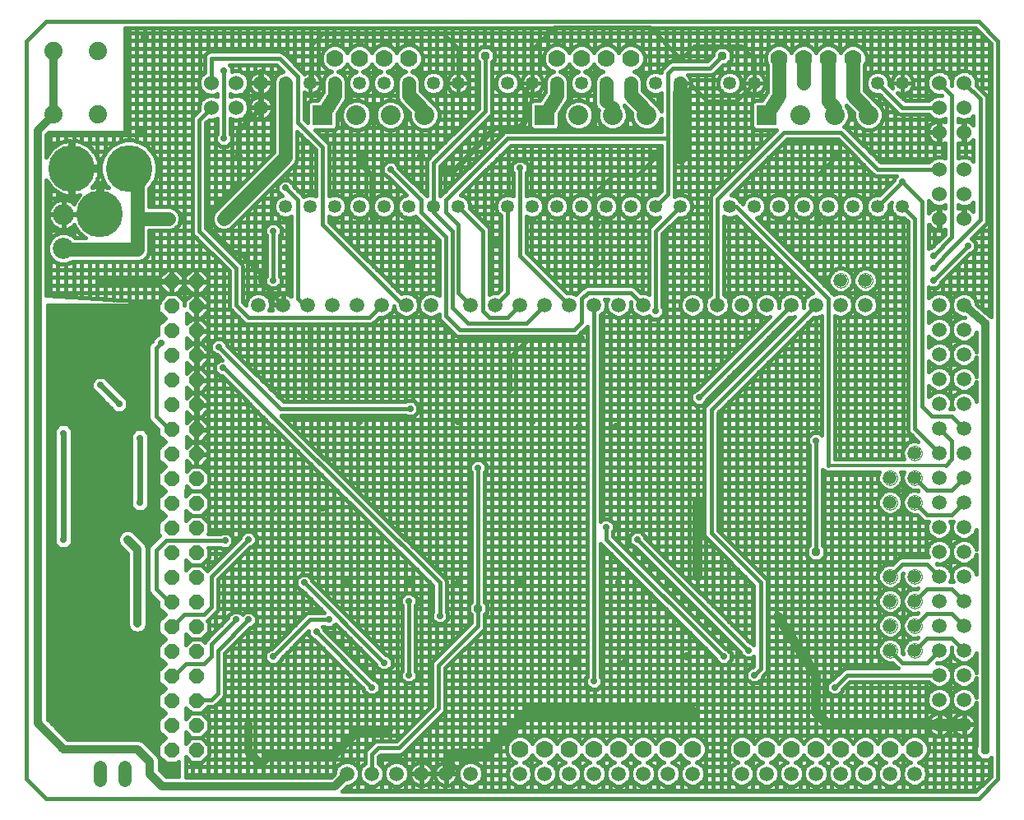
<source format=gbl>
G75*
%MOIN*%
%OFA0B0*%
%FSLAX25Y25*%
%IPPOS*%
%LPD*%
%AMOC8*
5,1,8,0,0,1.08239X$1,22.5*
%
%ADD10C,0.01600*%
%ADD11C,0.05906*%
%ADD12C,0.07000*%
%ADD13C,0.05315*%
%ADD14C,0.06000*%
%ADD15C,0.18898*%
%ADD16R,0.08000X0.08000*%
%ADD17C,0.08000*%
%ADD18C,0.08600*%
%ADD19C,0.07400*%
%ADD20OC8,0.06000*%
%ADD21C,0.05400*%
%ADD22C,0.05250*%
%ADD23C,0.00000*%
%ADD24OC8,0.03562*%
%ADD25C,0.05600*%
%ADD26OC8,0.02400*%
%ADD27OC8,0.02800*%
%ADD28C,0.04000*%
%ADD29C,0.03200*%
%ADD30C,0.05000*%
%ADD31R,0.02400X0.02400*%
%ADD32C,0.02400*%
%ADD33OC8,0.03169*%
%ADD34C,0.01200*%
D10*
X0015300Y0009674D02*
X0023174Y0001800D01*
X0401127Y0001800D01*
X0409001Y0009674D01*
X0409001Y0308887D01*
X0401127Y0316761D01*
X0023174Y0316761D01*
X0015300Y0308887D01*
X0015300Y0308800D02*
X0015300Y0009800D01*
X0031957Y0025800D02*
X0023800Y0033957D01*
X0023800Y0201800D01*
X0068758Y0201800D01*
X0068758Y0199130D01*
X0071522Y0196367D01*
X0068758Y0193604D01*
X0068758Y0189900D01*
X0068309Y0189900D01*
X0066200Y0187791D01*
X0066200Y0187225D01*
X0065987Y0187013D01*
X0065087Y0186113D01*
X0064600Y0184937D01*
X0064600Y0156163D01*
X0065087Y0154987D01*
X0068758Y0151316D01*
X0068758Y0149130D01*
X0071522Y0146367D01*
X0068758Y0143604D01*
X0068758Y0139130D01*
X0071522Y0136367D01*
X0068758Y0133604D01*
X0068758Y0129130D01*
X0071522Y0126367D01*
X0068758Y0123604D01*
X0068758Y0119130D01*
X0071522Y0116367D01*
X0068758Y0113604D01*
X0068758Y0109130D01*
X0069431Y0108457D01*
X0065087Y0104113D01*
X0064600Y0102937D01*
X0064600Y0086163D01*
X0065087Y0084987D01*
X0068758Y0081316D01*
X0068758Y0079130D01*
X0071522Y0076367D01*
X0068758Y0073604D01*
X0068758Y0069130D01*
X0071522Y0066367D01*
X0068758Y0063604D01*
X0068758Y0059130D01*
X0071522Y0056367D01*
X0068758Y0053604D01*
X0068758Y0049130D01*
X0071522Y0046367D01*
X0068758Y0043604D01*
X0068758Y0039130D01*
X0071522Y0036367D01*
X0068758Y0033604D01*
X0068758Y0029130D01*
X0071522Y0026367D01*
X0068758Y0023604D01*
X0068758Y0019130D01*
X0071922Y0015967D01*
X0076395Y0015967D01*
X0077035Y0016607D01*
X0076932Y0010800D01*
X0071957Y0010800D01*
X0069300Y0013457D01*
X0069300Y0017596D01*
X0068691Y0019066D01*
X0062566Y0025191D01*
X0061096Y0025800D01*
X0031957Y0025800D01*
X0030381Y0027376D02*
X0070512Y0027376D01*
X0070932Y0025778D02*
X0061150Y0025778D01*
X0063578Y0024179D02*
X0069334Y0024179D01*
X0068758Y0022581D02*
X0065176Y0022581D01*
X0066775Y0020982D02*
X0068758Y0020982D01*
X0068758Y0019384D02*
X0068373Y0019384D01*
X0069222Y0017785D02*
X0070103Y0017785D01*
X0069300Y0016187D02*
X0071702Y0016187D01*
X0069300Y0014588D02*
X0076999Y0014588D01*
X0076971Y0012990D02*
X0069767Y0012990D01*
X0071366Y0011391D02*
X0076943Y0011391D01*
X0079820Y0011400D02*
X0139809Y0011400D01*
X0140100Y0011691D02*
X0140100Y0058040D01*
X0138740Y0059400D02*
X0119360Y0059400D01*
X0118500Y0058540D02*
X0129600Y0069640D01*
X0129600Y0067975D01*
X0131475Y0066100D01*
X0132040Y0066100D01*
X0152100Y0046040D01*
X0152100Y0045475D01*
X0153975Y0043600D01*
X0156625Y0043600D01*
X0158500Y0045475D01*
X0158500Y0048125D01*
X0156625Y0050000D01*
X0156060Y0050000D01*
X0136000Y0070060D01*
X0136000Y0070625D01*
X0135125Y0071500D01*
X0136075Y0071500D01*
X0136475Y0071100D01*
X0139125Y0071100D01*
X0140583Y0072557D01*
X0157100Y0056040D01*
X0157100Y0055475D01*
X0158975Y0053600D01*
X0161625Y0053600D01*
X0163500Y0055475D01*
X0163500Y0058125D01*
X0161625Y0060000D01*
X0161060Y0060000D01*
X0131000Y0090060D01*
X0131000Y0090625D01*
X0129125Y0092500D01*
X0126475Y0092500D01*
X0124600Y0090625D01*
X0124600Y0087975D01*
X0126475Y0086100D01*
X0127040Y0086100D01*
X0136040Y0077100D01*
X0129743Y0077100D01*
X0128714Y0076674D01*
X0114540Y0062500D01*
X0113975Y0062500D01*
X0112100Y0060625D01*
X0112100Y0057975D01*
X0113975Y0056100D01*
X0116625Y0056100D01*
X0118500Y0057975D01*
X0118500Y0058540D01*
X0117700Y0057175D02*
X0117700Y0010400D01*
X0114500Y0010400D02*
X0114500Y0056100D01*
X0113875Y0056200D02*
X0095600Y0056200D01*
X0095600Y0053000D02*
X0145140Y0053000D01*
X0146500Y0051640D02*
X0146500Y0016664D01*
X0146285Y0016753D02*
X0144315Y0016753D01*
X0142494Y0015999D01*
X0141101Y0014605D01*
X0140347Y0012785D01*
X0140347Y0011938D01*
X0138809Y0010400D01*
X0079818Y0010400D01*
X0079839Y0018616D01*
X0082087Y0016367D01*
X0086229Y0016367D01*
X0089158Y0019296D01*
X0089158Y0023438D01*
X0086229Y0026367D01*
X0089158Y0029296D01*
X0089158Y0033438D01*
X0086229Y0036367D01*
X0088862Y0039000D01*
X0090857Y0039000D01*
X0091886Y0039426D01*
X0092674Y0040214D01*
X0095174Y0042714D01*
X0095600Y0043743D01*
X0095600Y0060640D01*
X0106060Y0071100D01*
X0106625Y0071100D01*
X0108500Y0072975D01*
X0108500Y0075625D01*
X0106625Y0077500D01*
X0103975Y0077500D01*
X0102800Y0076325D01*
X0101625Y0077500D01*
X0098975Y0077500D01*
X0097100Y0075625D01*
X0097100Y0075060D01*
X0088714Y0066674D01*
X0087926Y0065886D01*
X0087570Y0065026D01*
X0086229Y0066367D01*
X0089158Y0069296D01*
X0089158Y0073438D01*
X0088733Y0073863D01*
X0088886Y0073926D01*
X0089674Y0074714D01*
X0092674Y0077714D01*
X0093100Y0078743D01*
X0093100Y0090640D01*
X0106060Y0103600D01*
X0106625Y0103600D01*
X0108500Y0105475D01*
X0108500Y0108125D01*
X0106625Y0110000D01*
X0103975Y0110000D01*
X0102100Y0108125D01*
X0102100Y0107560D01*
X0088568Y0094028D01*
X0086229Y0096367D01*
X0089158Y0099296D01*
X0089158Y0103438D01*
X0089096Y0103500D01*
X0094075Y0103500D01*
X0094475Y0103100D01*
X0097125Y0103100D01*
X0099000Y0104975D01*
X0099000Y0107625D01*
X0097125Y0109500D01*
X0094475Y0109500D01*
X0094075Y0109100D01*
X0088962Y0109100D01*
X0089158Y0109296D01*
X0089158Y0113438D01*
X0086229Y0116367D01*
X0089158Y0119296D01*
X0089158Y0123438D01*
X0086229Y0126367D01*
X0089158Y0129296D01*
X0089158Y0133438D01*
X0086229Y0136367D01*
X0082087Y0136367D01*
X0080130Y0134410D01*
X0080141Y0138596D01*
X0082170Y0136567D01*
X0083958Y0136567D01*
X0083958Y0141167D01*
X0084358Y0141167D01*
X0084358Y0136567D01*
X0086146Y0136567D01*
X0088958Y0139379D01*
X0088958Y0141167D01*
X0084358Y0141167D01*
X0084358Y0141567D01*
X0083958Y0141567D01*
X0083958Y0146167D01*
X0082170Y0146167D01*
X0080155Y0144152D01*
X0080166Y0148571D01*
X0082170Y0146567D01*
X0083958Y0146567D01*
X0083958Y0151167D01*
X0084358Y0151167D01*
X0084358Y0146567D01*
X0086146Y0146567D01*
X0088958Y0149379D01*
X0088958Y0151167D01*
X0084358Y0151167D01*
X0084358Y0151567D01*
X0083958Y0151567D01*
X0083958Y0156167D01*
X0082170Y0156167D01*
X0080180Y0154177D01*
X0080191Y0158546D01*
X0082170Y0156567D01*
X0083958Y0156567D01*
X0083958Y0161167D01*
X0084358Y0161167D01*
X0084358Y0156567D01*
X0086146Y0156567D01*
X0088958Y0159379D01*
X0088958Y0161167D01*
X0084358Y0161167D01*
X0084358Y0161567D01*
X0083958Y0161567D01*
X0083958Y0166167D01*
X0082170Y0166167D01*
X0080205Y0164202D01*
X0080216Y0168521D01*
X0082170Y0166567D01*
X0083958Y0166567D01*
X0083958Y0171167D01*
X0084358Y0171167D01*
X0084358Y0166567D01*
X0086146Y0166567D01*
X0088958Y0169379D01*
X0088958Y0171167D01*
X0084358Y0171167D01*
X0084358Y0171567D01*
X0083958Y0171567D01*
X0083958Y0176167D01*
X0082170Y0176167D01*
X0080231Y0174227D01*
X0080241Y0178496D01*
X0082170Y0176567D01*
X0083958Y0176567D01*
X0083958Y0181167D01*
X0084358Y0181167D01*
X0084358Y0176567D01*
X0086146Y0176567D01*
X0088958Y0179379D01*
X0088958Y0181167D01*
X0084358Y0181167D01*
X0084358Y0181567D01*
X0083958Y0181567D01*
X0083958Y0186167D01*
X0082170Y0186167D01*
X0080256Y0184253D01*
X0080266Y0188471D01*
X0082170Y0186567D01*
X0083958Y0186567D01*
X0083958Y0191167D01*
X0084358Y0191167D01*
X0084358Y0186567D01*
X0086146Y0186567D01*
X0088958Y0189379D01*
X0088958Y0191167D01*
X0084358Y0191167D01*
X0084358Y0191567D01*
X0083958Y0191567D01*
X0083958Y0196167D01*
X0082170Y0196167D01*
X0080281Y0194278D01*
X0080292Y0198445D01*
X0082170Y0196567D01*
X0083958Y0196567D01*
X0083958Y0201167D01*
X0084358Y0201167D01*
X0084358Y0196567D01*
X0086146Y0196567D01*
X0088958Y0199379D01*
X0088958Y0201167D01*
X0084358Y0201167D01*
X0084358Y0201567D01*
X0083958Y0201567D01*
X0083958Y0206167D01*
X0082170Y0206167D01*
X0079358Y0203355D01*
X0079358Y0201867D01*
X0079158Y0201881D01*
X0079158Y0203438D01*
X0076229Y0206367D01*
X0072087Y0206367D01*
X0069158Y0203438D01*
X0069158Y0202590D01*
X0023400Y0205832D01*
X0023400Y0252545D01*
X0023786Y0251744D01*
X0024458Y0250674D01*
X0025246Y0249686D01*
X0026139Y0248793D01*
X0027127Y0248005D01*
X0028197Y0247333D01*
X0029335Y0246785D01*
X0030527Y0246367D01*
X0031759Y0246086D01*
X0032846Y0245964D01*
X0032846Y0256394D01*
X0034446Y0256394D01*
X0034446Y0245964D01*
X0035534Y0246086D01*
X0036765Y0246367D01*
X0036870Y0246404D01*
X0036663Y0246197D01*
X0035875Y0245209D01*
X0035203Y0244140D01*
X0034655Y0243001D01*
X0034594Y0242826D01*
X0034274Y0243146D01*
X0033497Y0243710D01*
X0032642Y0244146D01*
X0031728Y0244443D01*
X0030780Y0244593D01*
X0030484Y0244593D01*
X0030484Y0238677D01*
X0030116Y0238677D01*
X0030116Y0238309D01*
X0024200Y0238309D01*
X0024200Y0238013D01*
X0024350Y0237064D01*
X0024647Y0236151D01*
X0025083Y0235296D01*
X0025647Y0234519D01*
X0026326Y0233840D01*
X0027103Y0233276D01*
X0027958Y0232840D01*
X0028872Y0232543D01*
X0029820Y0232393D01*
X0030116Y0232393D01*
X0030116Y0238309D01*
X0030484Y0238309D01*
X0030484Y0238677D01*
X0036400Y0238677D01*
X0036400Y0238973D01*
X0036318Y0239490D01*
X0044264Y0239490D01*
X0044264Y0249920D01*
X0043177Y0249797D01*
X0041945Y0249516D01*
X0041840Y0249479D01*
X0042047Y0249686D01*
X0042835Y0250674D01*
X0043507Y0251744D01*
X0044055Y0252882D01*
X0044473Y0254075D01*
X0044754Y0255306D01*
X0044876Y0256394D01*
X0034447Y0256394D01*
X0034447Y0257994D01*
X0044876Y0257994D01*
X0044754Y0259081D01*
X0044473Y0260313D01*
X0044055Y0261505D01*
X0043507Y0262644D01*
X0042835Y0263713D01*
X0042047Y0264701D01*
X0041154Y0265595D01*
X0040166Y0266382D01*
X0039096Y0267054D01*
X0037958Y0267603D01*
X0036765Y0268020D01*
X0035534Y0268301D01*
X0034446Y0268424D01*
X0034446Y0257994D01*
X0032846Y0257994D01*
X0032846Y0268424D01*
X0031759Y0268301D01*
X0030527Y0268020D01*
X0029335Y0267603D01*
X0028197Y0267054D01*
X0027127Y0266382D01*
X0026139Y0265595D01*
X0025246Y0264701D01*
X0024458Y0263713D01*
X0023786Y0262644D01*
X0023400Y0261843D01*
X0023400Y0270909D01*
X0024291Y0271800D01*
X0055300Y0271800D01*
X0055300Y0313961D01*
X0399967Y0313961D01*
X0406201Y0307727D01*
X0406201Y0196990D01*
X0405839Y0197352D01*
X0405732Y0197396D01*
X0400253Y0202231D01*
X0400253Y0202785D01*
X0399499Y0204605D01*
X0398105Y0205999D01*
X0396285Y0206753D01*
X0394315Y0206753D01*
X0392494Y0205999D01*
X0391101Y0204605D01*
X0390347Y0202785D01*
X0390347Y0200815D01*
X0391101Y0198994D01*
X0392494Y0197601D01*
X0394315Y0196847D01*
X0395472Y0196847D01*
X0395579Y0196753D01*
X0394315Y0196753D01*
X0392494Y0195999D01*
X0391101Y0194605D01*
X0390347Y0192785D01*
X0390347Y0190815D01*
X0391101Y0188994D01*
X0392494Y0187601D01*
X0394315Y0186847D01*
X0396285Y0186847D01*
X0398105Y0187601D01*
X0399499Y0188994D01*
X0400200Y0190688D01*
X0400200Y0182912D01*
X0399499Y0184605D01*
X0398105Y0185999D01*
X0396285Y0186753D01*
X0394315Y0186753D01*
X0392494Y0185999D01*
X0391101Y0184605D01*
X0390347Y0182785D01*
X0390347Y0180815D01*
X0391101Y0178994D01*
X0392494Y0177601D01*
X0394315Y0176847D01*
X0396285Y0176847D01*
X0398105Y0177601D01*
X0399499Y0178994D01*
X0400200Y0180688D01*
X0400200Y0172912D01*
X0399499Y0174605D01*
X0398105Y0175999D01*
X0396285Y0176753D01*
X0394315Y0176753D01*
X0392494Y0175999D01*
X0391101Y0174605D01*
X0390347Y0172785D01*
X0390347Y0170815D01*
X0391101Y0168994D01*
X0392494Y0167601D01*
X0394315Y0166847D01*
X0396285Y0166847D01*
X0398105Y0167601D01*
X0399499Y0168994D01*
X0400200Y0170688D01*
X0400200Y0162912D01*
X0399499Y0164605D01*
X0398105Y0165999D01*
X0396285Y0166753D01*
X0394315Y0166753D01*
X0392494Y0165999D01*
X0391101Y0164605D01*
X0390347Y0162785D01*
X0390347Y0160815D01*
X0390850Y0159600D01*
X0389750Y0159600D01*
X0390253Y0160815D01*
X0390253Y0162785D01*
X0389499Y0164605D01*
X0388105Y0165999D01*
X0386285Y0166753D01*
X0384315Y0166753D01*
X0382494Y0165999D01*
X0381101Y0164605D01*
X0381100Y0164602D01*
X0381100Y0168998D01*
X0381101Y0168994D01*
X0382494Y0167601D01*
X0384315Y0166847D01*
X0386285Y0166847D01*
X0388105Y0167601D01*
X0389499Y0168994D01*
X0390253Y0170815D01*
X0390253Y0172785D01*
X0389499Y0174605D01*
X0388105Y0175999D01*
X0386285Y0176753D01*
X0384315Y0176753D01*
X0382494Y0175999D01*
X0381101Y0174605D01*
X0381100Y0174602D01*
X0381100Y0178998D01*
X0381101Y0178994D01*
X0382494Y0177601D01*
X0384315Y0176847D01*
X0386285Y0176847D01*
X0388105Y0177601D01*
X0389499Y0178994D01*
X0390253Y0180815D01*
X0390253Y0182785D01*
X0389499Y0184605D01*
X0388105Y0185999D01*
X0386285Y0186753D01*
X0384315Y0186753D01*
X0382494Y0185999D01*
X0381101Y0184605D01*
X0381100Y0184602D01*
X0381100Y0188998D01*
X0381101Y0188994D01*
X0382494Y0187601D01*
X0384315Y0186847D01*
X0386285Y0186847D01*
X0388105Y0187601D01*
X0389499Y0188994D01*
X0390253Y0190815D01*
X0390253Y0192785D01*
X0389499Y0194605D01*
X0388105Y0195999D01*
X0386285Y0196753D01*
X0384315Y0196753D01*
X0382494Y0195999D01*
X0381101Y0194605D01*
X0381100Y0194602D01*
X0381100Y0198998D01*
X0381101Y0198994D01*
X0382494Y0197601D01*
X0384315Y0196847D01*
X0386285Y0196847D01*
X0388105Y0197601D01*
X0389499Y0198994D01*
X0390253Y0200815D01*
X0390253Y0202785D01*
X0389499Y0204605D01*
X0388105Y0205999D01*
X0386285Y0206753D01*
X0384315Y0206753D01*
X0382494Y0205999D01*
X0381101Y0204605D01*
X0381100Y0204602D01*
X0381100Y0208975D01*
X0381475Y0208600D01*
X0384125Y0208600D01*
X0386000Y0210475D01*
X0386000Y0211040D01*
X0397560Y0222600D01*
X0398125Y0222600D01*
X0406201Y0222600D01*
X0406201Y0219400D02*
X0394360Y0219400D01*
X0392900Y0217940D02*
X0392900Y0206167D01*
X0393946Y0206600D02*
X0386654Y0206600D01*
X0386500Y0206664D02*
X0386500Y0211540D01*
X0387960Y0213000D02*
X0406201Y0213000D01*
X0406201Y0209800D02*
X0385325Y0209800D01*
X0383300Y0208600D02*
X0383300Y0206332D01*
X0383946Y0206600D02*
X0381100Y0206600D01*
X0382800Y0211800D02*
X0396800Y0225800D01*
X0400000Y0225800D02*
X0406201Y0225800D01*
X0406201Y0229000D02*
X0398460Y0229000D01*
X0398293Y0228833D02*
X0404174Y0234714D01*
X0404600Y0235743D01*
X0404600Y0285857D01*
X0404174Y0286886D01*
X0403386Y0287674D01*
X0400287Y0290773D01*
X0400300Y0290805D01*
X0400300Y0292795D01*
X0399539Y0294632D01*
X0398132Y0296039D01*
X0396295Y0296800D01*
X0394305Y0296800D01*
X0392468Y0296039D01*
X0391061Y0294632D01*
X0390300Y0292795D01*
X0389539Y0294632D01*
X0388132Y0296039D01*
X0386295Y0296800D01*
X0384305Y0296800D01*
X0382468Y0296039D01*
X0381061Y0294632D01*
X0380300Y0292795D01*
X0380300Y0290805D01*
X0381061Y0288968D01*
X0382468Y0287561D01*
X0384305Y0286800D01*
X0382468Y0286039D01*
X0381061Y0284632D01*
X0381048Y0284600D01*
X0371460Y0284600D01*
X0368185Y0287875D01*
X0368589Y0287669D01*
X0369256Y0287452D01*
X0369949Y0287343D01*
X0370214Y0287343D01*
X0370214Y0291714D01*
X0365843Y0291714D01*
X0365843Y0291449D01*
X0365952Y0290756D01*
X0366169Y0290089D01*
X0366375Y0289685D01*
X0364957Y0291102D01*
X0364957Y0292726D01*
X0364248Y0294438D01*
X0362938Y0295748D01*
X0361226Y0296457D01*
X0359374Y0296457D01*
X0357662Y0295748D01*
X0356352Y0294438D01*
X0355643Y0292726D01*
X0355643Y0290874D01*
X0356352Y0289162D01*
X0357662Y0287852D01*
X0359374Y0287143D01*
X0360998Y0287143D01*
X0367926Y0280214D01*
X0368714Y0279426D01*
X0369743Y0279000D01*
X0381048Y0279000D01*
X0381061Y0278968D01*
X0382468Y0277561D01*
X0384305Y0276800D01*
X0386295Y0276800D01*
X0387500Y0277299D01*
X0387500Y0276066D01*
X0387143Y0276248D01*
X0386424Y0276482D01*
X0385678Y0276600D01*
X0385500Y0276600D01*
X0385500Y0272000D01*
X0385100Y0272000D01*
X0385100Y0276600D01*
X0384922Y0276600D01*
X0384176Y0276482D01*
X0383457Y0276248D01*
X0382784Y0275905D01*
X0382173Y0275461D01*
X0381639Y0274927D01*
X0381195Y0274316D01*
X0380852Y0273643D01*
X0380618Y0272924D01*
X0380500Y0272178D01*
X0380500Y0272000D01*
X0385100Y0272000D01*
X0385100Y0271600D01*
X0385500Y0271600D01*
X0385500Y0267000D01*
X0385678Y0267000D01*
X0386424Y0267118D01*
X0387143Y0267352D01*
X0387500Y0267534D01*
X0387500Y0261301D01*
X0386295Y0261800D01*
X0384305Y0261800D01*
X0382468Y0261039D01*
X0381061Y0259632D01*
X0381048Y0259600D01*
X0361460Y0259600D01*
X0346886Y0274174D01*
X0346767Y0274223D01*
X0347946Y0275401D01*
X0348859Y0277607D01*
X0348859Y0279993D01*
X0347946Y0282199D01*
X0347600Y0282544D01*
X0347600Y0282712D01*
X0350639Y0279673D01*
X0350639Y0277607D01*
X0351552Y0275401D01*
X0353240Y0273713D01*
X0355445Y0272800D01*
X0357832Y0272800D01*
X0360037Y0273713D01*
X0361725Y0275401D01*
X0362639Y0277607D01*
X0362639Y0279993D01*
X0361725Y0282199D01*
X0360037Y0283887D01*
X0359547Y0284090D01*
X0359369Y0284519D01*
X0359322Y0284566D01*
X0359294Y0284628D01*
X0358648Y0285240D01*
X0355100Y0288788D01*
X0355100Y0299016D01*
X0355800Y0300706D01*
X0355800Y0302894D01*
X0354963Y0304915D01*
X0353415Y0306463D01*
X0351394Y0307300D01*
X0349206Y0307300D01*
X0347184Y0306463D01*
X0345637Y0304915D01*
X0345300Y0304101D01*
X0344963Y0304915D01*
X0343415Y0306463D01*
X0341394Y0307300D01*
X0339206Y0307300D01*
X0337184Y0306463D01*
X0335637Y0304915D01*
X0335300Y0304101D01*
X0334963Y0304915D01*
X0333415Y0306463D01*
X0331394Y0307300D01*
X0329206Y0307300D01*
X0327184Y0306463D01*
X0325637Y0304915D01*
X0325300Y0304101D01*
X0324963Y0304915D01*
X0323415Y0306463D01*
X0321394Y0307300D01*
X0319206Y0307300D01*
X0317184Y0306463D01*
X0315637Y0304915D01*
X0314800Y0302894D01*
X0314800Y0300706D01*
X0315500Y0299016D01*
X0315500Y0288177D01*
X0313390Y0284800D01*
X0310472Y0284800D01*
X0309300Y0283628D01*
X0309300Y0273972D01*
X0310472Y0272800D01*
X0319340Y0272800D01*
X0292926Y0246386D01*
X0292500Y0245357D01*
X0292500Y0206001D01*
X0292494Y0205999D01*
X0291101Y0204605D01*
X0290347Y0202785D01*
X0290347Y0200815D01*
X0291101Y0198994D01*
X0292494Y0197601D01*
X0294315Y0196847D01*
X0296285Y0196847D01*
X0298105Y0197601D01*
X0299499Y0198994D01*
X0300253Y0200815D01*
X0300253Y0202785D01*
X0299499Y0204605D01*
X0298105Y0205999D01*
X0298100Y0206001D01*
X0298100Y0237670D01*
X0299374Y0237143D01*
X0301226Y0237143D01*
X0302832Y0237808D01*
X0334013Y0206628D01*
X0332494Y0205999D01*
X0331101Y0204605D01*
X0330347Y0202785D01*
X0330347Y0200815D01*
X0330350Y0200809D01*
X0330180Y0200640D01*
X0330253Y0200815D01*
X0330253Y0202785D01*
X0329499Y0204605D01*
X0328105Y0205999D01*
X0326285Y0206753D01*
X0324315Y0206753D01*
X0322494Y0205999D01*
X0321101Y0204605D01*
X0320347Y0202785D01*
X0320347Y0200815D01*
X0320350Y0200809D01*
X0320180Y0200640D01*
X0320253Y0200815D01*
X0320253Y0202785D01*
X0319499Y0204605D01*
X0318105Y0205999D01*
X0316285Y0206753D01*
X0314315Y0206753D01*
X0312494Y0205999D01*
X0311101Y0204605D01*
X0310347Y0202785D01*
X0310347Y0200815D01*
X0311101Y0198994D01*
X0312494Y0197601D01*
X0314315Y0196847D01*
X0316285Y0196847D01*
X0316460Y0196920D01*
X0287040Y0167500D01*
X0286475Y0167500D01*
X0284600Y0165625D01*
X0284600Y0162975D01*
X0286475Y0161100D01*
X0289125Y0161100D01*
X0291000Y0162975D01*
X0291000Y0163540D01*
X0324309Y0196850D01*
X0324315Y0196847D01*
X0326285Y0196847D01*
X0326460Y0196920D01*
X0290426Y0160886D01*
X0290000Y0159857D01*
X0290000Y0108743D01*
X0290426Y0107714D01*
X0291214Y0106926D01*
X0310000Y0088140D01*
X0310000Y0064125D01*
X0309125Y0065000D01*
X0308560Y0065000D01*
X0266000Y0107560D01*
X0266000Y0108125D01*
X0264125Y0110000D01*
X0261475Y0110000D01*
X0259600Y0108125D01*
X0259600Y0105475D01*
X0261475Y0103600D01*
X0262040Y0103600D01*
X0304600Y0061040D01*
X0304600Y0060475D01*
X0306475Y0058600D01*
X0309125Y0058600D01*
X0310000Y0059475D01*
X0310000Y0055460D01*
X0309540Y0055000D01*
X0308975Y0055000D01*
X0307100Y0053125D01*
X0307100Y0050475D01*
X0308975Y0048600D01*
X0311625Y0048600D01*
X0313500Y0050475D01*
X0313500Y0051040D01*
X0314386Y0051926D01*
X0315174Y0052714D01*
X0315600Y0053743D01*
X0315600Y0089857D01*
X0315174Y0090886D01*
X0295600Y0110460D01*
X0295600Y0158140D01*
X0334309Y0196850D01*
X0334315Y0196847D01*
X0336285Y0196847D01*
X0337500Y0197350D01*
X0337500Y0149125D01*
X0336625Y0150000D01*
X0333975Y0150000D01*
X0332100Y0148125D01*
X0332100Y0194640D01*
X0331260Y0193800D02*
X0337500Y0193800D01*
X0337500Y0190600D02*
X0328060Y0190600D01*
X0328900Y0191440D02*
X0328900Y0025978D01*
X0328415Y0026463D02*
X0326394Y0027300D01*
X0324206Y0027300D01*
X0322184Y0026463D01*
X0320637Y0024915D01*
X0320300Y0024101D01*
X0319963Y0024915D01*
X0318415Y0026463D01*
X0316394Y0027300D01*
X0314206Y0027300D01*
X0312184Y0026463D01*
X0310637Y0024915D01*
X0310300Y0024101D01*
X0309963Y0024915D01*
X0308415Y0026463D01*
X0306394Y0027300D01*
X0304206Y0027300D01*
X0302184Y0026463D01*
X0300637Y0024915D01*
X0299800Y0022894D01*
X0299800Y0020706D01*
X0300637Y0018684D01*
X0302184Y0017137D01*
X0303714Y0016504D01*
X0302494Y0015999D01*
X0301101Y0014605D01*
X0300347Y0012785D01*
X0300347Y0010815D01*
X0301101Y0008994D01*
X0302494Y0007601D01*
X0304315Y0006847D01*
X0306285Y0006847D01*
X0308105Y0007601D01*
X0309499Y0008994D01*
X0310253Y0010815D01*
X0310253Y0012785D01*
X0309499Y0014605D01*
X0308105Y0015999D01*
X0306886Y0016504D01*
X0308415Y0017137D01*
X0309963Y0018684D01*
X0310300Y0019499D01*
X0310637Y0018684D01*
X0312184Y0017137D01*
X0313714Y0016504D01*
X0312494Y0015999D01*
X0311101Y0014605D01*
X0310347Y0012785D01*
X0310347Y0010815D01*
X0311101Y0008994D01*
X0312494Y0007601D01*
X0314315Y0006847D01*
X0316285Y0006847D01*
X0318105Y0007601D01*
X0319499Y0008994D01*
X0320253Y0010815D01*
X0320253Y0012785D01*
X0319499Y0014605D01*
X0318105Y0015999D01*
X0316886Y0016504D01*
X0318415Y0017137D01*
X0319963Y0018684D01*
X0320300Y0019499D01*
X0320637Y0018684D01*
X0322184Y0017137D01*
X0323714Y0016504D01*
X0322494Y0015999D01*
X0321101Y0014605D01*
X0320347Y0012785D01*
X0320347Y0010815D01*
X0321101Y0008994D01*
X0322494Y0007601D01*
X0324315Y0006847D01*
X0326285Y0006847D01*
X0328105Y0007601D01*
X0329499Y0008994D01*
X0330253Y0010815D01*
X0330253Y0012785D01*
X0329499Y0014605D01*
X0328105Y0015999D01*
X0326886Y0016504D01*
X0328415Y0017137D01*
X0329963Y0018684D01*
X0330300Y0019499D01*
X0330637Y0018684D01*
X0332184Y0017137D01*
X0333714Y0016504D01*
X0332494Y0015999D01*
X0331101Y0014605D01*
X0330347Y0012785D01*
X0330347Y0010815D01*
X0331101Y0008994D01*
X0332494Y0007601D01*
X0334315Y0006847D01*
X0336285Y0006847D01*
X0338105Y0007601D01*
X0339499Y0008994D01*
X0340253Y0010815D01*
X0340253Y0012785D01*
X0339499Y0014605D01*
X0338105Y0015999D01*
X0336886Y0016504D01*
X0338415Y0017137D01*
X0339963Y0018684D01*
X0340300Y0019499D01*
X0340637Y0018684D01*
X0342184Y0017137D01*
X0343714Y0016504D01*
X0342494Y0015999D01*
X0341101Y0014605D01*
X0340347Y0012785D01*
X0340347Y0010815D01*
X0341101Y0008994D01*
X0342494Y0007601D01*
X0344315Y0006847D01*
X0346285Y0006847D01*
X0348105Y0007601D01*
X0349499Y0008994D01*
X0350253Y0010815D01*
X0350253Y0012785D01*
X0349499Y0014605D01*
X0348105Y0015999D01*
X0346886Y0016504D01*
X0348415Y0017137D01*
X0349963Y0018684D01*
X0350300Y0019499D01*
X0350637Y0018684D01*
X0352184Y0017137D01*
X0353714Y0016504D01*
X0352494Y0015999D01*
X0351101Y0014605D01*
X0350347Y0012785D01*
X0350347Y0010815D01*
X0351101Y0008994D01*
X0352494Y0007601D01*
X0354315Y0006847D01*
X0356285Y0006847D01*
X0358105Y0007601D01*
X0359499Y0008994D01*
X0360253Y0010815D01*
X0360253Y0012785D01*
X0359499Y0014605D01*
X0358105Y0015999D01*
X0356886Y0016504D01*
X0358415Y0017137D01*
X0359963Y0018684D01*
X0360300Y0019499D01*
X0360637Y0018684D01*
X0362184Y0017137D01*
X0363714Y0016504D01*
X0362494Y0015999D01*
X0361101Y0014605D01*
X0360347Y0012785D01*
X0360347Y0010815D01*
X0361101Y0008994D01*
X0362494Y0007601D01*
X0364315Y0006847D01*
X0366285Y0006847D01*
X0368105Y0007601D01*
X0369499Y0008994D01*
X0370253Y0010815D01*
X0370253Y0012785D01*
X0369499Y0014605D01*
X0368105Y0015999D01*
X0366886Y0016504D01*
X0368415Y0017137D01*
X0369963Y0018684D01*
X0370300Y0019499D01*
X0370637Y0018684D01*
X0372184Y0017137D01*
X0373714Y0016504D01*
X0372494Y0015999D01*
X0371101Y0014605D01*
X0370347Y0012785D01*
X0370347Y0010815D01*
X0371101Y0008994D01*
X0372494Y0007601D01*
X0374315Y0006847D01*
X0376285Y0006847D01*
X0378105Y0007601D01*
X0379499Y0008994D01*
X0380253Y0010815D01*
X0380253Y0012785D01*
X0379499Y0014605D01*
X0378105Y0015999D01*
X0376886Y0016504D01*
X0378415Y0017137D01*
X0379963Y0018684D01*
X0380800Y0020706D01*
X0380800Y0022894D01*
X0379963Y0024915D01*
X0378415Y0026463D01*
X0376394Y0027300D01*
X0374206Y0027300D01*
X0372184Y0026463D01*
X0370637Y0024915D01*
X0370300Y0024101D01*
X0369963Y0024915D01*
X0368415Y0026463D01*
X0366394Y0027300D01*
X0364206Y0027300D01*
X0362184Y0026463D01*
X0360637Y0024915D01*
X0360300Y0024101D01*
X0359963Y0024915D01*
X0358415Y0026463D01*
X0356394Y0027300D01*
X0354206Y0027300D01*
X0352184Y0026463D01*
X0350637Y0024915D01*
X0350300Y0024101D01*
X0349963Y0024915D01*
X0348415Y0026463D01*
X0346394Y0027300D01*
X0344206Y0027300D01*
X0342184Y0026463D01*
X0340637Y0024915D01*
X0340300Y0024101D01*
X0339963Y0024915D01*
X0338415Y0026463D01*
X0336394Y0027300D01*
X0334206Y0027300D01*
X0332184Y0026463D01*
X0330637Y0024915D01*
X0330300Y0024101D01*
X0329963Y0024915D01*
X0328415Y0026463D01*
X0325700Y0027300D02*
X0325700Y0188240D01*
X0324860Y0187400D02*
X0337500Y0187400D01*
X0337500Y0184200D02*
X0321660Y0184200D01*
X0322500Y0185040D02*
X0322500Y0026593D01*
X0320341Y0024200D02*
X0320259Y0024200D01*
X0319300Y0025578D02*
X0319300Y0181840D01*
X0318460Y0181000D02*
X0337500Y0181000D01*
X0337500Y0177800D02*
X0315260Y0177800D01*
X0316100Y0178640D02*
X0316100Y0027300D01*
X0312900Y0026759D02*
X0312900Y0049875D01*
X0312825Y0049800D02*
X0341275Y0049800D01*
X0341475Y0050000D02*
X0339600Y0048125D01*
X0339600Y0045475D01*
X0341475Y0043600D01*
X0344125Y0043600D01*
X0346000Y0045475D01*
X0346000Y0046040D01*
X0348960Y0049000D01*
X0381099Y0049000D01*
X0381101Y0048994D01*
X0382494Y0047601D01*
X0384315Y0046847D01*
X0386285Y0046847D01*
X0388105Y0047601D01*
X0389499Y0048994D01*
X0390253Y0050815D01*
X0390253Y0052785D01*
X0389499Y0054605D01*
X0388105Y0055999D01*
X0386285Y0056753D01*
X0384315Y0056753D01*
X0384140Y0056680D01*
X0384309Y0056850D01*
X0384315Y0056847D01*
X0386285Y0056847D01*
X0388105Y0057601D01*
X0389499Y0058994D01*
X0390253Y0060815D01*
X0390253Y0062785D01*
X0390180Y0062960D01*
X0390350Y0062791D01*
X0390347Y0062785D01*
X0390347Y0060815D01*
X0391101Y0058994D01*
X0392494Y0057601D01*
X0394315Y0056847D01*
X0396285Y0056847D01*
X0398105Y0057601D01*
X0399499Y0058994D01*
X0400200Y0060688D01*
X0400200Y0052912D01*
X0399499Y0054605D01*
X0398105Y0055999D01*
X0396285Y0056753D01*
X0394315Y0056753D01*
X0392494Y0055999D01*
X0391101Y0054605D01*
X0390347Y0052785D01*
X0390347Y0050815D01*
X0391101Y0048994D01*
X0392494Y0047601D01*
X0394315Y0046847D01*
X0396285Y0046847D01*
X0398105Y0047601D01*
X0399499Y0048994D01*
X0400200Y0050688D01*
X0400200Y0042912D01*
X0399499Y0044605D01*
X0398105Y0045999D01*
X0396285Y0046753D01*
X0394315Y0046753D01*
X0392494Y0045999D01*
X0391101Y0044605D01*
X0390347Y0042785D01*
X0390347Y0040815D01*
X0391101Y0038994D01*
X0392494Y0037601D01*
X0394315Y0036847D01*
X0396285Y0036847D01*
X0398105Y0037601D01*
X0399499Y0038994D01*
X0400200Y0040688D01*
X0400200Y0023047D01*
X0400019Y0022866D01*
X0400019Y0019734D01*
X0402234Y0017519D01*
X0405366Y0017519D01*
X0406201Y0018354D01*
X0406201Y0010834D01*
X0399967Y0004600D01*
X0143191Y0004600D01*
X0145438Y0006847D01*
X0146285Y0006847D01*
X0148105Y0007601D01*
X0149499Y0008994D01*
X0150253Y0010815D01*
X0150253Y0012785D01*
X0149499Y0014605D01*
X0148105Y0015999D01*
X0146285Y0016753D01*
X0143300Y0016332D02*
X0143300Y0054840D01*
X0141940Y0056200D02*
X0116725Y0056200D01*
X0115300Y0059300D02*
X0130300Y0074300D01*
X0137800Y0074300D01*
X0140100Y0072075D02*
X0140100Y0065960D01*
X0140260Y0065800D02*
X0147340Y0065800D01*
X0146500Y0066640D02*
X0146500Y0059560D01*
X0146660Y0059400D02*
X0153740Y0059400D01*
X0152900Y0060240D02*
X0152900Y0053160D01*
X0153060Y0053000D02*
X0167100Y0053000D01*
X0167100Y0053125D02*
X0167100Y0050475D01*
X0168975Y0048600D01*
X0171625Y0048600D01*
X0173500Y0050475D01*
X0173500Y0053125D01*
X0173100Y0053525D01*
X0173100Y0080075D01*
X0173500Y0080475D01*
X0173500Y0083125D01*
X0171625Y0085000D01*
X0168975Y0085000D01*
X0167100Y0083125D01*
X0167100Y0080475D01*
X0167500Y0080075D01*
X0167500Y0053525D01*
X0167100Y0053125D01*
X0167500Y0056200D02*
X0163500Y0056200D01*
X0162500Y0054475D02*
X0162500Y0025100D01*
X0165140Y0025100D02*
X0157243Y0025100D01*
X0156214Y0024674D01*
X0153714Y0022174D01*
X0152926Y0021386D01*
X0152500Y0020357D01*
X0152500Y0016001D01*
X0152494Y0015999D01*
X0151101Y0014605D01*
X0150347Y0012785D01*
X0150347Y0010815D01*
X0151101Y0008994D01*
X0152494Y0007601D01*
X0154315Y0006847D01*
X0156285Y0006847D01*
X0158105Y0007601D01*
X0159499Y0008994D01*
X0160253Y0010815D01*
X0160253Y0012785D01*
X0159499Y0014605D01*
X0158105Y0015999D01*
X0158100Y0016001D01*
X0158100Y0018640D01*
X0158960Y0019500D01*
X0166857Y0019500D01*
X0167886Y0019926D01*
X0168674Y0020714D01*
X0184674Y0036714D01*
X0185100Y0037743D01*
X0185100Y0054640D01*
X0200674Y0070214D01*
X0201100Y0071243D01*
X0201100Y0076253D01*
X0202081Y0077234D01*
X0202081Y0080366D01*
X0201100Y0081347D01*
X0201100Y0134075D01*
X0201500Y0134475D01*
X0201500Y0137125D01*
X0199625Y0139000D01*
X0196975Y0139000D01*
X0195100Y0137125D01*
X0195100Y0134475D01*
X0195500Y0134075D01*
X0195500Y0081347D01*
X0194519Y0080366D01*
X0194519Y0077234D01*
X0195500Y0076253D01*
X0195500Y0072960D01*
X0180714Y0058174D01*
X0179926Y0057386D01*
X0179500Y0056357D01*
X0179500Y0039460D01*
X0165140Y0025100D01*
X0165700Y0025660D02*
X0165700Y0102326D01*
X0167036Y0101000D02*
X0103460Y0101000D01*
X0104900Y0102440D02*
X0104900Y0077500D01*
X0101700Y0077425D02*
X0101700Y0099240D01*
X0100260Y0097800D02*
X0170260Y0097800D01*
X0168900Y0099150D02*
X0168900Y0084925D01*
X0172100Y0084525D02*
X0172100Y0095974D01*
X0173485Y0094600D02*
X0097060Y0094600D01*
X0098500Y0096040D02*
X0098500Y0077025D01*
X0097100Y0075400D02*
X0090360Y0075400D01*
X0088900Y0073940D02*
X0088900Y0073696D01*
X0089158Y0072200D02*
X0094240Y0072200D01*
X0095300Y0073260D02*
X0095300Y0092840D01*
X0093860Y0091400D02*
X0125375Y0091400D01*
X0127300Y0092500D02*
X0127300Y0140435D01*
X0128343Y0139400D02*
X0088958Y0139400D01*
X0088900Y0139320D02*
X0088900Y0133696D01*
X0089158Y0133000D02*
X0134791Y0133000D01*
X0133700Y0134083D02*
X0133700Y0087360D01*
X0132860Y0088200D02*
X0179933Y0088200D01*
X0180000Y0088134D02*
X0180000Y0077525D01*
X0179600Y0077125D01*
X0179600Y0074475D01*
X0181475Y0072600D01*
X0184125Y0072600D01*
X0186000Y0074475D01*
X0186000Y0077125D01*
X0185600Y0077525D01*
X0185600Y0088749D01*
X0185602Y0088754D01*
X0185600Y0089304D01*
X0185600Y0089857D01*
X0185598Y0089862D01*
X0185598Y0089868D01*
X0185385Y0090376D01*
X0185174Y0090886D01*
X0185170Y0090890D01*
X0185168Y0090895D01*
X0184776Y0091284D01*
X0184386Y0091674D01*
X0184381Y0091676D01*
X0118777Y0156783D01*
X0118560Y0157000D01*
X0169075Y0157000D01*
X0169475Y0156600D01*
X0172125Y0156600D01*
X0174000Y0158475D01*
X0174000Y0161125D01*
X0172125Y0163000D01*
X0169475Y0163000D01*
X0169075Y0162600D01*
X0119460Y0162600D01*
X0096500Y0185560D01*
X0096500Y0186125D01*
X0094625Y0188000D01*
X0091975Y0188000D01*
X0090100Y0186125D01*
X0090100Y0183475D01*
X0091975Y0181600D01*
X0092540Y0181600D01*
X0094640Y0179500D01*
X0093475Y0179500D01*
X0091600Y0177625D01*
X0091600Y0174975D01*
X0093475Y0173100D01*
X0094540Y0173100D01*
X0114430Y0153210D01*
X0114432Y0153205D01*
X0114824Y0152816D01*
X0115214Y0152426D01*
X0115219Y0152424D01*
X0180000Y0088134D01*
X0178500Y0089623D02*
X0178500Y0038460D01*
X0179500Y0040200D02*
X0092660Y0040200D01*
X0092100Y0039640D02*
X0092100Y0010400D01*
X0095300Y0010400D02*
X0095300Y0043019D01*
X0095458Y0043400D02*
X0179500Y0043400D01*
X0179500Y0046600D02*
X0158500Y0046600D01*
X0155300Y0046800D02*
X0132800Y0069300D01*
X0130500Y0067075D02*
X0130500Y0010400D01*
X0127300Y0010400D02*
X0127300Y0067340D01*
X0125760Y0065800D02*
X0132340Y0065800D01*
X0133700Y0064440D02*
X0133700Y0010400D01*
X0136900Y0010400D02*
X0136900Y0061240D01*
X0135540Y0062600D02*
X0122560Y0062600D01*
X0124100Y0064140D02*
X0124100Y0010400D01*
X0120900Y0010400D02*
X0120900Y0060940D01*
X0117700Y0065660D02*
X0117700Y0149962D01*
X0118669Y0149000D02*
X0088580Y0149000D01*
X0088900Y0149320D02*
X0088900Y0143413D01*
X0088958Y0143355D02*
X0086146Y0146167D01*
X0084358Y0146167D01*
X0084358Y0141567D01*
X0088958Y0141567D01*
X0088958Y0143355D01*
X0088958Y0142600D02*
X0125118Y0142600D01*
X0124100Y0143610D02*
X0124100Y0072060D01*
X0124240Y0072200D02*
X0107725Y0072200D01*
X0108100Y0072575D02*
X0108100Y0010400D01*
X0104900Y0010400D02*
X0104900Y0069940D01*
X0103960Y0069000D02*
X0121040Y0069000D01*
X0120900Y0068860D02*
X0120900Y0146786D01*
X0121894Y0145800D02*
X0086513Y0145800D01*
X0085700Y0146167D02*
X0085700Y0146567D01*
X0084358Y0145800D02*
X0083958Y0145800D01*
X0082500Y0146167D02*
X0082500Y0146567D01*
X0081803Y0145800D02*
X0080159Y0145800D01*
X0083958Y0142600D02*
X0084358Y0142600D01*
X0084158Y0141367D02*
X0084158Y0151367D01*
X0084358Y0151567D02*
X0084358Y0156167D01*
X0086146Y0156167D01*
X0088958Y0153355D01*
X0088958Y0151567D01*
X0084358Y0151567D01*
X0084358Y0152200D02*
X0083958Y0152200D01*
X0085700Y0151567D02*
X0085700Y0151167D01*
X0084358Y0149000D02*
X0083958Y0149000D01*
X0088900Y0151167D02*
X0088900Y0151567D01*
X0088958Y0152200D02*
X0115445Y0152200D01*
X0114500Y0153138D02*
X0114500Y0062500D01*
X0114640Y0062600D02*
X0097560Y0062600D01*
X0098500Y0063540D02*
X0098500Y0010400D01*
X0101700Y0010400D02*
X0101700Y0066740D01*
X0100760Y0065800D02*
X0117840Y0065800D01*
X0112100Y0059400D02*
X0095600Y0059400D01*
X0092800Y0061800D02*
X0092800Y0044300D01*
X0090300Y0041800D01*
X0085300Y0041800D01*
X0084158Y0041367D01*
X0079889Y0038565D02*
X0082087Y0036367D01*
X0086229Y0036367D01*
X0082087Y0036367D01*
X0079878Y0034157D01*
X0079889Y0038565D01*
X0079885Y0037000D02*
X0081454Y0037000D01*
X0082500Y0036367D02*
X0082500Y0036367D01*
X0085700Y0036367D02*
X0085700Y0036367D01*
X0086862Y0037000D02*
X0177040Y0037000D01*
X0175300Y0035260D02*
X0175300Y0092798D01*
X0176709Y0091400D02*
X0130225Y0091400D01*
X0130500Y0091125D02*
X0130500Y0137259D01*
X0131567Y0136200D02*
X0086396Y0136200D01*
X0085700Y0136367D02*
X0085700Y0136567D01*
X0084358Y0139400D02*
X0083958Y0139400D01*
X0085700Y0141167D02*
X0085700Y0141567D01*
X0088900Y0141567D02*
X0088900Y0141167D01*
X0082500Y0136567D02*
X0082500Y0136367D01*
X0081920Y0136200D02*
X0080135Y0136200D01*
X0080115Y0128339D02*
X0082087Y0126367D01*
X0086229Y0126367D01*
X0082087Y0126367D01*
X0080105Y0124385D01*
X0080115Y0128339D01*
X0080111Y0126600D02*
X0081854Y0126600D01*
X0082500Y0126367D02*
X0082500Y0126367D01*
X0085700Y0126367D02*
X0085700Y0126367D01*
X0086462Y0126600D02*
X0141240Y0126600D01*
X0140100Y0127732D02*
X0140100Y0080960D01*
X0139260Y0081800D02*
X0167100Y0081800D01*
X0170300Y0081800D02*
X0170300Y0051800D01*
X0172825Y0049800D02*
X0179500Y0049800D01*
X0179500Y0053000D02*
X0173500Y0053000D01*
X0173100Y0056200D02*
X0179500Y0056200D01*
X0182300Y0055800D02*
X0182300Y0038300D01*
X0166300Y0022300D01*
X0157800Y0022300D01*
X0155300Y0019800D01*
X0155300Y0011800D01*
X0158704Y0008200D02*
X0161896Y0008200D01*
X0162494Y0007601D02*
X0164315Y0006847D01*
X0166285Y0006847D01*
X0168105Y0007601D01*
X0169499Y0008994D01*
X0170253Y0010815D01*
X0170253Y0012785D01*
X0169499Y0014605D01*
X0168105Y0015999D01*
X0166285Y0016753D01*
X0164315Y0016753D01*
X0162494Y0015999D01*
X0161101Y0014605D01*
X0160347Y0012785D01*
X0160347Y0010815D01*
X0161101Y0008994D01*
X0162494Y0007601D01*
X0162500Y0007599D02*
X0162500Y0004600D01*
X0159300Y0004600D02*
X0159300Y0008796D01*
X0160253Y0011400D02*
X0160347Y0011400D01*
X0161099Y0014600D02*
X0159501Y0014600D01*
X0159300Y0014804D02*
X0159300Y0019500D01*
X0158100Y0017800D02*
X0211522Y0017800D01*
X0212184Y0017137D02*
X0213714Y0016504D01*
X0212494Y0015999D01*
X0211101Y0014605D01*
X0210347Y0012785D01*
X0210347Y0010815D01*
X0211101Y0008994D01*
X0212494Y0007601D01*
X0214315Y0006847D01*
X0216285Y0006847D01*
X0218105Y0007601D01*
X0219499Y0008994D01*
X0220253Y0010815D01*
X0220253Y0012785D01*
X0219499Y0014605D01*
X0218105Y0015999D01*
X0216886Y0016504D01*
X0218415Y0017137D01*
X0219963Y0018684D01*
X0220300Y0019499D01*
X0220637Y0018684D01*
X0222184Y0017137D01*
X0223714Y0016504D01*
X0222494Y0015999D01*
X0221101Y0014605D01*
X0220347Y0012785D01*
X0220347Y0010815D01*
X0221101Y0008994D01*
X0222494Y0007601D01*
X0224315Y0006847D01*
X0226285Y0006847D01*
X0228105Y0007601D01*
X0229499Y0008994D01*
X0230253Y0010815D01*
X0230253Y0012785D01*
X0229499Y0014605D01*
X0228105Y0015999D01*
X0226886Y0016504D01*
X0228415Y0017137D01*
X0229963Y0018684D01*
X0230300Y0019499D01*
X0230637Y0018684D01*
X0232184Y0017137D01*
X0233714Y0016504D01*
X0232494Y0015999D01*
X0231101Y0014605D01*
X0230347Y0012785D01*
X0230347Y0010815D01*
X0231101Y0008994D01*
X0232494Y0007601D01*
X0234315Y0006847D01*
X0236285Y0006847D01*
X0238105Y0007601D01*
X0239499Y0008994D01*
X0240253Y0010815D01*
X0240253Y0012785D01*
X0239499Y0014605D01*
X0238105Y0015999D01*
X0236886Y0016504D01*
X0238415Y0017137D01*
X0239963Y0018684D01*
X0240300Y0019499D01*
X0240637Y0018684D01*
X0242184Y0017137D01*
X0243714Y0016504D01*
X0242494Y0015999D01*
X0241101Y0014605D01*
X0240347Y0012785D01*
X0240347Y0010815D01*
X0241101Y0008994D01*
X0242494Y0007601D01*
X0244315Y0006847D01*
X0246285Y0006847D01*
X0248105Y0007601D01*
X0249499Y0008994D01*
X0250253Y0010815D01*
X0250253Y0012785D01*
X0249499Y0014605D01*
X0248105Y0015999D01*
X0246886Y0016504D01*
X0248415Y0017137D01*
X0249963Y0018684D01*
X0250300Y0019499D01*
X0250637Y0018684D01*
X0252184Y0017137D01*
X0253714Y0016504D01*
X0252494Y0015999D01*
X0251101Y0014605D01*
X0250347Y0012785D01*
X0250347Y0010815D01*
X0251101Y0008994D01*
X0252494Y0007601D01*
X0254315Y0006847D01*
X0256285Y0006847D01*
X0258105Y0007601D01*
X0259499Y0008994D01*
X0260253Y0010815D01*
X0260253Y0012785D01*
X0259499Y0014605D01*
X0258105Y0015999D01*
X0256886Y0016504D01*
X0258415Y0017137D01*
X0259963Y0018684D01*
X0260300Y0019499D01*
X0260637Y0018684D01*
X0262184Y0017137D01*
X0263714Y0016504D01*
X0262494Y0015999D01*
X0261101Y0014605D01*
X0260347Y0012785D01*
X0260347Y0010815D01*
X0261101Y0008994D01*
X0262494Y0007601D01*
X0264315Y0006847D01*
X0266285Y0006847D01*
X0268105Y0007601D01*
X0269499Y0008994D01*
X0270253Y0010815D01*
X0270253Y0012785D01*
X0269499Y0014605D01*
X0268105Y0015999D01*
X0266886Y0016504D01*
X0268415Y0017137D01*
X0269963Y0018684D01*
X0270300Y0019499D01*
X0270637Y0018684D01*
X0272184Y0017137D01*
X0273714Y0016504D01*
X0272494Y0015999D01*
X0271101Y0014605D01*
X0270347Y0012785D01*
X0270347Y0010815D01*
X0271101Y0008994D01*
X0272494Y0007601D01*
X0274315Y0006847D01*
X0276285Y0006847D01*
X0278105Y0007601D01*
X0279499Y0008994D01*
X0280253Y0010815D01*
X0280253Y0012785D01*
X0279499Y0014605D01*
X0278105Y0015999D01*
X0276886Y0016504D01*
X0278415Y0017137D01*
X0279963Y0018684D01*
X0280300Y0019499D01*
X0280637Y0018684D01*
X0282184Y0017137D01*
X0283714Y0016504D01*
X0282494Y0015999D01*
X0281101Y0014605D01*
X0280347Y0012785D01*
X0280347Y0010815D01*
X0281101Y0008994D01*
X0282494Y0007601D01*
X0284315Y0006847D01*
X0286285Y0006847D01*
X0288105Y0007601D01*
X0289499Y0008994D01*
X0290253Y0010815D01*
X0290253Y0012785D01*
X0289499Y0014605D01*
X0288105Y0015999D01*
X0286886Y0016504D01*
X0288415Y0017137D01*
X0289963Y0018684D01*
X0290800Y0020706D01*
X0290800Y0022894D01*
X0289963Y0024915D01*
X0288415Y0026463D01*
X0286394Y0027300D01*
X0284206Y0027300D01*
X0282184Y0026463D01*
X0280637Y0024915D01*
X0280300Y0024101D01*
X0279963Y0024915D01*
X0278415Y0026463D01*
X0276394Y0027300D01*
X0274206Y0027300D01*
X0272184Y0026463D01*
X0270637Y0024915D01*
X0270300Y0024101D01*
X0269963Y0024915D01*
X0268415Y0026463D01*
X0266394Y0027300D01*
X0264206Y0027300D01*
X0262184Y0026463D01*
X0260637Y0024915D01*
X0260300Y0024101D01*
X0259963Y0024915D01*
X0258415Y0026463D01*
X0256394Y0027300D01*
X0254206Y0027300D01*
X0252184Y0026463D01*
X0250637Y0024915D01*
X0250300Y0024101D01*
X0249963Y0024915D01*
X0248415Y0026463D01*
X0246394Y0027300D01*
X0244206Y0027300D01*
X0242184Y0026463D01*
X0240637Y0024915D01*
X0240300Y0024101D01*
X0239963Y0024915D01*
X0238415Y0026463D01*
X0236394Y0027300D01*
X0234206Y0027300D01*
X0232184Y0026463D01*
X0230637Y0024915D01*
X0230300Y0024101D01*
X0229963Y0024915D01*
X0228415Y0026463D01*
X0226394Y0027300D01*
X0224206Y0027300D01*
X0222184Y0026463D01*
X0220637Y0024915D01*
X0220300Y0024101D01*
X0219963Y0024915D01*
X0218415Y0026463D01*
X0216394Y0027300D01*
X0214206Y0027300D01*
X0212184Y0026463D01*
X0210637Y0024915D01*
X0209800Y0022894D01*
X0209800Y0020706D01*
X0210637Y0018684D01*
X0212184Y0017137D01*
X0213700Y0016510D02*
X0213700Y0016498D01*
X0216900Y0016498D02*
X0216900Y0016510D01*
X0219078Y0017800D02*
X0221522Y0017800D01*
X0220100Y0019016D02*
X0220100Y0013154D01*
X0219501Y0014600D02*
X0221099Y0014600D01*
X0223300Y0016332D02*
X0223300Y0016675D01*
X0229078Y0017800D02*
X0231522Y0017800D01*
X0232900Y0016841D02*
X0232900Y0016167D01*
X0231099Y0014600D02*
X0229501Y0014600D01*
X0229700Y0014120D02*
X0229700Y0018422D01*
X0230259Y0024200D02*
X0230341Y0024200D01*
X0229700Y0025178D02*
X0229700Y0189000D01*
X0232900Y0189000D02*
X0232900Y0026759D01*
X0236100Y0027300D02*
X0236100Y0189000D01*
X0237857Y0189000D02*
X0238886Y0189426D01*
X0239674Y0190214D01*
X0242500Y0193040D01*
X0242500Y0051025D01*
X0242100Y0050625D01*
X0242100Y0047975D01*
X0243975Y0046100D01*
X0246625Y0046100D01*
X0248500Y0047975D01*
X0248500Y0050625D01*
X0248100Y0051025D01*
X0248100Y0105040D01*
X0248714Y0104426D01*
X0294600Y0058540D01*
X0294600Y0057975D01*
X0296475Y0056100D01*
X0299125Y0056100D01*
X0301000Y0057975D01*
X0301000Y0060625D01*
X0299125Y0062500D01*
X0298560Y0062500D01*
X0253100Y0107960D01*
X0253100Y0110075D01*
X0253500Y0110475D01*
X0253500Y0113125D01*
X0251625Y0115000D01*
X0248975Y0115000D01*
X0248100Y0114125D01*
X0248100Y0197599D01*
X0248105Y0197601D01*
X0249499Y0198994D01*
X0250253Y0200815D01*
X0250253Y0202785D01*
X0249750Y0204000D01*
X0250850Y0204000D01*
X0250347Y0202785D01*
X0250347Y0200815D01*
X0251101Y0198994D01*
X0252494Y0197601D01*
X0254315Y0196847D01*
X0256285Y0196847D01*
X0258105Y0197601D01*
X0259499Y0198994D01*
X0260253Y0200815D01*
X0260253Y0202785D01*
X0260180Y0202960D01*
X0260350Y0202791D01*
X0260347Y0202785D01*
X0260347Y0200815D01*
X0261101Y0198994D01*
X0262494Y0197601D01*
X0264315Y0196847D01*
X0266285Y0196847D01*
X0267658Y0197416D01*
X0268975Y0196100D01*
X0271625Y0196100D01*
X0273500Y0197975D01*
X0273500Y0200625D01*
X0273100Y0201025D01*
X0273100Y0230640D01*
X0279602Y0237143D01*
X0281226Y0237143D01*
X0282938Y0237852D01*
X0284248Y0239162D01*
X0284957Y0240874D01*
X0284957Y0242726D01*
X0284248Y0244438D01*
X0282938Y0245748D01*
X0281226Y0246457D01*
X0279374Y0246457D01*
X0277943Y0245865D01*
X0278100Y0246243D01*
X0278100Y0287918D01*
X0278589Y0287669D01*
X0279256Y0287452D01*
X0279949Y0287343D01*
X0280214Y0287343D01*
X0280214Y0291714D01*
X0280386Y0291714D01*
X0280386Y0291886D01*
X0284757Y0291886D01*
X0284757Y0292151D01*
X0284648Y0292844D01*
X0284431Y0293511D01*
X0284112Y0294136D01*
X0283700Y0294704D01*
X0283404Y0295000D01*
X0292857Y0295000D01*
X0293886Y0295426D01*
X0297479Y0299019D01*
X0298866Y0299019D01*
X0301081Y0301234D01*
X0301081Y0304366D01*
X0298866Y0306581D01*
X0295734Y0306581D01*
X0293519Y0304366D01*
X0293519Y0302979D01*
X0291140Y0300600D01*
X0276743Y0300600D01*
X0275714Y0300174D01*
X0274926Y0299386D01*
X0272926Y0297386D01*
X0272500Y0296357D01*
X0272500Y0295930D01*
X0271226Y0296457D01*
X0269374Y0296457D01*
X0267662Y0295748D01*
X0266352Y0294438D01*
X0265643Y0292726D01*
X0265643Y0290874D01*
X0266352Y0289162D01*
X0267662Y0287852D01*
X0269374Y0287143D01*
X0271226Y0287143D01*
X0272500Y0287670D01*
X0272500Y0280328D01*
X0271725Y0282199D01*
X0270037Y0283887D01*
X0269547Y0284090D01*
X0269369Y0284519D01*
X0269322Y0284566D01*
X0269294Y0284628D01*
X0268648Y0285240D01*
X0265100Y0288788D01*
X0265100Y0292755D01*
X0264369Y0294519D01*
X0263019Y0295869D01*
X0261686Y0296421D01*
X0263415Y0297137D01*
X0264963Y0298684D01*
X0265800Y0300706D01*
X0265800Y0302894D01*
X0264963Y0304915D01*
X0263415Y0306463D01*
X0261394Y0307300D01*
X0259206Y0307300D01*
X0257184Y0306463D01*
X0255637Y0304915D01*
X0255300Y0304101D01*
X0254963Y0304915D01*
X0253415Y0306463D01*
X0251394Y0307300D01*
X0249206Y0307300D01*
X0247184Y0306463D01*
X0245637Y0304915D01*
X0245300Y0304101D01*
X0244963Y0304915D01*
X0243415Y0306463D01*
X0241394Y0307300D01*
X0239206Y0307300D01*
X0237184Y0306463D01*
X0235637Y0304915D01*
X0235300Y0304101D01*
X0234963Y0304915D01*
X0233415Y0306463D01*
X0231394Y0307300D01*
X0229206Y0307300D01*
X0227184Y0306463D01*
X0225637Y0304915D01*
X0224800Y0302894D01*
X0224800Y0300706D01*
X0225637Y0298684D01*
X0227184Y0297137D01*
X0228913Y0296421D01*
X0227581Y0295869D01*
X0226231Y0294519D01*
X0225500Y0292755D01*
X0225500Y0288177D01*
X0223390Y0284800D01*
X0220472Y0284800D01*
X0219300Y0283628D01*
X0219300Y0273972D01*
X0220472Y0272800D01*
X0230128Y0272800D01*
X0231300Y0273972D01*
X0231300Y0279343D01*
X0234081Y0283792D01*
X0234369Y0284081D01*
X0234582Y0284594D01*
X0234876Y0285066D01*
X0234944Y0285468D01*
X0235100Y0285845D01*
X0235100Y0286401D01*
X0235192Y0286949D01*
X0235100Y0287347D01*
X0235100Y0292755D01*
X0234369Y0294519D01*
X0233019Y0295869D01*
X0231686Y0296421D01*
X0233415Y0297137D01*
X0234963Y0298684D01*
X0235300Y0299499D01*
X0235637Y0298684D01*
X0237184Y0297137D01*
X0239100Y0296344D01*
X0237662Y0295748D01*
X0236352Y0294438D01*
X0235643Y0292726D01*
X0235643Y0290874D01*
X0236352Y0289162D01*
X0237662Y0287852D01*
X0239374Y0287143D01*
X0241226Y0287143D01*
X0242938Y0287852D01*
X0244248Y0289162D01*
X0244957Y0290874D01*
X0244957Y0292726D01*
X0244248Y0294438D01*
X0242938Y0295748D01*
X0241500Y0296344D01*
X0243415Y0297137D01*
X0244963Y0298684D01*
X0245300Y0299499D01*
X0245637Y0298684D01*
X0247184Y0297137D01*
X0248913Y0296421D01*
X0247581Y0295869D01*
X0246231Y0294519D01*
X0245500Y0292755D01*
X0245500Y0283345D01*
X0246231Y0281581D01*
X0247140Y0280672D01*
X0246859Y0279993D01*
X0246859Y0277607D01*
X0247773Y0275401D01*
X0249460Y0273713D01*
X0251666Y0272800D01*
X0254053Y0272800D01*
X0256258Y0273713D01*
X0257946Y0275401D01*
X0258859Y0277607D01*
X0258859Y0279993D01*
X0257946Y0282199D01*
X0257586Y0282558D01*
X0257583Y0282729D01*
X0260639Y0279673D01*
X0260639Y0277607D01*
X0261552Y0275401D01*
X0263240Y0273713D01*
X0265445Y0272800D01*
X0267832Y0272800D01*
X0270037Y0273713D01*
X0271725Y0275401D01*
X0272500Y0277272D01*
X0272500Y0272100D01*
X0209743Y0272100D01*
X0208714Y0271674D01*
X0207926Y0270886D01*
X0183100Y0246060D01*
X0183100Y0258140D01*
X0202886Y0277926D01*
X0203674Y0278714D01*
X0204100Y0279743D01*
X0204100Y0300253D01*
X0204100Y0267060D01*
X0204440Y0267400D02*
X0192360Y0267400D01*
X0191300Y0266340D02*
X0191300Y0254260D01*
X0191640Y0254600D02*
X0183100Y0254600D01*
X0183100Y0251400D02*
X0188440Y0251400D01*
X0188100Y0251060D02*
X0188100Y0263140D01*
X0189160Y0264200D02*
X0201240Y0264200D01*
X0200900Y0263860D02*
X0200900Y0275940D01*
X0201960Y0277000D02*
X0219300Y0277000D01*
X0219300Y0280200D02*
X0204100Y0280200D01*
X0201300Y0280300D02*
X0201300Y0302800D01*
X0204100Y0300253D02*
X0205081Y0301234D01*
X0205081Y0304366D01*
X0202866Y0306581D01*
X0199734Y0306581D01*
X0197519Y0304366D01*
X0197519Y0301234D01*
X0198500Y0300253D01*
X0198500Y0281460D01*
X0178714Y0261674D01*
X0177926Y0260886D01*
X0177500Y0259857D01*
X0177500Y0246060D01*
X0166000Y0257560D01*
X0166000Y0258125D01*
X0164125Y0260000D01*
X0161475Y0260000D01*
X0159600Y0258125D01*
X0159600Y0255475D01*
X0161475Y0253600D01*
X0162040Y0253600D01*
X0169239Y0246402D01*
X0167662Y0245748D01*
X0166352Y0244438D01*
X0165643Y0242726D01*
X0165643Y0240874D01*
X0166352Y0239162D01*
X0167662Y0237852D01*
X0169374Y0237143D01*
X0171226Y0237143D01*
X0172879Y0237827D01*
X0172926Y0237714D01*
X0182500Y0228140D01*
X0182500Y0205604D01*
X0182105Y0205999D01*
X0180285Y0206753D01*
X0178315Y0206753D01*
X0176494Y0205999D01*
X0175101Y0204605D01*
X0174347Y0202785D01*
X0174347Y0200815D01*
X0175101Y0198994D01*
X0176494Y0197601D01*
X0178315Y0196847D01*
X0180285Y0196847D01*
X0182105Y0197601D01*
X0182500Y0197996D01*
X0182500Y0196743D01*
X0182926Y0195714D01*
X0183714Y0194926D01*
X0189214Y0189426D01*
X0190243Y0189000D01*
X0237857Y0189000D01*
X0239300Y0189840D02*
X0239300Y0025578D01*
X0240259Y0024200D02*
X0240341Y0024200D01*
X0242500Y0026593D02*
X0242500Y0047575D01*
X0243475Y0046600D02*
X0185100Y0046600D01*
X0185100Y0043400D02*
X0380602Y0043400D01*
X0380347Y0042785D02*
X0380347Y0040815D01*
X0381101Y0038994D01*
X0382494Y0037601D01*
X0384315Y0036847D01*
X0386285Y0036847D01*
X0388105Y0037601D01*
X0389499Y0038994D01*
X0390253Y0040815D01*
X0390253Y0042785D01*
X0389499Y0044605D01*
X0388105Y0045999D01*
X0386285Y0046753D01*
X0384315Y0046753D01*
X0382494Y0045999D01*
X0381101Y0044605D01*
X0380347Y0042785D01*
X0380602Y0040200D02*
X0185100Y0040200D01*
X0184900Y0037260D02*
X0184900Y0016549D01*
X0184926Y0016553D02*
X0184187Y0016436D01*
X0183476Y0016205D01*
X0182809Y0015865D01*
X0182204Y0015425D01*
X0181675Y0014896D01*
X0181235Y0014291D01*
X0180895Y0013624D01*
X0180664Y0012913D01*
X0180547Y0012174D01*
X0180547Y0011984D01*
X0185116Y0011984D01*
X0185116Y0011616D01*
X0185484Y0011616D01*
X0185484Y0007047D01*
X0185674Y0007047D01*
X0186413Y0007164D01*
X0187124Y0007395D01*
X0187791Y0007735D01*
X0188396Y0008175D01*
X0188925Y0008704D01*
X0189365Y0009309D01*
X0189705Y0009976D01*
X0189936Y0010687D01*
X0190053Y0011426D01*
X0190053Y0011616D01*
X0185484Y0011616D01*
X0185484Y0011984D01*
X0190053Y0011984D01*
X0190053Y0012174D01*
X0189936Y0012913D01*
X0189705Y0013624D01*
X0189365Y0014291D01*
X0188925Y0014896D01*
X0188396Y0015425D01*
X0187791Y0015865D01*
X0187124Y0016205D01*
X0186413Y0016436D01*
X0185674Y0016553D01*
X0185484Y0016553D01*
X0185484Y0011984D01*
X0185116Y0011984D01*
X0185116Y0016553D01*
X0184926Y0016553D01*
X0185116Y0014600D02*
X0185484Y0014600D01*
X0184900Y0011984D02*
X0184900Y0011616D01*
X0185116Y0011616D02*
X0180547Y0011616D01*
X0180547Y0011426D01*
X0180664Y0010687D01*
X0180895Y0009976D01*
X0181235Y0009309D01*
X0181675Y0008704D01*
X0182204Y0008175D01*
X0182809Y0007735D01*
X0183476Y0007395D01*
X0184187Y0007164D01*
X0184926Y0007047D01*
X0185116Y0007047D01*
X0185116Y0011616D01*
X0185116Y0011400D02*
X0185484Y0011400D01*
X0188100Y0011616D02*
X0188100Y0011984D01*
X0190049Y0011400D02*
X0190347Y0011400D01*
X0190347Y0010815D02*
X0191101Y0008994D01*
X0192494Y0007601D01*
X0194315Y0006847D01*
X0196285Y0006847D01*
X0198105Y0007601D01*
X0199499Y0008994D01*
X0200253Y0010815D01*
X0200253Y0012785D01*
X0199499Y0014605D01*
X0198105Y0015999D01*
X0196285Y0016753D01*
X0194315Y0016753D01*
X0192494Y0015999D01*
X0191101Y0014605D01*
X0190347Y0012785D01*
X0190347Y0010815D01*
X0191300Y0008796D02*
X0191300Y0004600D01*
X0188100Y0004600D02*
X0188100Y0007960D01*
X0188421Y0008200D02*
X0191896Y0008200D01*
X0194500Y0006847D02*
X0194500Y0004600D01*
X0197700Y0004600D02*
X0197700Y0007433D01*
X0198704Y0008200D02*
X0211896Y0008200D01*
X0213700Y0007102D02*
X0213700Y0004600D01*
X0216900Y0004600D02*
X0216900Y0007102D01*
X0218704Y0008200D02*
X0221896Y0008200D01*
X0223300Y0007268D02*
X0223300Y0004600D01*
X0226500Y0004600D02*
X0226500Y0006936D01*
X0228704Y0008200D02*
X0231896Y0008200D01*
X0232900Y0007433D02*
X0232900Y0004600D01*
X0229700Y0004600D02*
X0229700Y0009480D01*
X0230253Y0011400D02*
X0230347Y0011400D01*
X0236100Y0006847D02*
X0236100Y0004600D01*
X0239300Y0004600D02*
X0239300Y0008796D01*
X0238704Y0008200D02*
X0241896Y0008200D01*
X0242500Y0007599D02*
X0242500Y0004600D01*
X0245700Y0004600D02*
X0245700Y0006847D01*
X0248704Y0008200D02*
X0251896Y0008200D01*
X0252100Y0007996D02*
X0252100Y0004600D01*
X0248900Y0004600D02*
X0248900Y0008396D01*
X0250253Y0011400D02*
X0250347Y0011400D01*
X0251099Y0014600D02*
X0249501Y0014600D01*
X0248900Y0015204D02*
X0248900Y0017622D01*
X0249078Y0017800D02*
X0251522Y0017800D01*
X0252100Y0017222D02*
X0252100Y0015604D01*
X0258500Y0015604D02*
X0258500Y0017222D01*
X0259078Y0017800D02*
X0261522Y0017800D01*
X0261700Y0017622D02*
X0261700Y0015204D01*
X0261099Y0014600D02*
X0259501Y0014600D01*
X0260253Y0011400D02*
X0260347Y0011400D01*
X0261700Y0008396D02*
X0261700Y0004600D01*
X0258500Y0004600D02*
X0258500Y0007996D01*
X0258704Y0008200D02*
X0261896Y0008200D01*
X0264900Y0006847D02*
X0264900Y0004600D01*
X0268100Y0004600D02*
X0268100Y0007599D01*
X0268704Y0008200D02*
X0271896Y0008200D01*
X0271300Y0008796D02*
X0271300Y0004600D01*
X0274500Y0004600D02*
X0274500Y0006847D01*
X0277700Y0007433D02*
X0277700Y0004600D01*
X0280900Y0004600D02*
X0280900Y0009480D01*
X0281896Y0008200D02*
X0278704Y0008200D01*
X0280253Y0011400D02*
X0280347Y0011400D01*
X0280900Y0014120D02*
X0280900Y0018422D01*
X0281522Y0017800D02*
X0279078Y0017800D01*
X0277700Y0016841D02*
X0277700Y0016167D01*
X0279501Y0014600D02*
X0281099Y0014600D01*
X0287300Y0016332D02*
X0287300Y0016675D01*
X0289078Y0017800D02*
X0301522Y0017800D01*
X0303300Y0016675D02*
X0303300Y0016332D01*
X0301099Y0014600D02*
X0289501Y0014600D01*
X0290253Y0011400D02*
X0300347Y0011400D01*
X0301896Y0008200D02*
X0288704Y0008200D01*
X0287300Y0007268D02*
X0287300Y0004600D01*
X0284100Y0004600D02*
X0284100Y0006936D01*
X0290500Y0004600D02*
X0290500Y0019982D01*
X0290800Y0021000D02*
X0299800Y0021000D01*
X0300100Y0019982D02*
X0300100Y0004600D01*
X0303300Y0004600D02*
X0303300Y0007268D01*
X0306500Y0006936D02*
X0306500Y0004600D01*
X0309700Y0004600D02*
X0309700Y0009480D01*
X0308704Y0008200D02*
X0311896Y0008200D01*
X0312900Y0007433D02*
X0312900Y0004600D01*
X0316100Y0004600D02*
X0316100Y0006847D01*
X0318704Y0008200D02*
X0321896Y0008200D01*
X0322500Y0007599D02*
X0322500Y0004600D01*
X0319300Y0004600D02*
X0319300Y0008796D01*
X0320253Y0011400D02*
X0320347Y0011400D01*
X0321099Y0014600D02*
X0319501Y0014600D01*
X0319300Y0014804D02*
X0319300Y0018022D01*
X0319078Y0017800D02*
X0321522Y0017800D01*
X0322500Y0017007D02*
X0322500Y0016001D01*
X0328900Y0015204D02*
X0328900Y0017622D01*
X0329078Y0017800D02*
X0331522Y0017800D01*
X0332100Y0017222D02*
X0332100Y0015604D01*
X0331099Y0014600D02*
X0329501Y0014600D01*
X0330253Y0011400D02*
X0330347Y0011400D01*
X0328900Y0008396D02*
X0328900Y0004600D01*
X0325700Y0004600D02*
X0325700Y0006847D01*
X0328704Y0008200D02*
X0331896Y0008200D01*
X0332100Y0007996D02*
X0332100Y0004600D01*
X0335300Y0004600D02*
X0335300Y0006847D01*
X0338500Y0007996D02*
X0338500Y0004600D01*
X0341700Y0004600D02*
X0341700Y0008396D01*
X0341896Y0008200D02*
X0338704Y0008200D01*
X0340253Y0011400D02*
X0340347Y0011400D01*
X0341099Y0014600D02*
X0339501Y0014600D01*
X0338500Y0015604D02*
X0338500Y0017222D01*
X0339078Y0017800D02*
X0341522Y0017800D01*
X0341700Y0017622D02*
X0341700Y0015204D01*
X0348100Y0016001D02*
X0348100Y0017007D01*
X0349078Y0017800D02*
X0351522Y0017800D01*
X0351300Y0018022D02*
X0351300Y0014804D01*
X0351099Y0014600D02*
X0349501Y0014600D01*
X0350253Y0011400D02*
X0350347Y0011400D01*
X0351300Y0008796D02*
X0351300Y0004600D01*
X0348100Y0004600D02*
X0348100Y0007599D01*
X0348704Y0008200D02*
X0351896Y0008200D01*
X0354500Y0006847D02*
X0354500Y0004600D01*
X0357700Y0004600D02*
X0357700Y0007433D01*
X0358704Y0008200D02*
X0361896Y0008200D01*
X0360900Y0009480D02*
X0360900Y0004600D01*
X0364100Y0004600D02*
X0364100Y0006936D01*
X0367300Y0007268D02*
X0367300Y0004600D01*
X0370500Y0004600D02*
X0370500Y0010446D01*
X0370347Y0011400D02*
X0370253Y0011400D01*
X0370500Y0013154D02*
X0370500Y0019016D01*
X0371522Y0017800D02*
X0369078Y0017800D01*
X0367300Y0016675D02*
X0367300Y0016332D01*
X0369501Y0014600D02*
X0371099Y0014600D01*
X0373700Y0016498D02*
X0373700Y0016510D01*
X0376900Y0016498D02*
X0376900Y0016510D01*
X0379078Y0017800D02*
X0401953Y0017800D01*
X0402500Y0017519D02*
X0402500Y0007133D01*
X0403567Y0008200D02*
X0378704Y0008200D01*
X0376900Y0007102D02*
X0376900Y0004600D01*
X0373700Y0004600D02*
X0373700Y0007102D01*
X0371896Y0008200D02*
X0368704Y0008200D01*
X0360347Y0011400D02*
X0360253Y0011400D01*
X0360900Y0014120D02*
X0360900Y0018422D01*
X0361522Y0017800D02*
X0359078Y0017800D01*
X0357700Y0016841D02*
X0357700Y0016167D01*
X0359501Y0014600D02*
X0361099Y0014600D01*
X0360341Y0024200D02*
X0360259Y0024200D01*
X0360900Y0025178D02*
X0360900Y0049000D01*
X0357700Y0049000D02*
X0357700Y0026759D01*
X0354500Y0027300D02*
X0354500Y0049000D01*
X0351300Y0049000D02*
X0351300Y0025578D01*
X0350341Y0024200D02*
X0350259Y0024200D01*
X0348100Y0026593D02*
X0348100Y0048140D01*
X0346560Y0046600D02*
X0383946Y0046600D01*
X0383300Y0046332D02*
X0383300Y0047268D01*
X0386500Y0046936D02*
X0386500Y0046664D01*
X0386654Y0046600D02*
X0393946Y0046600D01*
X0392900Y0046167D02*
X0392900Y0047433D01*
X0390768Y0049800D02*
X0389832Y0049800D01*
X0389700Y0049480D02*
X0389700Y0044120D01*
X0389998Y0043400D02*
X0390602Y0043400D01*
X0390602Y0040200D02*
X0389998Y0040200D01*
X0389700Y0039480D02*
X0389700Y0033633D01*
X0389705Y0033624D02*
X0389365Y0034291D01*
X0388925Y0034896D01*
X0388396Y0035425D01*
X0387791Y0035865D01*
X0387124Y0036205D01*
X0386413Y0036436D01*
X0385674Y0036553D01*
X0385484Y0036553D01*
X0385484Y0031984D01*
X0390053Y0031984D01*
X0390053Y0032174D01*
X0389936Y0032913D01*
X0389705Y0033624D01*
X0389615Y0033800D02*
X0390985Y0033800D01*
X0390895Y0033624D02*
X0390664Y0032913D01*
X0390547Y0032174D01*
X0390547Y0031984D01*
X0395116Y0031984D01*
X0395116Y0031616D01*
X0395484Y0031616D01*
X0395484Y0027047D01*
X0395674Y0027047D01*
X0396413Y0027164D01*
X0397124Y0027395D01*
X0397791Y0027735D01*
X0398396Y0028175D01*
X0398925Y0028704D01*
X0399365Y0029309D01*
X0399705Y0029976D01*
X0399936Y0030687D01*
X0400053Y0031426D01*
X0400053Y0031616D01*
X0395484Y0031616D01*
X0395484Y0031984D01*
X0400053Y0031984D01*
X0400053Y0032174D01*
X0399936Y0032913D01*
X0399705Y0033624D01*
X0399365Y0034291D01*
X0398925Y0034896D01*
X0398396Y0035425D01*
X0397791Y0035865D01*
X0397124Y0036205D01*
X0396413Y0036436D01*
X0395674Y0036553D01*
X0395484Y0036553D01*
X0395484Y0031984D01*
X0395116Y0031984D01*
X0395116Y0036553D01*
X0394926Y0036553D01*
X0394187Y0036436D01*
X0393476Y0036205D01*
X0392809Y0035865D01*
X0392204Y0035425D01*
X0391675Y0034896D01*
X0391235Y0034291D01*
X0390895Y0033624D01*
X0389700Y0031984D02*
X0389700Y0031616D01*
X0390053Y0031616D02*
X0385484Y0031616D01*
X0385484Y0027047D01*
X0385674Y0027047D01*
X0386413Y0027164D01*
X0387124Y0027395D01*
X0387791Y0027735D01*
X0388396Y0028175D01*
X0388925Y0028704D01*
X0389365Y0029309D01*
X0389705Y0029976D01*
X0389936Y0030687D01*
X0390053Y0031426D01*
X0390053Y0031616D01*
X0390547Y0031616D02*
X0390547Y0031426D01*
X0390664Y0030687D01*
X0390895Y0029976D01*
X0391235Y0029309D01*
X0391675Y0028704D01*
X0392204Y0028175D01*
X0392809Y0027735D01*
X0393476Y0027395D01*
X0394187Y0027164D01*
X0394926Y0027047D01*
X0395116Y0027047D01*
X0395116Y0031616D01*
X0390547Y0031616D01*
X0390693Y0030600D02*
X0389907Y0030600D01*
X0389700Y0029967D02*
X0389700Y0004600D01*
X0386500Y0004600D02*
X0386500Y0027193D01*
X0387133Y0027400D02*
X0393467Y0027400D01*
X0392900Y0027689D02*
X0392900Y0004600D01*
X0396100Y0004600D02*
X0396100Y0027115D01*
X0395484Y0027400D02*
X0395116Y0027400D01*
X0397133Y0027400D02*
X0400200Y0027400D01*
X0399300Y0029220D02*
X0399300Y0004600D01*
X0400367Y0005000D02*
X0143591Y0005000D01*
X0143300Y0004709D02*
X0143300Y0004600D01*
X0146500Y0004600D02*
X0146500Y0006936D01*
X0148704Y0008200D02*
X0151896Y0008200D01*
X0152900Y0007433D02*
X0152900Y0004600D01*
X0149700Y0004600D02*
X0149700Y0009480D01*
X0150253Y0011400D02*
X0150347Y0011400D01*
X0149700Y0014120D02*
X0149700Y0048440D01*
X0148340Y0049800D02*
X0095600Y0049800D01*
X0095600Y0046600D02*
X0151540Y0046600D01*
X0152900Y0044675D02*
X0152900Y0021323D01*
X0152766Y0021000D02*
X0089158Y0021000D01*
X0088900Y0019038D02*
X0088900Y0010400D01*
X0085700Y0010400D02*
X0085700Y0016367D01*
X0087662Y0017800D02*
X0152500Y0017800D01*
X0151099Y0014600D02*
X0149501Y0014600D01*
X0141099Y0014600D02*
X0079828Y0014600D01*
X0079837Y0017800D02*
X0080654Y0017800D01*
X0082500Y0016367D02*
X0082500Y0010400D01*
X0077027Y0016187D02*
X0076615Y0016187D01*
X0079852Y0024132D02*
X0079864Y0028590D01*
X0082087Y0026367D01*
X0086229Y0026367D01*
X0082087Y0026367D01*
X0079852Y0024132D01*
X0079853Y0024200D02*
X0079920Y0024200D01*
X0079861Y0027400D02*
X0081054Y0027400D01*
X0082500Y0026367D02*
X0082500Y0026367D01*
X0085700Y0026367D02*
X0085700Y0026367D01*
X0087262Y0027400D02*
X0167440Y0027400D01*
X0168900Y0028860D02*
X0168900Y0048675D01*
X0167775Y0049800D02*
X0156825Y0049800D01*
X0156100Y0050000D02*
X0156100Y0057040D01*
X0156940Y0056200D02*
X0149860Y0056200D01*
X0149700Y0056360D02*
X0149700Y0063440D01*
X0150540Y0062600D02*
X0143460Y0062600D01*
X0143300Y0062760D02*
X0143300Y0069840D01*
X0144140Y0069000D02*
X0137060Y0069000D01*
X0136900Y0069160D02*
X0136900Y0071100D01*
X0140225Y0072200D02*
X0140940Y0072200D01*
X0145660Y0075400D02*
X0167500Y0075400D01*
X0167500Y0072200D02*
X0148860Y0072200D01*
X0149700Y0071360D02*
X0149700Y0118204D01*
X0150914Y0117000D02*
X0086862Y0117000D01*
X0086229Y0116367D02*
X0082087Y0116367D01*
X0080090Y0118364D01*
X0080080Y0114359D01*
X0082087Y0116367D01*
X0086229Y0116367D01*
X0085700Y0116367D02*
X0085700Y0116367D01*
X0082500Y0116367D02*
X0082500Y0116367D01*
X0081454Y0117000D02*
X0080086Y0117000D01*
X0088900Y0119038D02*
X0088900Y0113696D01*
X0088796Y0113800D02*
X0154138Y0113800D01*
X0152900Y0115029D02*
X0152900Y0068160D01*
X0152060Y0069000D02*
X0167500Y0069000D01*
X0167500Y0065800D02*
X0155260Y0065800D01*
X0156100Y0064960D02*
X0156100Y0111853D01*
X0157362Y0110600D02*
X0089158Y0110600D01*
X0092100Y0109100D02*
X0092100Y0174475D01*
X0091975Y0174600D02*
X0087713Y0174600D01*
X0088900Y0173413D02*
X0088900Y0179320D01*
X0088958Y0181000D02*
X0093140Y0181000D01*
X0092100Y0181600D02*
X0092100Y0178125D01*
X0091775Y0177800D02*
X0087380Y0177800D01*
X0086146Y0176167D02*
X0084358Y0176167D01*
X0084358Y0171567D01*
X0088958Y0171567D01*
X0088958Y0173355D01*
X0086146Y0176167D01*
X0085700Y0176167D02*
X0085700Y0176567D01*
X0084358Y0177800D02*
X0083958Y0177800D01*
X0082500Y0176567D02*
X0082500Y0176167D01*
X0083958Y0174600D02*
X0084358Y0174600D01*
X0084358Y0171400D02*
X0096240Y0171400D01*
X0095300Y0172340D02*
X0095300Y0109500D01*
X0095800Y0106300D02*
X0071800Y0106300D01*
X0067800Y0102300D01*
X0067800Y0086800D01*
X0072800Y0081800D01*
X0074158Y0081367D01*
X0070958Y0076930D02*
X0064300Y0076930D01*
X0064300Y0075332D02*
X0070486Y0075332D01*
X0068888Y0073733D02*
X0064300Y0073733D01*
X0064300Y0072134D02*
X0068758Y0072134D01*
X0068758Y0070536D02*
X0063692Y0070536D01*
X0063691Y0070534D02*
X0063891Y0071017D01*
X0064100Y0071226D01*
X0064100Y0071522D01*
X0064300Y0072004D01*
X0064300Y0103596D01*
X0063691Y0105066D01*
X0058566Y0110191D01*
X0058083Y0110391D01*
X0057874Y0110600D01*
X0057578Y0110600D01*
X0057096Y0110800D01*
X0055504Y0110800D01*
X0055022Y0110600D01*
X0054726Y0110600D01*
X0054517Y0110391D01*
X0054034Y0110191D01*
X0052909Y0109066D01*
X0052709Y0108583D01*
X0052500Y0108374D01*
X0052500Y0108078D01*
X0052300Y0107596D01*
X0052300Y0106004D01*
X0052500Y0105522D01*
X0052500Y0105226D01*
X0052709Y0105017D01*
X0052909Y0104534D01*
X0056300Y0101143D01*
X0056300Y0072004D01*
X0056500Y0071522D01*
X0056500Y0071226D01*
X0056709Y0071017D01*
X0056909Y0070534D01*
X0058034Y0069409D01*
X0058517Y0069209D01*
X0058726Y0069000D01*
X0059022Y0069000D01*
X0059504Y0068800D01*
X0061096Y0068800D01*
X0061578Y0069000D01*
X0061874Y0069000D01*
X0062083Y0069209D01*
X0062566Y0069409D01*
X0063691Y0070534D01*
X0061428Y0068937D02*
X0068951Y0068937D01*
X0070549Y0067339D02*
X0023800Y0067339D01*
X0023800Y0068937D02*
X0059172Y0068937D01*
X0056908Y0070536D02*
X0023800Y0070536D01*
X0023800Y0072134D02*
X0056300Y0072134D01*
X0056300Y0073733D02*
X0023800Y0073733D01*
X0023800Y0075332D02*
X0056300Y0075332D01*
X0056300Y0076930D02*
X0023800Y0076930D01*
X0023800Y0078529D02*
X0056300Y0078529D01*
X0056300Y0080127D02*
X0023800Y0080127D01*
X0023800Y0081726D02*
X0056300Y0081726D01*
X0056300Y0083324D02*
X0023800Y0083324D01*
X0023800Y0084923D02*
X0056300Y0084923D01*
X0056300Y0086521D02*
X0023800Y0086521D01*
X0023800Y0088120D02*
X0056300Y0088120D01*
X0056300Y0089718D02*
X0023800Y0089718D01*
X0023800Y0091317D02*
X0056300Y0091317D01*
X0056300Y0092915D02*
X0023800Y0092915D01*
X0023800Y0094514D02*
X0056300Y0094514D01*
X0056300Y0096112D02*
X0023800Y0096112D01*
X0023800Y0097711D02*
X0056300Y0097711D01*
X0056300Y0099309D02*
X0023800Y0099309D01*
X0023800Y0100908D02*
X0056300Y0100908D01*
X0054937Y0102506D02*
X0023800Y0102506D01*
X0023800Y0104105D02*
X0027621Y0104105D01*
X0028726Y0103000D02*
X0031874Y0103000D01*
X0034100Y0105226D01*
X0034100Y0108374D01*
X0033900Y0108574D01*
X0033900Y0148026D01*
X0034100Y0148226D01*
X0034100Y0151374D01*
X0031874Y0153600D01*
X0028726Y0153600D01*
X0026500Y0151374D01*
X0026500Y0148226D01*
X0026700Y0148026D01*
X0026700Y0108574D01*
X0026500Y0108374D01*
X0026500Y0105226D01*
X0028726Y0103000D01*
X0026500Y0105703D02*
X0023800Y0105703D01*
X0023800Y0107302D02*
X0026500Y0107302D01*
X0026700Y0108900D02*
X0023800Y0108900D01*
X0023800Y0110499D02*
X0026700Y0110499D01*
X0026700Y0112097D02*
X0023800Y0112097D01*
X0023800Y0113696D02*
X0026700Y0113696D01*
X0026700Y0115294D02*
X0023800Y0115294D01*
X0023800Y0116893D02*
X0026700Y0116893D01*
X0026700Y0118491D02*
X0023800Y0118491D01*
X0023800Y0120090D02*
X0026700Y0120090D01*
X0026700Y0121688D02*
X0023800Y0121688D01*
X0023800Y0123287D02*
X0026700Y0123287D01*
X0026700Y0124885D02*
X0023800Y0124885D01*
X0023800Y0126484D02*
X0026700Y0126484D01*
X0026700Y0128082D02*
X0023800Y0128082D01*
X0023800Y0129681D02*
X0026700Y0129681D01*
X0026700Y0131279D02*
X0023800Y0131279D01*
X0023800Y0132878D02*
X0026700Y0132878D01*
X0026700Y0134476D02*
X0023800Y0134476D01*
X0023800Y0136075D02*
X0026700Y0136075D01*
X0026700Y0137673D02*
X0023800Y0137673D01*
X0023800Y0139272D02*
X0026700Y0139272D01*
X0026700Y0140870D02*
X0023800Y0140870D01*
X0023800Y0142469D02*
X0026700Y0142469D01*
X0026700Y0144068D02*
X0023800Y0144068D01*
X0023800Y0145666D02*
X0026700Y0145666D01*
X0026700Y0147265D02*
X0023800Y0147265D01*
X0023800Y0148863D02*
X0026500Y0148863D01*
X0026500Y0150462D02*
X0023800Y0150462D01*
X0023800Y0152060D02*
X0027186Y0152060D01*
X0023800Y0153659D02*
X0066416Y0153659D01*
X0064975Y0155257D02*
X0023800Y0155257D01*
X0023800Y0156856D02*
X0064600Y0156856D01*
X0064600Y0158454D02*
X0054545Y0158454D01*
X0054291Y0158200D02*
X0054839Y0158748D01*
X0054839Y0158748D01*
X0055852Y0159761D01*
X0056400Y0160309D01*
X0056400Y0163291D01*
X0055852Y0163839D01*
X0055852Y0163839D01*
X0047339Y0172352D01*
X0046791Y0172900D01*
X0043809Y0172900D01*
X0043261Y0172352D01*
X0043261Y0172352D01*
X0042248Y0171339D01*
X0041700Y0170791D01*
X0041700Y0167809D01*
X0042248Y0167261D01*
X0042248Y0167261D01*
X0050761Y0158748D01*
X0051309Y0158200D01*
X0054291Y0158200D01*
X0055852Y0159761D02*
X0055852Y0159761D01*
X0056144Y0160053D02*
X0064600Y0160053D01*
X0064600Y0161651D02*
X0056400Y0161651D01*
X0056400Y0163250D02*
X0064600Y0163250D01*
X0064600Y0164848D02*
X0054843Y0164848D01*
X0053244Y0166447D02*
X0064600Y0166447D01*
X0064600Y0168045D02*
X0051646Y0168045D01*
X0050047Y0169644D02*
X0064600Y0169644D01*
X0064600Y0171242D02*
X0048449Y0171242D01*
X0047339Y0172352D02*
X0047339Y0172352D01*
X0046850Y0172841D02*
X0064600Y0172841D01*
X0064600Y0174439D02*
X0023800Y0174439D01*
X0023800Y0172841D02*
X0043750Y0172841D01*
X0042248Y0171339D02*
X0042248Y0171339D01*
X0042151Y0171242D02*
X0023800Y0171242D01*
X0023800Y0169644D02*
X0041700Y0169644D01*
X0041700Y0168045D02*
X0023800Y0168045D01*
X0023800Y0166447D02*
X0043062Y0166447D01*
X0044661Y0164848D02*
X0023800Y0164848D01*
X0023800Y0163250D02*
X0046259Y0163250D01*
X0047858Y0161651D02*
X0023800Y0161651D01*
X0023800Y0160053D02*
X0049456Y0160053D01*
X0050761Y0158748D02*
X0050761Y0158748D01*
X0051055Y0158454D02*
X0023800Y0158454D01*
X0033414Y0152060D02*
X0068014Y0152060D01*
X0068758Y0150462D02*
X0064012Y0150462D01*
X0065100Y0149374D02*
X0062874Y0151600D01*
X0059726Y0151600D01*
X0057500Y0149374D01*
X0057500Y0146226D01*
X0057700Y0146026D01*
X0057700Y0123574D01*
X0057500Y0123374D01*
X0057500Y0120226D01*
X0059726Y0118000D01*
X0062874Y0118000D01*
X0065100Y0120226D01*
X0065100Y0123374D01*
X0064900Y0123574D01*
X0064900Y0146026D01*
X0065100Y0146226D01*
X0065100Y0149374D01*
X0065100Y0148863D02*
X0069025Y0148863D01*
X0070624Y0147265D02*
X0065100Y0147265D01*
X0064900Y0145666D02*
X0070821Y0145666D01*
X0069222Y0144068D02*
X0064900Y0144068D01*
X0064900Y0142469D02*
X0068758Y0142469D01*
X0068758Y0140870D02*
X0064900Y0140870D01*
X0064900Y0139272D02*
X0068758Y0139272D01*
X0070215Y0137673D02*
X0064900Y0137673D01*
X0064900Y0136075D02*
X0071230Y0136075D01*
X0069631Y0134476D02*
X0064900Y0134476D01*
X0064900Y0132878D02*
X0068758Y0132878D01*
X0068758Y0131279D02*
X0064900Y0131279D01*
X0064900Y0129681D02*
X0068758Y0129681D01*
X0069806Y0128082D02*
X0064900Y0128082D01*
X0064900Y0126484D02*
X0071405Y0126484D01*
X0070040Y0124885D02*
X0064900Y0124885D01*
X0065100Y0123287D02*
X0068758Y0123287D01*
X0068758Y0121688D02*
X0065100Y0121688D01*
X0064964Y0120090D02*
X0068758Y0120090D01*
X0069397Y0118491D02*
X0063365Y0118491D01*
X0059235Y0118491D02*
X0033900Y0118491D01*
X0033900Y0116893D02*
X0070996Y0116893D01*
X0070449Y0115294D02*
X0033900Y0115294D01*
X0033900Y0113696D02*
X0068850Y0113696D01*
X0068758Y0112097D02*
X0033900Y0112097D01*
X0033900Y0110499D02*
X0054625Y0110499D01*
X0052840Y0108900D02*
X0033900Y0108900D01*
X0034100Y0107302D02*
X0052300Y0107302D01*
X0052425Y0105703D02*
X0034100Y0105703D01*
X0032979Y0104105D02*
X0053338Y0104105D01*
X0057975Y0110499D02*
X0068758Y0110499D01*
X0068988Y0108900D02*
X0059857Y0108900D01*
X0061455Y0107302D02*
X0068276Y0107302D01*
X0066678Y0105703D02*
X0063054Y0105703D01*
X0064089Y0104105D02*
X0065084Y0104105D01*
X0064600Y0102506D02*
X0064300Y0102506D01*
X0064300Y0100908D02*
X0064600Y0100908D01*
X0064600Y0099309D02*
X0064300Y0099309D01*
X0064300Y0097711D02*
X0064600Y0097711D01*
X0064600Y0096112D02*
X0064300Y0096112D01*
X0064300Y0094514D02*
X0064600Y0094514D01*
X0064600Y0092915D02*
X0064300Y0092915D01*
X0064300Y0091317D02*
X0064600Y0091317D01*
X0064600Y0089718D02*
X0064300Y0089718D01*
X0064300Y0088120D02*
X0064600Y0088120D01*
X0064600Y0086521D02*
X0064300Y0086521D01*
X0064300Y0084923D02*
X0065152Y0084923D01*
X0064300Y0083324D02*
X0066750Y0083324D01*
X0068349Y0081726D02*
X0064300Y0081726D01*
X0064300Y0080127D02*
X0068758Y0080127D01*
X0069360Y0078529D02*
X0064300Y0078529D01*
X0074158Y0071367D02*
X0079300Y0076300D01*
X0087300Y0076300D01*
X0090300Y0079300D01*
X0090300Y0091800D01*
X0105300Y0106800D01*
X0104900Y0110000D02*
X0104900Y0162740D01*
X0105840Y0161800D02*
X0088958Y0161800D01*
X0088958Y0161567D02*
X0088958Y0163355D01*
X0086146Y0166167D01*
X0084358Y0166167D01*
X0084358Y0161567D01*
X0088958Y0161567D01*
X0088900Y0161567D02*
X0088900Y0161167D01*
X0088900Y0159320D02*
X0088900Y0153413D01*
X0086913Y0155400D02*
X0112240Y0155400D01*
X0111300Y0156340D02*
X0111300Y0010400D01*
X0088900Y0023696D02*
X0088900Y0029038D01*
X0089158Y0030600D02*
X0170640Y0030600D01*
X0172100Y0032060D02*
X0172100Y0049075D01*
X0182300Y0055800D02*
X0198300Y0071800D01*
X0198300Y0078800D01*
X0198300Y0135800D01*
X0201500Y0136200D02*
X0242500Y0136200D01*
X0242500Y0133000D02*
X0201100Y0133000D01*
X0201100Y0129800D02*
X0242500Y0129800D01*
X0242500Y0126600D02*
X0201100Y0126600D01*
X0201100Y0123400D02*
X0242500Y0123400D01*
X0242500Y0120200D02*
X0201100Y0120200D01*
X0201100Y0117000D02*
X0242500Y0117000D01*
X0242500Y0113800D02*
X0201100Y0113800D01*
X0201100Y0110600D02*
X0242500Y0110600D01*
X0242500Y0107400D02*
X0201100Y0107400D01*
X0201100Y0104200D02*
X0242500Y0104200D01*
X0242500Y0101000D02*
X0201100Y0101000D01*
X0201100Y0097800D02*
X0242500Y0097800D01*
X0242500Y0094600D02*
X0201100Y0094600D01*
X0201100Y0091400D02*
X0242500Y0091400D01*
X0242500Y0088200D02*
X0201100Y0088200D01*
X0201100Y0085000D02*
X0242500Y0085000D01*
X0242500Y0081800D02*
X0201100Y0081800D01*
X0202081Y0078600D02*
X0242500Y0078600D01*
X0242500Y0075400D02*
X0201100Y0075400D01*
X0201100Y0072200D02*
X0242500Y0072200D01*
X0242500Y0069000D02*
X0199460Y0069000D01*
X0200900Y0070760D02*
X0200900Y0004600D01*
X0204100Y0004600D02*
X0204100Y0189000D01*
X0200900Y0189000D02*
X0200900Y0137725D01*
X0197700Y0139000D02*
X0197700Y0189000D01*
X0194500Y0189000D02*
X0194500Y0071960D01*
X0194740Y0072200D02*
X0173100Y0072200D01*
X0173100Y0069000D02*
X0191540Y0069000D01*
X0191300Y0068760D02*
X0191300Y0189000D01*
X0190800Y0191800D02*
X0185300Y0197300D01*
X0185300Y0229300D01*
X0175300Y0239300D01*
X0175300Y0244300D01*
X0162800Y0256800D01*
X0160475Y0254600D02*
X0138100Y0254600D01*
X0138100Y0251400D02*
X0164240Y0251400D01*
X0165700Y0249940D02*
X0165700Y0242865D01*
X0164957Y0242726D02*
X0164248Y0244438D01*
X0162938Y0245748D01*
X0161226Y0246457D01*
X0159374Y0246457D01*
X0157662Y0245748D01*
X0156352Y0244438D01*
X0155643Y0242726D01*
X0155643Y0240874D01*
X0156352Y0239162D01*
X0157662Y0237852D01*
X0159374Y0237143D01*
X0161226Y0237143D01*
X0162938Y0237852D01*
X0164248Y0239162D01*
X0164957Y0240874D01*
X0164957Y0242726D01*
X0164957Y0241800D02*
X0165643Y0241800D01*
X0165700Y0240735D02*
X0165700Y0207860D01*
X0166960Y0206600D02*
X0167946Y0206600D01*
X0168315Y0206753D02*
X0167249Y0206311D01*
X0138100Y0235460D01*
X0138100Y0237670D01*
X0139374Y0237143D01*
X0141226Y0237143D01*
X0142938Y0237852D01*
X0144248Y0239162D01*
X0144957Y0240874D01*
X0144957Y0242726D01*
X0144248Y0244438D01*
X0142938Y0245748D01*
X0141226Y0246457D01*
X0139374Y0246457D01*
X0138100Y0245930D01*
X0138100Y0266357D01*
X0137674Y0267386D01*
X0132260Y0272800D01*
X0140128Y0272800D01*
X0141300Y0273972D01*
X0141300Y0279343D01*
X0144081Y0283792D01*
X0144369Y0284081D01*
X0144582Y0284594D01*
X0144876Y0285066D01*
X0144944Y0285468D01*
X0145100Y0285845D01*
X0145100Y0286401D01*
X0145192Y0286949D01*
X0145100Y0287347D01*
X0145100Y0292755D01*
X0144369Y0294519D01*
X0143019Y0295869D01*
X0141686Y0296421D01*
X0143415Y0297137D01*
X0144963Y0298684D01*
X0145300Y0299499D01*
X0145637Y0298684D01*
X0147184Y0297137D01*
X0149100Y0296344D01*
X0147662Y0295748D01*
X0146352Y0294438D01*
X0145643Y0292726D01*
X0145643Y0290874D01*
X0146352Y0289162D01*
X0147662Y0287852D01*
X0149374Y0287143D01*
X0151226Y0287143D01*
X0152938Y0287852D01*
X0154248Y0289162D01*
X0154957Y0290874D01*
X0154957Y0292726D01*
X0154248Y0294438D01*
X0152938Y0295748D01*
X0151500Y0296344D01*
X0153415Y0297137D01*
X0154963Y0298684D01*
X0155300Y0299499D01*
X0155637Y0298684D01*
X0157184Y0297137D01*
X0159100Y0296344D01*
X0157662Y0295748D01*
X0156352Y0294438D01*
X0155643Y0292726D01*
X0155643Y0290874D01*
X0156352Y0289162D01*
X0157662Y0287852D01*
X0159374Y0287143D01*
X0161226Y0287143D01*
X0162938Y0287852D01*
X0164248Y0289162D01*
X0164957Y0290874D01*
X0164957Y0292726D01*
X0164248Y0294438D01*
X0162938Y0295748D01*
X0161500Y0296344D01*
X0163415Y0297137D01*
X0164963Y0298684D01*
X0165300Y0299499D01*
X0165637Y0298684D01*
X0167184Y0297137D01*
X0168913Y0296421D01*
X0167581Y0295869D01*
X0166231Y0294519D01*
X0165500Y0292755D01*
X0165500Y0285845D01*
X0166231Y0284081D01*
X0167581Y0282731D01*
X0170639Y0279673D01*
X0170639Y0277607D01*
X0171552Y0275401D01*
X0173240Y0273713D01*
X0175445Y0272800D01*
X0177832Y0272800D01*
X0180037Y0273713D01*
X0181725Y0275401D01*
X0182639Y0277607D01*
X0182639Y0279993D01*
X0181725Y0282199D01*
X0180037Y0283887D01*
X0179547Y0284090D01*
X0179369Y0284519D01*
X0175100Y0288788D01*
X0175100Y0292755D01*
X0174369Y0294519D01*
X0173019Y0295869D01*
X0171686Y0296421D01*
X0173415Y0297137D01*
X0174963Y0298684D01*
X0175800Y0300706D01*
X0175800Y0302894D01*
X0174963Y0304915D01*
X0173415Y0306463D01*
X0171394Y0307300D01*
X0169206Y0307300D01*
X0167184Y0306463D01*
X0165637Y0304915D01*
X0165300Y0304101D01*
X0164963Y0304915D01*
X0163415Y0306463D01*
X0161394Y0307300D01*
X0159206Y0307300D01*
X0157184Y0306463D01*
X0155637Y0304915D01*
X0155300Y0304101D01*
X0154963Y0304915D01*
X0153415Y0306463D01*
X0151394Y0307300D01*
X0149206Y0307300D01*
X0147184Y0306463D01*
X0145637Y0304915D01*
X0145300Y0304101D01*
X0144963Y0304915D01*
X0143415Y0306463D01*
X0141394Y0307300D01*
X0139206Y0307300D01*
X0137184Y0306463D01*
X0135637Y0304915D01*
X0134800Y0302894D01*
X0134800Y0300706D01*
X0135637Y0298684D01*
X0137184Y0297137D01*
X0138913Y0296421D01*
X0137581Y0295869D01*
X0136231Y0294519D01*
X0135500Y0292755D01*
X0135500Y0288177D01*
X0133390Y0284800D01*
X0130472Y0284800D01*
X0129300Y0283628D01*
X0129300Y0275760D01*
X0128100Y0276960D01*
X0128100Y0287918D01*
X0128589Y0287669D01*
X0129256Y0287452D01*
X0129949Y0287343D01*
X0130214Y0287343D01*
X0130214Y0291714D01*
X0130386Y0291714D01*
X0130386Y0291886D01*
X0130214Y0291886D01*
X0130214Y0296257D01*
X0129949Y0296257D01*
X0129256Y0296148D01*
X0128589Y0295931D01*
X0127964Y0295612D01*
X0127828Y0295514D01*
X0127674Y0295886D01*
X0120174Y0303386D01*
X0119386Y0304174D01*
X0118357Y0304600D01*
X0089743Y0304600D01*
X0088714Y0304174D01*
X0087926Y0303386D01*
X0087500Y0302357D01*
X0087500Y0296052D01*
X0087468Y0296039D01*
X0086061Y0294632D01*
X0085300Y0292795D01*
X0085300Y0290805D01*
X0086061Y0288968D01*
X0087468Y0287561D01*
X0089305Y0286800D01*
X0091295Y0286800D01*
X0092500Y0286301D01*
X0092500Y0287299D01*
X0091295Y0286800D01*
X0089305Y0286800D01*
X0087468Y0286039D01*
X0086061Y0284632D01*
X0085300Y0282795D01*
X0085300Y0280805D01*
X0085313Y0280773D01*
X0082926Y0278386D01*
X0082500Y0277357D01*
X0082500Y0313961D01*
X0079300Y0313961D02*
X0079300Y0201871D01*
X0079403Y0203400D02*
X0079158Y0203400D01*
X0076100Y0206367D02*
X0076100Y0206567D01*
X0076146Y0206567D02*
X0078958Y0209379D01*
X0078958Y0211167D01*
X0074358Y0211167D01*
X0074358Y0206567D01*
X0076146Y0206567D01*
X0076180Y0206600D02*
X0082137Y0206600D01*
X0082170Y0206567D02*
X0079358Y0209379D01*
X0079358Y0211167D01*
X0083958Y0211167D01*
X0083958Y0211567D01*
X0079358Y0211567D01*
X0079358Y0213355D01*
X0082170Y0216167D01*
X0083958Y0216167D01*
X0083958Y0211567D01*
X0084358Y0211567D01*
X0084358Y0216167D01*
X0086146Y0216167D01*
X0088958Y0213355D01*
X0088958Y0211567D01*
X0084358Y0211567D01*
X0084358Y0211167D01*
X0084358Y0206567D01*
X0086146Y0206567D01*
X0088958Y0209379D01*
X0088958Y0211167D01*
X0084358Y0211167D01*
X0083958Y0211167D01*
X0083958Y0206567D01*
X0082170Y0206567D01*
X0082500Y0206567D02*
X0082500Y0206167D01*
X0083958Y0206600D02*
X0084358Y0206600D01*
X0084358Y0206167D02*
X0084358Y0201567D01*
X0088958Y0201567D01*
X0088958Y0203355D01*
X0086146Y0206167D01*
X0084358Y0206167D01*
X0085700Y0206167D02*
X0085700Y0206567D01*
X0086180Y0206600D02*
X0097500Y0206600D01*
X0097500Y0203400D02*
X0088913Y0203400D01*
X0088900Y0203413D02*
X0088900Y0209320D01*
X0088958Y0209800D02*
X0097500Y0209800D01*
X0097500Y0213000D02*
X0088958Y0213000D01*
X0088900Y0213413D02*
X0088900Y0224240D01*
X0087340Y0225800D02*
X0065100Y0225800D01*
X0065100Y0223345D02*
X0065100Y0232000D01*
X0073755Y0232000D01*
X0075519Y0232731D01*
X0076869Y0234081D01*
X0077600Y0235845D01*
X0077600Y0237755D01*
X0076869Y0239519D01*
X0075519Y0240869D01*
X0073755Y0241600D01*
X0065100Y0241600D01*
X0065100Y0249228D01*
X0066036Y0250164D01*
X0067543Y0252775D01*
X0068324Y0255686D01*
X0068324Y0258701D01*
X0067543Y0261613D01*
X0066036Y0264223D01*
X0063905Y0266355D01*
X0061294Y0267862D01*
X0058382Y0268643D01*
X0055368Y0268643D01*
X0052456Y0267862D01*
X0049845Y0266355D01*
X0047713Y0264223D01*
X0046206Y0261613D01*
X0045426Y0258701D01*
X0045426Y0255686D01*
X0046206Y0252775D01*
X0047713Y0250164D01*
X0048458Y0249420D01*
X0048183Y0249516D01*
X0046951Y0249797D01*
X0045864Y0249920D01*
X0045864Y0239490D01*
X0044264Y0239490D01*
X0044264Y0237890D01*
X0036380Y0237890D01*
X0036400Y0238013D01*
X0036400Y0238309D01*
X0030484Y0238309D01*
X0030484Y0232393D01*
X0030780Y0232393D01*
X0031728Y0232543D01*
X0032642Y0232840D01*
X0033497Y0233276D01*
X0034274Y0233840D01*
X0034706Y0234272D01*
X0035203Y0233240D01*
X0035875Y0232170D01*
X0036663Y0231182D01*
X0037556Y0230289D01*
X0038544Y0229501D01*
X0039183Y0229100D01*
X0034823Y0229100D01*
X0033869Y0230054D01*
X0031553Y0231013D01*
X0029047Y0231013D01*
X0026731Y0230054D01*
X0024959Y0228282D01*
X0024000Y0225967D01*
X0024000Y0223460D01*
X0024959Y0221145D01*
X0026731Y0219373D01*
X0029047Y0218413D01*
X0031553Y0218413D01*
X0033869Y0219373D01*
X0033996Y0219500D01*
X0061255Y0219500D01*
X0063019Y0220231D01*
X0064369Y0221581D01*
X0065100Y0223345D01*
X0064791Y0222600D02*
X0090540Y0222600D01*
X0092100Y0221040D02*
X0092100Y0188000D01*
X0091375Y0187400D02*
X0086980Y0187400D01*
X0086146Y0186167D02*
X0084358Y0186167D01*
X0084358Y0181567D01*
X0088958Y0181567D01*
X0088958Y0183355D01*
X0086146Y0186167D01*
X0085700Y0186167D02*
X0085700Y0186567D01*
X0084358Y0187400D02*
X0083958Y0187400D01*
X0082500Y0186567D02*
X0082500Y0186167D01*
X0081337Y0187400D02*
X0080264Y0187400D01*
X0083958Y0184200D02*
X0084358Y0184200D01*
X0085700Y0181567D02*
X0085700Y0181167D01*
X0084358Y0181000D02*
X0083958Y0181000D01*
X0080937Y0177800D02*
X0080240Y0177800D01*
X0080231Y0174600D02*
X0080603Y0174600D01*
X0085700Y0171567D02*
X0085700Y0171167D01*
X0088900Y0171167D02*
X0088900Y0171567D01*
X0088900Y0169320D02*
X0088900Y0163413D01*
X0087313Y0165000D02*
X0102640Y0165000D01*
X0101700Y0165940D02*
X0101700Y0107160D01*
X0101940Y0107400D02*
X0099000Y0107400D01*
X0098500Y0108125D02*
X0098500Y0169140D01*
X0099440Y0168200D02*
X0087780Y0168200D01*
X0085700Y0166567D02*
X0085700Y0166167D01*
X0084358Y0165000D02*
X0083958Y0165000D01*
X0082500Y0166167D02*
X0082500Y0166567D01*
X0081003Y0165000D02*
X0080207Y0165000D01*
X0080215Y0168200D02*
X0080537Y0168200D01*
X0083958Y0168200D02*
X0084358Y0168200D01*
X0084358Y0161800D02*
X0083958Y0161800D01*
X0085700Y0161567D02*
X0085700Y0161167D01*
X0084358Y0158600D02*
X0083958Y0158600D01*
X0082500Y0156567D02*
X0082500Y0156167D01*
X0081403Y0155400D02*
X0080183Y0155400D01*
X0083958Y0155400D02*
X0084358Y0155400D01*
X0085700Y0156167D02*
X0085700Y0156567D01*
X0088180Y0158600D02*
X0109040Y0158600D01*
X0108100Y0159540D02*
X0108100Y0108525D01*
X0108500Y0107400D02*
X0160587Y0107400D01*
X0159300Y0108677D02*
X0159300Y0061760D01*
X0158460Y0062600D02*
X0167500Y0062600D01*
X0167500Y0059400D02*
X0162225Y0059400D01*
X0162500Y0059125D02*
X0162500Y0105501D01*
X0163811Y0104200D02*
X0107225Y0104200D01*
X0108100Y0105075D02*
X0108100Y0076025D01*
X0108500Y0075400D02*
X0127440Y0075400D01*
X0127300Y0075260D02*
X0127300Y0085840D01*
X0128140Y0085000D02*
X0093100Y0085000D01*
X0093100Y0081800D02*
X0131340Y0081800D01*
X0130500Y0082640D02*
X0130500Y0077100D01*
X0133700Y0077100D02*
X0133700Y0079440D01*
X0134540Y0078600D02*
X0093041Y0078600D01*
X0092100Y0077140D02*
X0092100Y0070060D01*
X0091040Y0069000D02*
X0088862Y0069000D01*
X0088900Y0069038D02*
X0088900Y0066860D01*
X0088714Y0066674D02*
X0088714Y0066674D01*
X0087891Y0065800D02*
X0086796Y0065800D01*
X0086229Y0066367D02*
X0082087Y0066367D01*
X0079964Y0068490D01*
X0079953Y0064233D01*
X0082087Y0066367D01*
X0086229Y0066367D01*
X0085700Y0066367D02*
X0085700Y0066367D01*
X0082500Y0066367D02*
X0082500Y0066367D01*
X0081520Y0065800D02*
X0079957Y0065800D01*
X0070895Y0065740D02*
X0023800Y0065740D01*
X0023800Y0064142D02*
X0069297Y0064142D01*
X0068758Y0062543D02*
X0023800Y0062543D01*
X0023800Y0060945D02*
X0068758Y0060945D01*
X0068758Y0059346D02*
X0023800Y0059346D01*
X0023800Y0057748D02*
X0070141Y0057748D01*
X0071304Y0056149D02*
X0023800Y0056149D01*
X0023800Y0054551D02*
X0069705Y0054551D01*
X0068758Y0052952D02*
X0023800Y0052952D01*
X0023800Y0051354D02*
X0068758Y0051354D01*
X0068758Y0049755D02*
X0023800Y0049755D01*
X0023800Y0048157D02*
X0069732Y0048157D01*
X0071330Y0046558D02*
X0023800Y0046558D01*
X0023800Y0044960D02*
X0070114Y0044960D01*
X0068758Y0043361D02*
X0023800Y0043361D01*
X0023800Y0041763D02*
X0068758Y0041763D01*
X0068758Y0040164D02*
X0023800Y0040164D01*
X0023800Y0038566D02*
X0069323Y0038566D01*
X0070921Y0036967D02*
X0023800Y0036967D01*
X0023800Y0035369D02*
X0070523Y0035369D01*
X0068925Y0033770D02*
X0023987Y0033770D01*
X0025585Y0032172D02*
X0068758Y0032172D01*
X0068758Y0030573D02*
X0027184Y0030573D01*
X0028782Y0028975D02*
X0068914Y0028975D01*
X0088396Y0024200D02*
X0155740Y0024200D01*
X0156100Y0024560D02*
X0156100Y0043600D01*
X0159300Y0053600D02*
X0159300Y0025100D01*
X0162500Y0019500D02*
X0162500Y0016001D01*
X0165700Y0016753D02*
X0165700Y0019500D01*
X0168900Y0020940D02*
X0168900Y0015204D01*
X0169501Y0014600D02*
X0171460Y0014600D01*
X0171675Y0014896D02*
X0171235Y0014291D01*
X0170895Y0013624D01*
X0170664Y0012913D01*
X0170547Y0012174D01*
X0170547Y0011984D01*
X0175116Y0011984D01*
X0175116Y0011616D01*
X0175484Y0011616D01*
X0175484Y0007047D01*
X0175674Y0007047D01*
X0176413Y0007164D01*
X0177124Y0007395D01*
X0177791Y0007735D01*
X0178396Y0008175D01*
X0178925Y0008704D01*
X0179365Y0009309D01*
X0179705Y0009976D01*
X0179936Y0010687D01*
X0180053Y0011426D01*
X0180053Y0011616D01*
X0175484Y0011616D01*
X0175484Y0011984D01*
X0180053Y0011984D01*
X0180053Y0012174D01*
X0179936Y0012913D01*
X0179705Y0013624D01*
X0179365Y0014291D01*
X0178925Y0014896D01*
X0178396Y0015425D01*
X0177791Y0015865D01*
X0177124Y0016205D01*
X0176413Y0016436D01*
X0175674Y0016553D01*
X0175484Y0016553D01*
X0175484Y0011984D01*
X0175116Y0011984D01*
X0175116Y0016553D01*
X0174926Y0016553D01*
X0174187Y0016436D01*
X0173476Y0016205D01*
X0172809Y0015865D01*
X0172204Y0015425D01*
X0171675Y0014896D01*
X0172100Y0015321D02*
X0172100Y0024140D01*
X0172160Y0024200D02*
X0210341Y0024200D01*
X0210500Y0024584D02*
X0210500Y0189000D01*
X0207300Y0189000D02*
X0207300Y0004600D01*
X0210500Y0004600D02*
X0210500Y0010446D01*
X0210347Y0011400D02*
X0200253Y0011400D01*
X0199501Y0014600D02*
X0211099Y0014600D01*
X0210500Y0013154D02*
X0210500Y0019016D01*
X0209800Y0021000D02*
X0168960Y0021000D01*
X0175116Y0014600D02*
X0175484Y0014600D01*
X0175300Y0011984D02*
X0175300Y0027340D01*
X0175360Y0027400D02*
X0383467Y0027400D01*
X0383476Y0027395D02*
X0384187Y0027164D01*
X0384926Y0027047D01*
X0385116Y0027047D01*
X0385116Y0031616D01*
X0385484Y0031616D01*
X0385484Y0031984D01*
X0385116Y0031984D01*
X0385116Y0031616D01*
X0380547Y0031616D01*
X0380547Y0031426D01*
X0380664Y0030687D01*
X0380895Y0029976D01*
X0381235Y0029309D01*
X0381675Y0028704D01*
X0382204Y0028175D01*
X0382809Y0027735D01*
X0383476Y0027395D01*
X0383300Y0027485D02*
X0383300Y0004600D01*
X0380100Y0004600D02*
X0380100Y0010446D01*
X0380253Y0011400D02*
X0406201Y0011400D01*
X0405700Y0010333D02*
X0405700Y0017853D01*
X0405647Y0017800D02*
X0406201Y0017800D01*
X0406201Y0014600D02*
X0379501Y0014600D01*
X0380100Y0013154D02*
X0380100Y0019016D01*
X0380800Y0021000D02*
X0400019Y0021000D01*
X0400200Y0024200D02*
X0380259Y0024200D01*
X0380100Y0024584D02*
X0380100Y0049000D01*
X0376900Y0049000D02*
X0376900Y0027090D01*
X0373700Y0027090D02*
X0373700Y0049000D01*
X0370500Y0049000D02*
X0370500Y0024584D01*
X0370341Y0024200D02*
X0370259Y0024200D01*
X0367300Y0026925D02*
X0367300Y0049000D01*
X0364100Y0049000D02*
X0364100Y0027256D01*
X0380693Y0030600D02*
X0178560Y0030600D01*
X0178500Y0030540D02*
X0178500Y0015321D01*
X0179140Y0014600D02*
X0181460Y0014600D01*
X0181700Y0014921D02*
X0181700Y0033740D01*
X0181760Y0033800D02*
X0380985Y0033800D01*
X0380895Y0033624D02*
X0380664Y0032913D01*
X0380547Y0032174D01*
X0380547Y0031984D01*
X0385116Y0031984D01*
X0385116Y0036553D01*
X0384926Y0036553D01*
X0384187Y0036436D01*
X0383476Y0036205D01*
X0382809Y0035865D01*
X0382204Y0035425D01*
X0381675Y0034896D01*
X0381235Y0034291D01*
X0380895Y0033624D01*
X0383300Y0031984D02*
X0383300Y0031616D01*
X0385116Y0030600D02*
X0385484Y0030600D01*
X0386500Y0031616D02*
X0386500Y0031984D01*
X0385484Y0033800D02*
X0385116Y0033800D01*
X0383300Y0036115D02*
X0383300Y0037268D01*
X0383946Y0037000D02*
X0184792Y0037000D01*
X0173840Y0033800D02*
X0088796Y0033800D01*
X0088900Y0033696D02*
X0088900Y0039000D01*
X0075300Y0051800D02*
X0074158Y0051367D01*
X0075300Y0051800D02*
X0079800Y0056300D01*
X0087300Y0056300D01*
X0090300Y0059300D01*
X0090300Y0064300D01*
X0100300Y0074300D01*
X0105300Y0074300D02*
X0092800Y0061800D01*
X0093100Y0088200D02*
X0124600Y0088200D01*
X0127800Y0089300D02*
X0160300Y0056800D01*
X0173100Y0059400D02*
X0181940Y0059400D01*
X0181700Y0059160D02*
X0181700Y0072600D01*
X0184900Y0073375D02*
X0184900Y0062360D01*
X0185140Y0062600D02*
X0173100Y0062600D01*
X0173100Y0065800D02*
X0188340Y0065800D01*
X0188100Y0065560D02*
X0188100Y0190540D01*
X0188040Y0190600D02*
X0088958Y0190600D01*
X0088900Y0191167D02*
X0088900Y0191567D01*
X0088958Y0191567D02*
X0088958Y0193355D01*
X0086146Y0196167D01*
X0084358Y0196167D01*
X0084358Y0191567D01*
X0088958Y0191567D01*
X0088900Y0193413D02*
X0088900Y0199320D01*
X0088958Y0200200D02*
X0097940Y0200200D01*
X0097926Y0200214D02*
X0098714Y0199426D01*
X0103714Y0194426D01*
X0104743Y0194000D01*
X0154857Y0194000D01*
X0155886Y0194426D01*
X0156674Y0195214D01*
X0158309Y0196850D01*
X0158315Y0196847D01*
X0160285Y0196847D01*
X0162105Y0197601D01*
X0163499Y0198994D01*
X0164253Y0200815D01*
X0164253Y0201387D01*
X0164347Y0201293D01*
X0164347Y0200815D01*
X0165101Y0198994D01*
X0166494Y0197601D01*
X0168315Y0196847D01*
X0170285Y0196847D01*
X0172105Y0197601D01*
X0173499Y0198994D01*
X0174253Y0200815D01*
X0174253Y0202785D01*
X0173499Y0204605D01*
X0172105Y0205999D01*
X0170285Y0206753D01*
X0168315Y0206753D01*
X0168900Y0206753D02*
X0168900Y0237339D01*
X0166913Y0238600D02*
X0163687Y0238600D01*
X0162500Y0237670D02*
X0162500Y0211060D01*
X0163760Y0209800D02*
X0182500Y0209800D01*
X0182500Y0206600D02*
X0180654Y0206600D01*
X0181700Y0206167D02*
X0181700Y0228940D01*
X0181640Y0229000D02*
X0144560Y0229000D01*
X0143300Y0230260D02*
X0143300Y0238213D01*
X0143687Y0238600D02*
X0146913Y0238600D01*
X0146500Y0239013D02*
X0146500Y0227060D01*
X0147760Y0225800D02*
X0182500Y0225800D01*
X0182500Y0222600D02*
X0150960Y0222600D01*
X0149700Y0223860D02*
X0149700Y0237143D01*
X0149374Y0237143D02*
X0151226Y0237143D01*
X0152938Y0237852D01*
X0154248Y0239162D01*
X0154957Y0240874D01*
X0154957Y0242726D01*
X0154248Y0244438D01*
X0152938Y0245748D01*
X0151226Y0246457D01*
X0149374Y0246457D01*
X0147662Y0245748D01*
X0146352Y0244438D01*
X0145643Y0242726D01*
X0145643Y0240874D01*
X0146352Y0239162D01*
X0147662Y0237852D01*
X0149374Y0237143D01*
X0152900Y0237836D02*
X0152900Y0220660D01*
X0154160Y0219400D02*
X0182500Y0219400D01*
X0182500Y0216200D02*
X0157360Y0216200D01*
X0156100Y0217460D02*
X0156100Y0239769D01*
X0156913Y0238600D02*
X0153687Y0238600D01*
X0154957Y0241800D02*
X0155643Y0241800D01*
X0156100Y0243831D02*
X0156100Y0289769D01*
X0156087Y0289800D02*
X0154513Y0289800D01*
X0152900Y0287836D02*
X0152900Y0283465D01*
X0152965Y0283400D02*
X0158974Y0283400D01*
X0159300Y0283726D02*
X0159300Y0287173D01*
X0162500Y0287670D02*
X0162500Y0284800D01*
X0161666Y0284800D02*
X0159460Y0283887D01*
X0157773Y0282199D01*
X0156859Y0279993D01*
X0156859Y0277607D01*
X0157773Y0275401D01*
X0159460Y0273713D01*
X0161666Y0272800D01*
X0164053Y0272800D01*
X0166258Y0273713D01*
X0167946Y0275401D01*
X0168859Y0277607D01*
X0168859Y0279993D01*
X0167946Y0282199D01*
X0166258Y0283887D01*
X0164053Y0284800D01*
X0161666Y0284800D01*
X0165700Y0285362D02*
X0165700Y0284118D01*
X0166744Y0283400D02*
X0166912Y0283400D01*
X0168900Y0281412D02*
X0168900Y0254660D01*
X0168960Y0254600D02*
X0177500Y0254600D01*
X0177500Y0251400D02*
X0172160Y0251400D01*
X0172100Y0251460D02*
X0172100Y0274853D01*
X0173153Y0273800D02*
X0166344Y0273800D01*
X0165700Y0273482D02*
X0165700Y0258425D01*
X0166000Y0257800D02*
X0177500Y0257800D01*
X0180300Y0259300D02*
X0180300Y0241800D01*
X0180300Y0239300D01*
X0187800Y0231800D01*
X0187800Y0200800D01*
X0194300Y0194300D01*
X0217800Y0194300D01*
X0225300Y0201800D01*
X0232900Y0208160D02*
X0232900Y0237836D01*
X0232938Y0237852D02*
X0234248Y0239162D01*
X0234957Y0240874D01*
X0234957Y0242726D01*
X0234248Y0244438D01*
X0232938Y0245748D01*
X0231226Y0246457D01*
X0229374Y0246457D01*
X0227662Y0245748D01*
X0226352Y0244438D01*
X0225643Y0242726D01*
X0225643Y0240874D01*
X0226352Y0239162D01*
X0227662Y0237852D01*
X0229374Y0237143D01*
X0231226Y0237143D01*
X0232938Y0237852D01*
X0233687Y0238600D02*
X0236913Y0238600D01*
X0236352Y0239162D02*
X0237662Y0237852D01*
X0239374Y0237143D01*
X0241226Y0237143D01*
X0242938Y0237852D01*
X0244248Y0239162D01*
X0244957Y0240874D01*
X0244957Y0242726D01*
X0244248Y0244438D01*
X0242938Y0245748D01*
X0241226Y0246457D01*
X0239374Y0246457D01*
X0237662Y0245748D01*
X0236352Y0244438D01*
X0235643Y0242726D01*
X0235643Y0240874D01*
X0236352Y0239162D01*
X0236100Y0239769D02*
X0236100Y0206753D01*
X0236285Y0206753D02*
X0234315Y0206753D01*
X0234309Y0206750D01*
X0218100Y0222960D01*
X0218100Y0237670D01*
X0219374Y0237143D01*
X0221226Y0237143D01*
X0222938Y0237852D01*
X0224248Y0239162D01*
X0224957Y0240874D01*
X0224957Y0242726D01*
X0224248Y0244438D01*
X0222938Y0245748D01*
X0221226Y0246457D01*
X0219374Y0246457D01*
X0218100Y0245930D01*
X0218100Y0255575D01*
X0218500Y0255975D01*
X0218500Y0258625D01*
X0216625Y0260500D01*
X0213975Y0260500D01*
X0212100Y0258625D01*
X0212100Y0255975D01*
X0212500Y0255575D01*
X0212500Y0245930D01*
X0211226Y0246457D01*
X0209374Y0246457D01*
X0207662Y0245748D01*
X0206352Y0244438D01*
X0205643Y0242726D01*
X0205643Y0240874D01*
X0206352Y0239162D01*
X0207500Y0238013D01*
X0207500Y0207960D01*
X0206291Y0206750D01*
X0206285Y0206753D01*
X0204315Y0206753D01*
X0203100Y0206250D01*
X0203100Y0232357D01*
X0202674Y0233386D01*
X0194957Y0241102D01*
X0194957Y0242726D01*
X0194248Y0244438D01*
X0192938Y0245748D01*
X0191361Y0246402D01*
X0211460Y0266500D01*
X0272500Y0266500D01*
X0272500Y0247960D01*
X0270998Y0246457D01*
X0269374Y0246457D01*
X0267662Y0245748D01*
X0266352Y0244438D01*
X0265643Y0242726D01*
X0265643Y0240874D01*
X0266352Y0239162D01*
X0267662Y0237852D01*
X0269374Y0237143D01*
X0271226Y0237143D01*
X0272005Y0237465D01*
X0268714Y0234174D01*
X0267926Y0233386D01*
X0267500Y0232357D01*
X0267500Y0206250D01*
X0266285Y0206753D01*
X0264315Y0206753D01*
X0264309Y0206750D01*
X0261886Y0209174D01*
X0260857Y0209600D01*
X0242243Y0209600D01*
X0241214Y0209174D01*
X0240426Y0208386D01*
X0238058Y0206018D01*
X0236285Y0206753D01*
X0236654Y0206600D02*
X0238640Y0206600D01*
X0239300Y0207260D02*
X0239300Y0237173D01*
X0242500Y0237670D02*
X0242500Y0209600D01*
X0242800Y0206800D02*
X0240300Y0204300D01*
X0240300Y0194800D01*
X0237300Y0191800D01*
X0190800Y0191800D01*
X0184900Y0193740D02*
X0184900Y0091161D01*
X0184660Y0091400D02*
X0195500Y0091400D01*
X0195500Y0088200D02*
X0185600Y0088200D01*
X0182800Y0089300D02*
X0116800Y0154800D01*
X0095300Y0176300D01*
X0094800Y0176300D01*
X0088900Y0181167D02*
X0088900Y0181567D01*
X0088900Y0183413D02*
X0088900Y0189320D01*
X0085700Y0191167D02*
X0085700Y0191567D01*
X0084358Y0190600D02*
X0083958Y0190600D01*
X0083958Y0193800D02*
X0084358Y0193800D01*
X0085700Y0196167D02*
X0085700Y0196567D01*
X0086580Y0197000D02*
X0101140Y0197000D01*
X0101700Y0196440D02*
X0101700Y0180360D01*
X0101060Y0181000D02*
X0242500Y0181000D01*
X0242500Y0177800D02*
X0104260Y0177800D01*
X0104900Y0177160D02*
X0104900Y0194000D01*
X0105300Y0196800D02*
X0100300Y0201800D01*
X0100300Y0216800D01*
X0085300Y0231800D01*
X0085300Y0276800D01*
X0090300Y0281800D01*
X0085700Y0283760D02*
X0085700Y0289840D01*
X0085716Y0289800D02*
X0055300Y0289800D01*
X0055300Y0286600D02*
X0088823Y0286600D01*
X0088900Y0286632D02*
X0088900Y0286968D01*
X0091777Y0286600D02*
X0092500Y0286600D01*
X0092100Y0286466D02*
X0092100Y0287134D01*
X0098100Y0287299D02*
X0099305Y0286800D01*
X0101295Y0286800D01*
X0103132Y0287561D01*
X0104539Y0288968D01*
X0105300Y0290805D01*
X0105300Y0292795D01*
X0104539Y0294632D01*
X0103132Y0296039D01*
X0101295Y0296800D01*
X0099305Y0296800D01*
X0098500Y0296466D01*
X0098500Y0298125D01*
X0097625Y0299000D01*
X0116640Y0299000D01*
X0119130Y0296511D01*
X0117581Y0295869D01*
X0116231Y0294519D01*
X0115500Y0292755D01*
X0115500Y0263788D01*
X0091231Y0239519D01*
X0090500Y0237755D01*
X0090500Y0235845D01*
X0091231Y0234081D01*
X0092581Y0232731D01*
X0094345Y0232000D01*
X0096255Y0232000D01*
X0098019Y0232731D01*
X0123019Y0257731D01*
X0124369Y0259081D01*
X0125100Y0260845D01*
X0125100Y0272040D01*
X0132500Y0264640D01*
X0132500Y0245930D01*
X0131226Y0246457D01*
X0129374Y0246457D01*
X0127721Y0245773D01*
X0127674Y0245886D01*
X0126886Y0246674D01*
X0123500Y0250060D01*
X0123500Y0250625D01*
X0121625Y0252500D01*
X0118975Y0252500D01*
X0117100Y0250625D01*
X0117100Y0247975D01*
X0118839Y0246236D01*
X0117662Y0245748D01*
X0116352Y0244438D01*
X0115643Y0242726D01*
X0115643Y0240874D01*
X0116352Y0239162D01*
X0117662Y0237852D01*
X0119374Y0237143D01*
X0121226Y0237143D01*
X0122500Y0237670D01*
X0122500Y0205321D01*
X0122396Y0205425D01*
X0121791Y0205865D01*
X0121124Y0206205D01*
X0120413Y0206436D01*
X0119674Y0206553D01*
X0119484Y0206553D01*
X0119484Y0201984D01*
X0119116Y0201984D01*
X0119116Y0201616D01*
X0114547Y0201616D01*
X0114547Y0201426D01*
X0114664Y0200687D01*
X0114895Y0199976D01*
X0115087Y0199600D01*
X0113750Y0199600D01*
X0114253Y0200815D01*
X0114253Y0202785D01*
X0113499Y0204605D01*
X0112105Y0205999D01*
X0110285Y0206753D01*
X0108315Y0206753D01*
X0106494Y0205999D01*
X0105101Y0204605D01*
X0104347Y0202785D01*
X0104347Y0201713D01*
X0103100Y0202960D01*
X0103100Y0217357D01*
X0102674Y0218386D01*
X0088100Y0232960D01*
X0088100Y0275640D01*
X0089273Y0276813D01*
X0089305Y0276800D01*
X0091295Y0276800D01*
X0092500Y0277299D01*
X0092500Y0271025D01*
X0092100Y0270625D01*
X0092100Y0277134D01*
X0091777Y0277000D02*
X0092500Y0277000D01*
X0092500Y0273800D02*
X0088100Y0273800D01*
X0088900Y0276440D02*
X0088900Y0232160D01*
X0088860Y0232200D02*
X0093862Y0232200D01*
X0095300Y0232000D02*
X0095300Y0225760D01*
X0095260Y0225800D02*
X0112500Y0225800D01*
X0112500Y0222600D02*
X0098460Y0222600D01*
X0098500Y0222560D02*
X0098500Y0233212D01*
X0096738Y0232200D02*
X0112100Y0232200D01*
X0112100Y0233125D02*
X0112100Y0230475D01*
X0112500Y0230075D01*
X0112500Y0213525D01*
X0112100Y0213125D01*
X0112100Y0210475D01*
X0113975Y0208600D01*
X0116625Y0208600D01*
X0118500Y0210475D01*
X0118500Y0213125D01*
X0118100Y0213525D01*
X0118100Y0230075D01*
X0118500Y0230475D01*
X0118500Y0233125D01*
X0116625Y0235000D01*
X0113975Y0235000D01*
X0112100Y0233125D01*
X0114500Y0235000D02*
X0114500Y0249212D01*
X0113488Y0248200D02*
X0117100Y0248200D01*
X0117700Y0247375D02*
X0117700Y0245764D01*
X0116913Y0245000D02*
X0110288Y0245000D01*
X0111300Y0246012D02*
X0111300Y0206332D01*
X0110654Y0206600D02*
X0122500Y0206600D01*
X0120900Y0206277D02*
X0120900Y0237143D01*
X0122500Y0235400D02*
X0100688Y0235400D01*
X0101700Y0236412D02*
X0101700Y0219360D01*
X0101660Y0219400D02*
X0112500Y0219400D01*
X0112500Y0216200D02*
X0103100Y0216200D01*
X0103100Y0213000D02*
X0112100Y0213000D01*
X0109800Y0211300D02*
X0119300Y0201800D01*
X0119116Y0201984D02*
X0114547Y0201984D01*
X0114547Y0202174D01*
X0114664Y0202913D01*
X0114895Y0203624D01*
X0115235Y0204291D01*
X0115675Y0204896D01*
X0116204Y0205425D01*
X0116809Y0205865D01*
X0117476Y0206205D01*
X0118187Y0206436D01*
X0118926Y0206553D01*
X0119116Y0206553D01*
X0119116Y0201984D01*
X0117700Y0201984D02*
X0117700Y0201616D01*
X0119116Y0203400D02*
X0119484Y0203400D01*
X0117700Y0206277D02*
X0117700Y0209675D01*
X0117825Y0209800D02*
X0122500Y0209800D01*
X0122500Y0213000D02*
X0118500Y0213000D01*
X0118100Y0216200D02*
X0122500Y0216200D01*
X0122500Y0219400D02*
X0118100Y0219400D01*
X0118100Y0222600D02*
X0122500Y0222600D01*
X0122500Y0225800D02*
X0118100Y0225800D01*
X0118100Y0229000D02*
X0122500Y0229000D01*
X0122500Y0232200D02*
X0118500Y0232200D01*
X0117700Y0233925D02*
X0117700Y0237836D01*
X0116913Y0238600D02*
X0103888Y0238600D01*
X0104900Y0239612D02*
X0104900Y0204120D01*
X0104602Y0203400D02*
X0103100Y0203400D01*
X0103100Y0206600D02*
X0107946Y0206600D01*
X0108100Y0206664D02*
X0108100Y0242812D01*
X0107088Y0241800D02*
X0115643Y0241800D01*
X0120300Y0249300D02*
X0125300Y0244300D01*
X0125300Y0204300D01*
X0127800Y0201800D01*
X0129300Y0201800D01*
X0130500Y0194000D02*
X0130500Y0162600D01*
X0127300Y0162600D02*
X0127300Y0194000D01*
X0124100Y0194000D02*
X0124100Y0162600D01*
X0120900Y0162600D02*
X0120900Y0194000D01*
X0117700Y0194000D02*
X0117700Y0164360D01*
X0117060Y0165000D02*
X0242500Y0165000D01*
X0242500Y0161800D02*
X0173325Y0161800D01*
X0172100Y0163000D02*
X0172100Y0197599D01*
X0170654Y0197000D02*
X0177946Y0197000D01*
X0178500Y0196847D02*
X0178500Y0097512D01*
X0178210Y0097800D02*
X0195500Y0097800D01*
X0195500Y0094600D02*
X0181434Y0094600D01*
X0181700Y0094336D02*
X0181700Y0197433D01*
X0182500Y0197000D02*
X0180654Y0197000D01*
X0183714Y0194926D02*
X0183714Y0194926D01*
X0184840Y0193800D02*
X0088513Y0193800D01*
X0084358Y0197000D02*
X0083958Y0197000D01*
X0082500Y0196567D02*
X0082500Y0196167D01*
X0081737Y0197000D02*
X0080288Y0197000D01*
X0083958Y0200200D02*
X0084358Y0200200D01*
X0085700Y0201167D02*
X0085700Y0201567D01*
X0084358Y0203400D02*
X0083958Y0203400D01*
X0088900Y0201567D02*
X0088900Y0201167D01*
X0097500Y0201243D02*
X0097926Y0200214D01*
X0098500Y0199640D02*
X0098500Y0183560D01*
X0097860Y0184200D02*
X0242500Y0184200D01*
X0242500Y0187400D02*
X0095225Y0187400D01*
X0095300Y0187325D02*
X0095300Y0217840D01*
X0093740Y0219400D02*
X0033896Y0219400D01*
X0034500Y0219500D02*
X0034500Y0205046D01*
X0031300Y0205272D02*
X0031300Y0218413D01*
X0028100Y0218806D02*
X0028100Y0205499D01*
X0024900Y0205726D02*
X0024900Y0221287D01*
X0024356Y0222600D02*
X0023400Y0222600D01*
X0023400Y0219400D02*
X0026704Y0219400D01*
X0023400Y0216200D02*
X0096940Y0216200D01*
X0097500Y0215640D02*
X0097500Y0201243D01*
X0105300Y0196800D02*
X0154300Y0196800D01*
X0159300Y0201800D01*
X0163998Y0200200D02*
X0164602Y0200200D01*
X0165700Y0198396D02*
X0165700Y0162600D01*
X0162500Y0162600D02*
X0162500Y0197996D01*
X0160654Y0197000D02*
X0167946Y0197000D01*
X0168900Y0196847D02*
X0168900Y0162600D01*
X0170800Y0159800D02*
X0118300Y0159800D01*
X0093300Y0184800D01*
X0090100Y0184200D02*
X0088113Y0184200D01*
X0071070Y0196818D02*
X0023800Y0196818D01*
X0023800Y0195220D02*
X0070374Y0195220D01*
X0068776Y0193621D02*
X0023800Y0193621D01*
X0023800Y0192023D02*
X0068758Y0192023D01*
X0068758Y0190424D02*
X0023800Y0190424D01*
X0023800Y0188826D02*
X0067235Y0188826D01*
X0066200Y0187227D02*
X0023800Y0187227D01*
X0023800Y0185629D02*
X0064887Y0185629D01*
X0064600Y0184030D02*
X0023800Y0184030D01*
X0023800Y0182432D02*
X0064600Y0182432D01*
X0064600Y0180833D02*
X0023800Y0180833D01*
X0023800Y0179235D02*
X0064600Y0179235D01*
X0064600Y0177636D02*
X0023800Y0177636D01*
X0023800Y0176038D02*
X0064600Y0176038D01*
X0067800Y0184300D02*
X0067800Y0156800D01*
X0072800Y0151800D01*
X0074158Y0151367D01*
X0058588Y0150462D02*
X0034100Y0150462D01*
X0034100Y0148863D02*
X0057500Y0148863D01*
X0057500Y0147265D02*
X0033900Y0147265D01*
X0033900Y0145666D02*
X0057700Y0145666D01*
X0057700Y0144068D02*
X0033900Y0144068D01*
X0033900Y0142469D02*
X0057700Y0142469D01*
X0057700Y0140870D02*
X0033900Y0140870D01*
X0033900Y0139272D02*
X0057700Y0139272D01*
X0057700Y0137673D02*
X0033900Y0137673D01*
X0033900Y0136075D02*
X0057700Y0136075D01*
X0057700Y0134476D02*
X0033900Y0134476D01*
X0033900Y0132878D02*
X0057700Y0132878D01*
X0057700Y0131279D02*
X0033900Y0131279D01*
X0033900Y0129681D02*
X0057700Y0129681D01*
X0057700Y0128082D02*
X0033900Y0128082D01*
X0033900Y0126484D02*
X0057700Y0126484D01*
X0057700Y0124885D02*
X0033900Y0124885D01*
X0033900Y0123287D02*
X0057500Y0123287D01*
X0057500Y0121688D02*
X0033900Y0121688D01*
X0033900Y0120090D02*
X0057636Y0120090D01*
X0080040Y0098415D02*
X0082087Y0096367D01*
X0086229Y0096367D01*
X0082087Y0096367D01*
X0080029Y0094309D01*
X0080040Y0098415D01*
X0080038Y0097800D02*
X0080654Y0097800D01*
X0082500Y0096367D02*
X0082500Y0096367D01*
X0080320Y0094600D02*
X0080030Y0094600D01*
X0085700Y0096367D02*
X0085700Y0096367D01*
X0087662Y0097800D02*
X0092340Y0097800D01*
X0092100Y0097560D02*
X0092100Y0103500D01*
X0095300Y0103100D02*
X0095300Y0100760D01*
X0095540Y0101000D02*
X0089158Y0101000D01*
X0088900Y0099038D02*
X0088900Y0094360D01*
X0089140Y0094600D02*
X0087996Y0094600D01*
X0098225Y0104200D02*
X0098740Y0104200D01*
X0098500Y0103960D02*
X0098500Y0104475D01*
X0089158Y0120200D02*
X0147689Y0120200D01*
X0146500Y0121380D02*
X0146500Y0074560D01*
X0143300Y0077760D02*
X0143300Y0124556D01*
X0144465Y0123400D02*
X0089158Y0123400D01*
X0088900Y0123696D02*
X0088900Y0129038D01*
X0089158Y0129800D02*
X0138016Y0129800D01*
X0136900Y0130907D02*
X0136900Y0084160D01*
X0136060Y0085000D02*
X0180000Y0085000D01*
X0180000Y0081800D02*
X0173500Y0081800D01*
X0173100Y0078600D02*
X0180000Y0078600D01*
X0179600Y0075400D02*
X0173100Y0075400D01*
X0167500Y0078600D02*
X0142460Y0078600D01*
X0129600Y0069000D02*
X0128960Y0069000D01*
X0171761Y0104200D02*
X0195500Y0104200D01*
X0195500Y0101000D02*
X0174986Y0101000D01*
X0175300Y0100688D02*
X0175300Y0198796D01*
X0174602Y0200200D02*
X0173998Y0200200D01*
X0173998Y0203400D02*
X0174602Y0203400D01*
X0175300Y0204804D02*
X0175300Y0235340D01*
X0175240Y0235400D02*
X0138160Y0235400D01*
X0140100Y0237143D02*
X0140100Y0233460D01*
X0141360Y0232200D02*
X0178440Y0232200D01*
X0178500Y0232140D02*
X0178500Y0206753D01*
X0177946Y0206600D02*
X0170654Y0206600D01*
X0172100Y0206001D02*
X0172100Y0237504D01*
X0166913Y0245000D02*
X0163687Y0245000D01*
X0162500Y0245930D02*
X0162500Y0253140D01*
X0159600Y0257800D02*
X0138100Y0257800D01*
X0138100Y0261000D02*
X0178040Y0261000D01*
X0178500Y0261460D02*
X0178500Y0273077D01*
X0180124Y0273800D02*
X0190840Y0273800D01*
X0191300Y0274260D02*
X0191300Y0287445D01*
X0191344Y0287452D02*
X0192011Y0287669D01*
X0192636Y0287988D01*
X0193204Y0288400D01*
X0193700Y0288896D01*
X0194112Y0289464D01*
X0194431Y0290089D01*
X0194648Y0290756D01*
X0194757Y0291449D01*
X0194757Y0291714D01*
X0190386Y0291714D01*
X0190386Y0291886D01*
X0190214Y0291886D01*
X0190214Y0296257D01*
X0189949Y0296257D01*
X0189256Y0296148D01*
X0188589Y0295931D01*
X0187964Y0295612D01*
X0187396Y0295200D01*
X0186900Y0294704D01*
X0186488Y0294136D01*
X0186169Y0293511D01*
X0185952Y0292844D01*
X0185843Y0292151D01*
X0185843Y0291886D01*
X0190214Y0291886D01*
X0190214Y0291714D01*
X0185843Y0291714D01*
X0185843Y0291449D01*
X0185952Y0290756D01*
X0186169Y0290089D01*
X0186488Y0289464D01*
X0186900Y0288896D01*
X0187396Y0288400D01*
X0187964Y0287988D01*
X0188589Y0287669D01*
X0189256Y0287452D01*
X0189949Y0287343D01*
X0190214Y0287343D01*
X0190214Y0291714D01*
X0190386Y0291714D01*
X0190386Y0287343D01*
X0190651Y0287343D01*
X0191344Y0287452D01*
X0190386Y0289800D02*
X0190214Y0289800D01*
X0190300Y0291800D02*
X0190300Y0302800D01*
X0190300Y0305800D01*
X0184300Y0311800D01*
X0135300Y0311800D01*
X0130800Y0307300D01*
X0130800Y0291800D01*
X0130300Y0291800D01*
X0130386Y0291886D02*
X0130386Y0296257D01*
X0130651Y0296257D01*
X0131344Y0296148D01*
X0132011Y0295931D01*
X0132636Y0295612D01*
X0133204Y0295200D01*
X0133700Y0294704D01*
X0134112Y0294136D01*
X0134431Y0293511D01*
X0134648Y0292844D01*
X0134757Y0292151D01*
X0134757Y0291886D01*
X0130386Y0291886D01*
X0130500Y0291886D02*
X0130500Y0291714D01*
X0130386Y0291714D02*
X0134757Y0291714D01*
X0134757Y0291449D01*
X0134648Y0290756D01*
X0134431Y0290089D01*
X0134112Y0289464D01*
X0133700Y0288896D01*
X0133204Y0288400D01*
X0132636Y0287988D01*
X0132011Y0287669D01*
X0131344Y0287452D01*
X0130651Y0287343D01*
X0130386Y0287343D01*
X0130386Y0291714D01*
X0130386Y0293000D02*
X0130214Y0293000D01*
X0130214Y0289800D02*
X0130386Y0289800D01*
X0130500Y0287343D02*
X0130500Y0284800D01*
X0129300Y0283400D02*
X0128100Y0283400D01*
X0128100Y0280200D02*
X0129300Y0280200D01*
X0129300Y0277000D02*
X0128100Y0277000D01*
X0125300Y0275800D02*
X0125300Y0294300D01*
X0117800Y0301800D01*
X0090300Y0301800D01*
X0090300Y0291800D01*
X0085700Y0293760D02*
X0085700Y0313961D01*
X0088900Y0313961D02*
X0088900Y0304251D01*
X0087601Y0302600D02*
X0055300Y0302600D01*
X0055300Y0299400D02*
X0087500Y0299400D01*
X0087500Y0296200D02*
X0055300Y0296200D01*
X0055300Y0293000D02*
X0085385Y0293000D01*
X0095300Y0296800D02*
X0095300Y0269300D01*
X0095300Y0266100D02*
X0095300Y0243588D01*
X0096712Y0245000D02*
X0088100Y0245000D01*
X0088100Y0241800D02*
X0093512Y0241800D01*
X0092100Y0240388D02*
X0092100Y0267975D01*
X0093975Y0266100D01*
X0096625Y0266100D01*
X0098500Y0267975D01*
X0098500Y0270625D01*
X0098100Y0271025D01*
X0098100Y0277299D01*
X0099305Y0276800D01*
X0101295Y0276800D01*
X0103132Y0277561D01*
X0104539Y0278968D01*
X0105300Y0280805D01*
X0105300Y0282795D01*
X0104539Y0284632D01*
X0103132Y0286039D01*
X0101295Y0286800D01*
X0099305Y0286800D01*
X0098100Y0286301D01*
X0098100Y0287299D01*
X0098500Y0287134D02*
X0098500Y0286466D01*
X0098823Y0286600D02*
X0098100Y0286600D01*
X0101700Y0286632D02*
X0101700Y0286968D01*
X0101777Y0286600D02*
X0115500Y0286600D01*
X0113961Y0284927D02*
X0113427Y0285461D01*
X0112816Y0285905D01*
X0112143Y0286248D01*
X0111424Y0286482D01*
X0110678Y0286600D01*
X0110500Y0286600D01*
X0110500Y0282000D01*
X0110100Y0282000D01*
X0110100Y0286600D01*
X0109922Y0286600D01*
X0109176Y0286482D01*
X0108457Y0286248D01*
X0107784Y0285905D01*
X0107173Y0285461D01*
X0106639Y0284927D01*
X0106195Y0284316D01*
X0105852Y0283643D01*
X0105618Y0282924D01*
X0105500Y0282178D01*
X0105500Y0282000D01*
X0110100Y0282000D01*
X0110100Y0281600D01*
X0105500Y0281600D01*
X0105500Y0281422D01*
X0105618Y0280676D01*
X0105852Y0279957D01*
X0106195Y0279284D01*
X0106639Y0278673D01*
X0107173Y0278139D01*
X0107784Y0277695D01*
X0108457Y0277352D01*
X0109176Y0277118D01*
X0109922Y0277000D01*
X0101777Y0277000D01*
X0101700Y0276968D02*
X0101700Y0249988D01*
X0101300Y0251800D02*
X0089800Y0240300D01*
X0089800Y0232800D01*
X0099300Y0223300D01*
X0101300Y0223300D01*
X0109800Y0214800D01*
X0109800Y0211300D01*
X0112775Y0209800D02*
X0103100Y0209800D01*
X0097500Y0215640D02*
X0083714Y0229426D01*
X0082926Y0230214D01*
X0082500Y0231243D01*
X0082500Y0216167D01*
X0085700Y0216167D02*
X0085700Y0227440D01*
X0084140Y0229000D02*
X0065100Y0229000D01*
X0066500Y0232000D02*
X0066500Y0202778D01*
X0068758Y0201614D02*
X0023800Y0201614D01*
X0023800Y0200015D02*
X0068758Y0200015D01*
X0069472Y0198417D02*
X0023800Y0198417D01*
X0023400Y0206600D02*
X0072137Y0206600D01*
X0072170Y0206567D02*
X0069358Y0209379D01*
X0069358Y0211167D01*
X0073958Y0211167D01*
X0073958Y0211567D01*
X0069358Y0211567D01*
X0069358Y0213355D01*
X0072170Y0216167D01*
X0073958Y0216167D01*
X0073958Y0211567D01*
X0074358Y0211567D01*
X0074358Y0216167D01*
X0076146Y0216167D01*
X0078958Y0213355D01*
X0078958Y0211567D01*
X0074358Y0211567D01*
X0074358Y0211167D01*
X0073958Y0211167D01*
X0073958Y0206567D01*
X0072170Y0206567D01*
X0072900Y0206567D02*
X0072900Y0206367D01*
X0073958Y0206600D02*
X0074358Y0206600D01*
X0074358Y0209800D02*
X0073958Y0209800D01*
X0072900Y0211167D02*
X0072900Y0211567D01*
X0073958Y0213000D02*
X0074358Y0213000D01*
X0076100Y0211567D02*
X0076100Y0211167D01*
X0078958Y0209800D02*
X0079358Y0209800D01*
X0079358Y0213000D02*
X0078958Y0213000D01*
X0082500Y0211567D02*
X0082500Y0211167D01*
X0083958Y0209800D02*
X0084358Y0209800D01*
X0085700Y0211167D02*
X0085700Y0211567D01*
X0084358Y0213000D02*
X0083958Y0213000D01*
X0088900Y0211567D02*
X0088900Y0211167D01*
X0076100Y0216167D02*
X0076100Y0233312D01*
X0074238Y0232200D02*
X0082500Y0232200D01*
X0082500Y0231243D02*
X0082500Y0277357D01*
X0082500Y0277000D02*
X0055300Y0277000D01*
X0055300Y0273800D02*
X0082500Y0273800D01*
X0082500Y0270600D02*
X0023400Y0270600D01*
X0024900Y0271800D02*
X0024900Y0264268D01*
X0024846Y0264200D02*
X0023400Y0264200D01*
X0023400Y0267400D02*
X0028914Y0267400D01*
X0028100Y0266994D02*
X0028100Y0271800D01*
X0031300Y0271800D02*
X0031300Y0268196D01*
X0032846Y0267400D02*
X0034446Y0267400D01*
X0034500Y0268417D02*
X0034500Y0271800D01*
X0037700Y0271800D02*
X0037700Y0267693D01*
X0038379Y0267400D02*
X0051655Y0267400D01*
X0050500Y0266733D02*
X0050500Y0271800D01*
X0053700Y0271800D02*
X0053700Y0268196D01*
X0056900Y0268643D02*
X0056900Y0313961D01*
X0055300Y0312200D02*
X0401728Y0312200D01*
X0402500Y0311428D02*
X0402500Y0288560D01*
X0403386Y0287674D02*
X0403386Y0287674D01*
X0404292Y0286600D02*
X0406201Y0286600D01*
X0406201Y0289800D02*
X0401260Y0289800D01*
X0400215Y0293000D02*
X0406201Y0293000D01*
X0406201Y0296200D02*
X0397743Y0296200D01*
X0396100Y0296800D02*
X0396100Y0313961D01*
X0399300Y0313961D02*
X0399300Y0294871D01*
X0395300Y0291800D02*
X0401800Y0285300D01*
X0401800Y0236300D01*
X0387800Y0222300D01*
X0382800Y0216800D01*
X0382800Y0221800D02*
X0390300Y0229300D01*
X0390300Y0286800D01*
X0385300Y0291800D01*
X0383300Y0296384D02*
X0383300Y0313961D01*
X0380100Y0313961D02*
X0380100Y0284600D01*
X0376900Y0284600D02*
X0376900Y0313961D01*
X0373700Y0313961D02*
X0373700Y0294704D01*
X0373204Y0295200D01*
X0372636Y0295612D01*
X0372011Y0295931D01*
X0371344Y0296148D01*
X0370651Y0296257D01*
X0370386Y0296257D01*
X0370386Y0291886D01*
X0370214Y0291886D01*
X0370214Y0296257D01*
X0369949Y0296257D01*
X0369256Y0296148D01*
X0368589Y0295931D01*
X0367964Y0295612D01*
X0367396Y0295200D01*
X0366900Y0294704D01*
X0366488Y0294136D01*
X0366169Y0293511D01*
X0365952Y0292844D01*
X0365843Y0292151D01*
X0365843Y0291886D01*
X0370214Y0291886D01*
X0370214Y0291714D01*
X0370386Y0291714D01*
X0370386Y0291886D01*
X0374757Y0291886D01*
X0374757Y0292151D01*
X0374648Y0292844D01*
X0374431Y0293511D01*
X0374112Y0294136D01*
X0373700Y0294704D01*
X0374597Y0293000D02*
X0380385Y0293000D01*
X0380716Y0289800D02*
X0374284Y0289800D01*
X0374431Y0290089D02*
X0374648Y0290756D01*
X0374757Y0291449D01*
X0374757Y0291714D01*
X0370386Y0291714D01*
X0370386Y0287343D01*
X0370651Y0287343D01*
X0371344Y0287452D01*
X0372011Y0287669D01*
X0372636Y0287988D01*
X0373204Y0288400D01*
X0373700Y0288896D01*
X0374112Y0289464D01*
X0374431Y0290089D01*
X0373700Y0288896D02*
X0373700Y0284600D01*
X0370500Y0285560D02*
X0370500Y0287343D01*
X0369460Y0286600D02*
X0383823Y0286600D01*
X0384305Y0286800D02*
X0386295Y0286800D01*
X0386373Y0286768D01*
X0386327Y0286813D01*
X0386295Y0286800D01*
X0384305Y0286800D01*
X0383300Y0286384D02*
X0383300Y0287216D01*
X0385300Y0281800D02*
X0370300Y0281800D01*
X0360300Y0291800D01*
X0356087Y0289800D02*
X0355100Y0289800D01*
X0355100Y0293000D02*
X0355756Y0293000D01*
X0355100Y0296200D02*
X0358752Y0296200D01*
X0357700Y0295764D02*
X0357700Y0313961D01*
X0354500Y0313961D02*
X0354500Y0305378D01*
X0354078Y0305800D02*
X0406201Y0305800D01*
X0405700Y0308228D02*
X0405700Y0197425D01*
X0406191Y0197000D02*
X0406201Y0197000D01*
X0406201Y0200200D02*
X0402554Y0200200D01*
X0402500Y0200248D02*
X0402500Y0233040D01*
X0401660Y0232200D02*
X0406201Y0232200D01*
X0406201Y0235400D02*
X0404458Y0235400D01*
X0404600Y0238600D02*
X0406201Y0238600D01*
X0406201Y0241800D02*
X0404600Y0241800D01*
X0404600Y0245000D02*
X0406201Y0245000D01*
X0406201Y0248200D02*
X0404600Y0248200D01*
X0404600Y0251400D02*
X0406201Y0251400D01*
X0406201Y0254600D02*
X0404600Y0254600D01*
X0404600Y0257800D02*
X0406201Y0257800D01*
X0406201Y0261000D02*
X0404600Y0261000D01*
X0404600Y0264200D02*
X0406201Y0264200D01*
X0406201Y0267400D02*
X0404600Y0267400D01*
X0404600Y0270600D02*
X0406201Y0270600D01*
X0406201Y0273800D02*
X0404600Y0273800D01*
X0404600Y0277000D02*
X0406201Y0277000D01*
X0406201Y0280200D02*
X0404600Y0280200D01*
X0404600Y0283400D02*
X0406201Y0283400D01*
X0399000Y0278429D02*
X0399000Y0274874D01*
X0398961Y0274927D01*
X0398427Y0275461D01*
X0397816Y0275905D01*
X0397143Y0276248D01*
X0396424Y0276482D01*
X0395678Y0276600D01*
X0395500Y0276600D01*
X0395500Y0272000D01*
X0395100Y0272000D01*
X0395100Y0276600D01*
X0394922Y0276600D01*
X0394176Y0276482D01*
X0393457Y0276248D01*
X0393100Y0276066D01*
X0393100Y0277299D01*
X0394305Y0276800D01*
X0396295Y0276800D01*
X0398132Y0277561D01*
X0399000Y0278429D01*
X0399000Y0277000D02*
X0396777Y0277000D01*
X0396100Y0276800D02*
X0396100Y0276533D01*
X0393823Y0277000D02*
X0393100Y0277000D01*
X0395100Y0273800D02*
X0395500Y0273800D01*
X0395500Y0271600D02*
X0395500Y0267000D01*
X0395678Y0267000D01*
X0396424Y0267118D01*
X0397143Y0267352D01*
X0397816Y0267695D01*
X0398427Y0268139D01*
X0398961Y0268673D01*
X0399000Y0268726D01*
X0399000Y0260171D01*
X0398132Y0261039D01*
X0396295Y0261800D01*
X0394305Y0261800D01*
X0393100Y0261301D01*
X0393100Y0267534D01*
X0393457Y0267352D01*
X0394176Y0267118D01*
X0394922Y0267000D01*
X0395100Y0267000D01*
X0395100Y0271600D01*
X0395500Y0271600D01*
X0395500Y0270600D02*
X0395100Y0270600D01*
X0395100Y0267400D02*
X0395500Y0267400D01*
X0396100Y0267067D02*
X0396100Y0261800D01*
X0398171Y0261000D02*
X0399000Y0261000D01*
X0399000Y0264200D02*
X0393100Y0264200D01*
X0393100Y0267400D02*
X0393363Y0267400D01*
X0397237Y0267400D02*
X0399000Y0267400D01*
X0387500Y0267400D02*
X0387237Y0267400D01*
X0386500Y0267143D02*
X0386500Y0261715D01*
X0387500Y0264200D02*
X0356860Y0264200D01*
X0357700Y0263360D02*
X0357700Y0272800D01*
X0360124Y0273800D02*
X0380932Y0273800D01*
X0380500Y0271600D02*
X0380500Y0271422D01*
X0380618Y0270676D01*
X0380852Y0269957D01*
X0381195Y0269284D01*
X0381639Y0268673D01*
X0382173Y0268139D01*
X0382784Y0267695D01*
X0383457Y0267352D01*
X0384176Y0267118D01*
X0384922Y0267000D01*
X0385100Y0267000D01*
X0385100Y0271600D01*
X0380500Y0271600D01*
X0380643Y0270600D02*
X0350460Y0270600D01*
X0351300Y0269760D02*
X0351300Y0276010D01*
X0350890Y0277000D02*
X0348608Y0277000D01*
X0348100Y0275774D02*
X0348100Y0272960D01*
X0347260Y0273800D02*
X0353153Y0273800D01*
X0354500Y0273191D02*
X0354500Y0266560D01*
X0353660Y0267400D02*
X0383363Y0267400D01*
X0383300Y0267432D02*
X0383300Y0261384D01*
X0382429Y0261000D02*
X0360060Y0261000D01*
X0360900Y0260160D02*
X0360900Y0274576D01*
X0362387Y0277000D02*
X0383823Y0277000D01*
X0383300Y0277216D02*
X0383300Y0276168D01*
X0385100Y0273800D02*
X0385500Y0273800D01*
X0386500Y0276457D02*
X0386500Y0276885D01*
X0386777Y0277000D02*
X0387500Y0277000D01*
X0383300Y0272000D02*
X0383300Y0271600D01*
X0385100Y0270600D02*
X0385500Y0270600D01*
X0385500Y0267400D02*
X0385100Y0267400D01*
X0380100Y0259600D02*
X0380100Y0279000D01*
X0376900Y0279000D02*
X0376900Y0259600D01*
X0373700Y0259600D02*
X0373700Y0279000D01*
X0370500Y0279000D02*
X0370500Y0259600D01*
X0367300Y0259600D02*
X0367300Y0280840D01*
X0367940Y0280200D02*
X0362553Y0280200D01*
X0360900Y0283024D02*
X0360900Y0287143D01*
X0361540Y0286600D02*
X0357288Y0286600D01*
X0357700Y0286188D02*
X0357700Y0287836D01*
X0360524Y0283400D02*
X0364740Y0283400D01*
X0364100Y0284040D02*
X0364100Y0259600D01*
X0360300Y0256800D02*
X0385300Y0256800D01*
X0381100Y0243929D02*
X0382468Y0242561D01*
X0384305Y0241800D01*
X0381100Y0241800D01*
X0382173Y0240461D02*
X0381639Y0239927D01*
X0381195Y0239316D01*
X0381100Y0239130D01*
X0381100Y0243929D01*
X0383300Y0242216D02*
X0383300Y0241168D01*
X0383457Y0241248D02*
X0382784Y0240905D01*
X0382173Y0240461D01*
X0383457Y0241248D02*
X0384176Y0241482D01*
X0384922Y0241600D01*
X0385100Y0241600D01*
X0385100Y0237000D01*
X0385500Y0237000D01*
X0385500Y0241600D01*
X0385678Y0241600D01*
X0386424Y0241482D01*
X0387143Y0241248D01*
X0387500Y0241066D01*
X0387500Y0242299D01*
X0386295Y0241800D01*
X0387500Y0241800D01*
X0386500Y0241885D02*
X0386500Y0241457D01*
X0386295Y0241800D02*
X0384305Y0241800D01*
X0385100Y0238600D02*
X0385500Y0238600D01*
X0385500Y0236600D02*
X0385500Y0232000D01*
X0385678Y0232000D01*
X0386424Y0232118D01*
X0387143Y0232352D01*
X0387500Y0232534D01*
X0387500Y0230460D01*
X0382040Y0225000D01*
X0381475Y0225000D01*
X0381100Y0224625D01*
X0381100Y0234470D01*
X0381195Y0234284D01*
X0381639Y0233673D01*
X0382173Y0233139D01*
X0382784Y0232695D01*
X0383457Y0232352D01*
X0384176Y0232118D01*
X0384922Y0232000D01*
X0385100Y0232000D01*
X0385100Y0236600D01*
X0385500Y0236600D01*
X0385500Y0235400D02*
X0385100Y0235400D01*
X0385100Y0232200D02*
X0385500Y0232200D01*
X0386500Y0232143D02*
X0386500Y0229460D01*
X0386040Y0229000D02*
X0381100Y0229000D01*
X0381100Y0225800D02*
X0382840Y0225800D01*
X0383300Y0226260D02*
X0383300Y0232432D01*
X0383924Y0232200D02*
X0381100Y0232200D01*
X0386676Y0232200D02*
X0387500Y0232200D01*
X0395100Y0237000D02*
X0395100Y0241600D01*
X0394922Y0241600D01*
X0394176Y0241482D01*
X0393457Y0241248D01*
X0393100Y0241066D01*
X0393100Y0242299D01*
X0394305Y0241800D01*
X0393100Y0241800D01*
X0394305Y0241800D02*
X0396295Y0241800D01*
X0399000Y0241800D01*
X0398132Y0242561D02*
X0396295Y0241800D01*
X0396100Y0241800D02*
X0396100Y0241533D01*
X0396424Y0241482D02*
X0395678Y0241600D01*
X0395500Y0241600D01*
X0395500Y0237000D01*
X0395100Y0237000D01*
X0395100Y0238600D02*
X0395500Y0238600D01*
X0396424Y0241482D02*
X0397143Y0241248D01*
X0397816Y0240905D01*
X0398427Y0240461D01*
X0398961Y0239927D01*
X0399000Y0239874D01*
X0399000Y0243429D01*
X0398132Y0242561D01*
X0399300Y0229840D02*
X0399300Y0227825D01*
X0400000Y0227125D02*
X0398293Y0228833D01*
X0400000Y0227125D02*
X0400000Y0224475D01*
X0398125Y0222600D01*
X0399300Y0223775D02*
X0399300Y0204804D01*
X0399998Y0203400D02*
X0406201Y0203400D01*
X0406201Y0206600D02*
X0396654Y0206600D01*
X0396100Y0206753D02*
X0396100Y0221140D01*
X0391160Y0216200D02*
X0406201Y0216200D01*
X0389700Y0214740D02*
X0389700Y0204120D01*
X0389998Y0203400D02*
X0390602Y0203400D01*
X0390602Y0200200D02*
X0389998Y0200200D01*
X0389700Y0199480D02*
X0389700Y0194120D01*
X0389832Y0193800D02*
X0390768Y0193800D01*
X0392900Y0196167D02*
X0392900Y0197433D01*
X0393946Y0197000D02*
X0386654Y0197000D01*
X0386500Y0196936D02*
X0386500Y0196664D01*
X0383946Y0197000D02*
X0381100Y0197000D01*
X0383300Y0197268D02*
X0383300Y0196332D01*
X0390164Y0190600D02*
X0390436Y0190600D01*
X0389700Y0189480D02*
X0389700Y0184120D01*
X0389667Y0184200D02*
X0390933Y0184200D01*
X0392900Y0186167D02*
X0392900Y0187433D01*
X0392980Y0187400D02*
X0387620Y0187400D01*
X0386500Y0186936D02*
X0386500Y0186664D01*
X0383300Y0186332D02*
X0383300Y0187268D01*
X0382980Y0187400D02*
X0381100Y0187400D01*
X0372500Y0187400D02*
X0343100Y0187400D01*
X0343100Y0184200D02*
X0372500Y0184200D01*
X0372500Y0181000D02*
X0343100Y0181000D01*
X0343100Y0177800D02*
X0372500Y0177800D01*
X0372500Y0174600D02*
X0343100Y0174600D01*
X0343100Y0171400D02*
X0372500Y0171400D01*
X0372500Y0168200D02*
X0343100Y0168200D01*
X0343100Y0165000D02*
X0372500Y0165000D01*
X0372500Y0161800D02*
X0343100Y0161800D01*
X0343100Y0158600D02*
X0372500Y0158600D01*
X0372500Y0155400D02*
X0343100Y0155400D01*
X0343100Y0152200D02*
X0372500Y0152200D01*
X0372500Y0151243D02*
X0372926Y0150214D01*
X0376557Y0146583D01*
X0376275Y0146700D01*
X0374325Y0146700D01*
X0372524Y0145954D01*
X0371146Y0144576D01*
X0370400Y0142775D01*
X0370400Y0140825D01*
X0370990Y0139400D01*
X0343100Y0139400D01*
X0343100Y0197350D01*
X0344315Y0196847D01*
X0346285Y0196847D01*
X0348105Y0197601D01*
X0349499Y0198994D01*
X0350253Y0200815D01*
X0350253Y0202785D01*
X0349499Y0204605D01*
X0348105Y0205999D01*
X0346285Y0206753D01*
X0344315Y0206753D01*
X0342542Y0206018D01*
X0341886Y0206674D01*
X0311361Y0237198D01*
X0312938Y0237852D01*
X0314248Y0239162D01*
X0314957Y0240874D01*
X0314957Y0242726D01*
X0314248Y0244438D01*
X0312938Y0245748D01*
X0311226Y0246457D01*
X0309374Y0246457D01*
X0307662Y0245748D01*
X0306352Y0244438D01*
X0305698Y0242861D01*
X0305174Y0243386D01*
X0304386Y0244174D01*
X0304352Y0244188D01*
X0304248Y0244438D01*
X0302938Y0245748D01*
X0301226Y0246457D01*
X0300917Y0246457D01*
X0323460Y0269000D01*
X0344140Y0269000D01*
X0357926Y0255214D01*
X0358714Y0254426D01*
X0359743Y0254000D01*
X0367975Y0254000D01*
X0367100Y0253125D01*
X0367100Y0252560D01*
X0360998Y0246457D01*
X0359374Y0246457D01*
X0357662Y0245748D01*
X0356352Y0244438D01*
X0355643Y0242726D01*
X0355643Y0240874D01*
X0356352Y0239162D01*
X0357662Y0237852D01*
X0359374Y0237143D01*
X0361226Y0237143D01*
X0362938Y0237852D01*
X0364248Y0239162D01*
X0364957Y0240874D01*
X0364957Y0242498D01*
X0365965Y0243505D01*
X0365643Y0242726D01*
X0365643Y0240874D01*
X0366352Y0239162D01*
X0367662Y0237852D01*
X0369374Y0237143D01*
X0370998Y0237143D01*
X0372500Y0235640D01*
X0372500Y0151243D01*
X0373700Y0149440D02*
X0373700Y0146441D01*
X0372370Y0145800D02*
X0343100Y0145800D01*
X0343100Y0142600D02*
X0370400Y0142600D01*
X0370500Y0143016D02*
X0370500Y0237143D01*
X0372500Y0235400D02*
X0313160Y0235400D01*
X0312900Y0235660D02*
X0312900Y0237836D01*
X0313687Y0238600D02*
X0316913Y0238600D01*
X0316352Y0239162D02*
X0317662Y0237852D01*
X0319374Y0237143D01*
X0321226Y0237143D01*
X0322938Y0237852D01*
X0324248Y0239162D01*
X0324957Y0240874D01*
X0324957Y0242726D01*
X0324248Y0244438D01*
X0322938Y0245748D01*
X0321226Y0246457D01*
X0319374Y0246457D01*
X0317662Y0245748D01*
X0316352Y0244438D01*
X0315643Y0242726D01*
X0315643Y0240874D01*
X0316352Y0239162D01*
X0316100Y0239769D02*
X0316100Y0232460D01*
X0316360Y0232200D02*
X0372500Y0232200D01*
X0372500Y0229000D02*
X0319560Y0229000D01*
X0319300Y0229260D02*
X0319300Y0237173D01*
X0322500Y0237670D02*
X0322500Y0226060D01*
X0322760Y0225800D02*
X0372500Y0225800D01*
X0372500Y0222600D02*
X0325960Y0222600D01*
X0325700Y0222860D02*
X0325700Y0240735D01*
X0325643Y0240874D02*
X0326352Y0239162D01*
X0327662Y0237852D01*
X0329374Y0237143D01*
X0331226Y0237143D01*
X0332938Y0237852D01*
X0334248Y0239162D01*
X0334957Y0240874D01*
X0334957Y0242726D01*
X0334248Y0244438D01*
X0332938Y0245748D01*
X0331226Y0246457D01*
X0329374Y0246457D01*
X0327662Y0245748D01*
X0326352Y0244438D01*
X0325643Y0242726D01*
X0325643Y0240874D01*
X0325643Y0241800D02*
X0324957Y0241800D01*
X0325700Y0242865D02*
X0325700Y0269000D01*
X0328900Y0269000D02*
X0328900Y0246261D01*
X0326913Y0245000D02*
X0323687Y0245000D01*
X0322500Y0245930D02*
X0322500Y0268040D01*
X0321860Y0267400D02*
X0345740Y0267400D01*
X0344900Y0268240D02*
X0344900Y0242865D01*
X0344957Y0242726D02*
X0344248Y0244438D01*
X0342938Y0245748D01*
X0341226Y0246457D01*
X0339374Y0246457D01*
X0337662Y0245748D01*
X0336352Y0244438D01*
X0335643Y0242726D01*
X0335643Y0240874D01*
X0336352Y0239162D01*
X0337662Y0237852D01*
X0339374Y0237143D01*
X0341226Y0237143D01*
X0342938Y0237852D01*
X0344248Y0239162D01*
X0344957Y0240874D01*
X0344957Y0242726D01*
X0345643Y0242726D02*
X0345643Y0240874D01*
X0346352Y0239162D01*
X0347662Y0237852D01*
X0349374Y0237143D01*
X0351226Y0237143D01*
X0352938Y0237852D01*
X0354248Y0239162D01*
X0354957Y0240874D01*
X0354957Y0242726D01*
X0354248Y0244438D01*
X0352938Y0245748D01*
X0351226Y0246457D01*
X0349374Y0246457D01*
X0347662Y0245748D01*
X0346352Y0244438D01*
X0345643Y0242726D01*
X0345643Y0241800D02*
X0344957Y0241800D01*
X0344900Y0240735D02*
X0344900Y0216700D01*
X0344325Y0216700D02*
X0342524Y0215954D01*
X0341146Y0214576D01*
X0340400Y0212775D01*
X0340400Y0210825D01*
X0341146Y0209024D01*
X0342524Y0207646D01*
X0344325Y0206900D01*
X0346275Y0206900D01*
X0348076Y0207646D01*
X0349454Y0209024D01*
X0350200Y0210825D01*
X0350200Y0212775D01*
X0349454Y0214576D01*
X0348076Y0215954D01*
X0346275Y0216700D01*
X0344325Y0216700D01*
X0343118Y0216200D02*
X0332360Y0216200D01*
X0332100Y0216460D02*
X0332100Y0237504D01*
X0333687Y0238600D02*
X0336913Y0238600D01*
X0336300Y0238800D02*
X0335300Y0239800D01*
X0335300Y0253800D01*
X0343300Y0261800D01*
X0348100Y0265040D02*
X0348100Y0245930D01*
X0346913Y0245000D02*
X0343687Y0245000D01*
X0341700Y0246261D02*
X0341700Y0269000D01*
X0338500Y0269000D02*
X0338500Y0246096D01*
X0336913Y0245000D02*
X0333687Y0245000D01*
X0332100Y0246096D02*
X0332100Y0269000D01*
X0335300Y0269000D02*
X0335300Y0213260D01*
X0335560Y0213000D02*
X0340493Y0213000D01*
X0341700Y0215130D02*
X0341700Y0237339D01*
X0343687Y0238600D02*
X0346913Y0238600D01*
X0348100Y0237670D02*
X0348100Y0215930D01*
X0347482Y0216200D02*
X0353118Y0216200D01*
X0352524Y0215954D02*
X0351146Y0214576D01*
X0350400Y0212775D01*
X0350400Y0210825D01*
X0351146Y0209024D01*
X0352524Y0207646D01*
X0354325Y0206900D01*
X0356275Y0206900D01*
X0358076Y0207646D01*
X0359454Y0209024D01*
X0360200Y0210825D01*
X0360200Y0212775D01*
X0359454Y0214576D01*
X0358076Y0215954D01*
X0356275Y0216700D01*
X0354325Y0216700D01*
X0352524Y0215954D01*
X0351300Y0214730D02*
X0351300Y0237173D01*
X0353687Y0238600D02*
X0356913Y0238600D01*
X0357700Y0237836D02*
X0357700Y0216110D01*
X0357482Y0216200D02*
X0372500Y0216200D01*
X0372500Y0213000D02*
X0360107Y0213000D01*
X0359775Y0209800D02*
X0372500Y0209800D01*
X0372500Y0206600D02*
X0356654Y0206600D01*
X0356285Y0206753D02*
X0354315Y0206753D01*
X0352494Y0205999D01*
X0351101Y0204605D01*
X0350347Y0202785D01*
X0350347Y0200815D01*
X0351101Y0198994D01*
X0352494Y0197601D01*
X0354315Y0196847D01*
X0356285Y0196847D01*
X0358105Y0197601D01*
X0359499Y0198994D01*
X0360253Y0200815D01*
X0360253Y0202785D01*
X0359499Y0204605D01*
X0358105Y0205999D01*
X0356285Y0206753D01*
X0357700Y0206167D02*
X0357700Y0207490D01*
X0354500Y0206900D02*
X0354500Y0206753D01*
X0353946Y0206600D02*
X0346654Y0206600D01*
X0348100Y0206001D02*
X0348100Y0207670D01*
X0349775Y0209800D02*
X0350825Y0209800D01*
X0351300Y0208870D02*
X0351300Y0204804D01*
X0350602Y0203400D02*
X0349998Y0203400D01*
X0349998Y0200200D02*
X0350602Y0200200D01*
X0351300Y0198796D02*
X0351300Y0139400D01*
X0348100Y0139400D02*
X0348100Y0197599D01*
X0346654Y0197000D02*
X0353946Y0197000D01*
X0354500Y0196847D02*
X0354500Y0139400D01*
X0357700Y0139400D02*
X0357700Y0197433D01*
X0356654Y0197000D02*
X0372500Y0197000D01*
X0372500Y0193800D02*
X0343100Y0193800D01*
X0343100Y0190600D02*
X0372500Y0190600D01*
X0372500Y0200200D02*
X0359998Y0200200D01*
X0359998Y0203400D02*
X0372500Y0203400D01*
X0354500Y0216700D02*
X0354500Y0239769D01*
X0354957Y0241800D02*
X0355643Y0241800D01*
X0354500Y0243831D02*
X0354500Y0258640D01*
X0355340Y0257800D02*
X0312260Y0257800D01*
X0312900Y0258440D02*
X0312900Y0245764D01*
X0313687Y0245000D02*
X0316913Y0245000D01*
X0316100Y0243831D02*
X0316100Y0261640D01*
X0315460Y0261000D02*
X0352140Y0261000D01*
X0351300Y0261840D02*
X0351300Y0246427D01*
X0353687Y0245000D02*
X0356913Y0245000D01*
X0357700Y0245764D02*
X0357700Y0255440D01*
X0358540Y0254600D02*
X0309060Y0254600D01*
X0309700Y0255240D02*
X0309700Y0246457D01*
X0306913Y0245000D02*
X0303687Y0245000D01*
X0303300Y0245387D02*
X0303300Y0248840D01*
X0302660Y0248200D02*
X0362740Y0248200D01*
X0364100Y0249560D02*
X0364100Y0254000D01*
X0365940Y0251400D02*
X0305860Y0251400D01*
X0306500Y0252040D02*
X0306500Y0244587D01*
X0302800Y0241800D02*
X0300300Y0241800D01*
X0302800Y0241800D02*
X0340300Y0204300D01*
X0340300Y0136800D01*
X0341340Y0134200D02*
X0360990Y0134200D01*
X0360400Y0132775D01*
X0360400Y0130825D01*
X0361146Y0129024D01*
X0362524Y0127646D01*
X0364325Y0126900D01*
X0366275Y0126900D01*
X0368076Y0127646D01*
X0369454Y0129024D01*
X0370200Y0130825D01*
X0370200Y0132775D01*
X0369610Y0134200D01*
X0370990Y0134200D01*
X0370400Y0132775D01*
X0370400Y0130825D01*
X0371146Y0129024D01*
X0372524Y0127646D01*
X0374325Y0126900D01*
X0376240Y0126900D01*
X0376557Y0126583D01*
X0376275Y0126700D01*
X0374325Y0126700D01*
X0372524Y0125954D01*
X0371146Y0124576D01*
X0370400Y0122775D01*
X0370400Y0120825D01*
X0371146Y0119024D01*
X0372524Y0117646D01*
X0374325Y0116900D01*
X0376240Y0116900D01*
X0378714Y0114426D01*
X0379743Y0114000D01*
X0380850Y0114000D01*
X0380347Y0112785D01*
X0380347Y0110815D01*
X0381101Y0108994D01*
X0382494Y0107601D01*
X0384315Y0106847D01*
X0386285Y0106847D01*
X0388105Y0107601D01*
X0389499Y0108994D01*
X0390253Y0110815D01*
X0390253Y0112785D01*
X0389750Y0114000D01*
X0390850Y0114000D01*
X0390347Y0112785D01*
X0390347Y0110815D01*
X0391101Y0108994D01*
X0392494Y0107601D01*
X0394315Y0106847D01*
X0396285Y0106847D01*
X0398105Y0107601D01*
X0399499Y0108994D01*
X0400200Y0110688D01*
X0400200Y0102912D01*
X0399499Y0104605D01*
X0398105Y0105999D01*
X0396285Y0106753D01*
X0394315Y0106753D01*
X0392494Y0105999D01*
X0391101Y0104605D01*
X0390347Y0102785D01*
X0390347Y0100815D01*
X0391101Y0098994D01*
X0392494Y0097601D01*
X0394315Y0096847D01*
X0396285Y0096847D01*
X0398105Y0097601D01*
X0399499Y0098994D01*
X0400200Y0100688D01*
X0400200Y0092912D01*
X0399499Y0094605D01*
X0398105Y0095999D01*
X0396285Y0096753D01*
X0394315Y0096753D01*
X0392494Y0095999D01*
X0391101Y0094605D01*
X0390347Y0092785D01*
X0390347Y0090815D01*
X0390850Y0089600D01*
X0389750Y0089600D01*
X0390253Y0090815D01*
X0390253Y0092785D01*
X0389499Y0094605D01*
X0388105Y0095999D01*
X0386285Y0096753D01*
X0384315Y0096753D01*
X0384309Y0096750D01*
X0384140Y0096920D01*
X0384315Y0096847D01*
X0386285Y0096847D01*
X0388105Y0097601D01*
X0389499Y0098994D01*
X0390253Y0100815D01*
X0390253Y0102785D01*
X0389499Y0104605D01*
X0388105Y0105999D01*
X0386285Y0106753D01*
X0384315Y0106753D01*
X0382494Y0105999D01*
X0381101Y0104605D01*
X0380347Y0102785D01*
X0380347Y0100815D01*
X0380850Y0099600D01*
X0369743Y0099600D01*
X0368714Y0099174D01*
X0367926Y0098386D01*
X0366240Y0096700D01*
X0364325Y0096700D01*
X0362524Y0095954D01*
X0361146Y0094576D01*
X0360400Y0092775D01*
X0360400Y0090825D01*
X0361146Y0089024D01*
X0362524Y0087646D01*
X0364325Y0086900D01*
X0366275Y0086900D01*
X0368076Y0087646D01*
X0369454Y0089024D01*
X0370200Y0090825D01*
X0370200Y0092740D01*
X0370517Y0093057D01*
X0370400Y0092775D01*
X0370400Y0090825D01*
X0371146Y0089024D01*
X0372524Y0087646D01*
X0374325Y0086900D01*
X0376275Y0086900D01*
X0376557Y0087017D01*
X0376240Y0086700D01*
X0374325Y0086700D01*
X0372524Y0085954D01*
X0371146Y0084576D01*
X0370400Y0082775D01*
X0370400Y0080825D01*
X0371146Y0079024D01*
X0372524Y0077646D01*
X0374325Y0076900D01*
X0376275Y0076900D01*
X0376557Y0077017D01*
X0376240Y0076700D01*
X0374325Y0076700D01*
X0372524Y0075954D01*
X0371146Y0074576D01*
X0370400Y0072775D01*
X0370400Y0070825D01*
X0371146Y0069024D01*
X0372524Y0067646D01*
X0374325Y0066900D01*
X0376275Y0066900D01*
X0376557Y0067017D01*
X0376240Y0066700D01*
X0374325Y0066700D01*
X0372524Y0065954D01*
X0371146Y0064576D01*
X0370400Y0062775D01*
X0370400Y0060825D01*
X0370517Y0060543D01*
X0370200Y0060860D01*
X0370200Y0062775D01*
X0369454Y0064576D01*
X0368076Y0065954D01*
X0366275Y0066700D01*
X0364325Y0066700D01*
X0362524Y0065954D01*
X0361146Y0064576D01*
X0360400Y0062775D01*
X0360400Y0060825D01*
X0361146Y0059024D01*
X0362524Y0057646D01*
X0364325Y0056900D01*
X0366240Y0056900D01*
X0367926Y0055214D01*
X0368540Y0054600D01*
X0347243Y0054600D01*
X0346214Y0054174D01*
X0342040Y0050000D01*
X0341475Y0050000D01*
X0341700Y0050000D02*
X0341700Y0134200D01*
X0341340Y0134200D02*
X0340857Y0134000D01*
X0339743Y0134000D01*
X0338714Y0134426D01*
X0338100Y0135040D01*
X0338100Y0104347D01*
X0339081Y0103366D01*
X0339081Y0100234D01*
X0336866Y0098019D01*
X0333734Y0098019D01*
X0331519Y0100234D01*
X0331519Y0103366D01*
X0332500Y0104347D01*
X0332500Y0145075D01*
X0332100Y0145475D01*
X0332100Y0103947D01*
X0332353Y0104200D02*
X0301860Y0104200D01*
X0303300Y0102760D02*
X0303300Y0165840D01*
X0302460Y0165000D02*
X0337500Y0165000D01*
X0337500Y0161800D02*
X0299260Y0161800D01*
X0300100Y0162640D02*
X0300100Y0105960D01*
X0298660Y0107400D02*
X0332500Y0107400D01*
X0332500Y0110600D02*
X0295600Y0110600D01*
X0296900Y0109160D02*
X0296900Y0159440D01*
X0296060Y0158600D02*
X0337500Y0158600D01*
X0337500Y0155400D02*
X0295600Y0155400D01*
X0295600Y0152200D02*
X0337500Y0152200D01*
X0335300Y0150000D02*
X0335300Y0196847D01*
X0336654Y0197000D02*
X0337500Y0197000D01*
X0335300Y0201800D02*
X0292800Y0159300D01*
X0292800Y0109300D01*
X0312800Y0089300D01*
X0312800Y0054300D01*
X0310300Y0051800D01*
X0307775Y0049800D02*
X0248500Y0049800D01*
X0248100Y0053000D02*
X0307100Y0053000D01*
X0309700Y0055160D02*
X0309700Y0059175D01*
X0309925Y0059400D02*
X0310000Y0059400D01*
X0310000Y0056200D02*
X0299225Y0056200D01*
X0300100Y0057075D02*
X0300100Y0023618D01*
X0300341Y0024200D02*
X0290259Y0024200D01*
X0290500Y0023618D02*
X0290500Y0062640D01*
X0290540Y0062600D02*
X0248100Y0062600D01*
X0248100Y0059400D02*
X0293740Y0059400D01*
X0293700Y0059440D02*
X0293700Y0004600D01*
X0296900Y0004600D02*
X0296900Y0056100D01*
X0296375Y0056200D02*
X0248100Y0056200D01*
X0242500Y0056200D02*
X0186660Y0056200D01*
X0188100Y0057640D02*
X0188100Y0015640D01*
X0189140Y0014600D02*
X0191099Y0014600D01*
X0191300Y0014804D02*
X0191300Y0060840D01*
X0189860Y0059400D02*
X0242500Y0059400D01*
X0242500Y0062600D02*
X0193060Y0062600D01*
X0194500Y0064040D02*
X0194500Y0016753D01*
X0197700Y0016167D02*
X0197700Y0067240D01*
X0196260Y0065800D02*
X0242500Y0065800D01*
X0248100Y0065800D02*
X0287340Y0065800D01*
X0287300Y0065840D02*
X0287300Y0026925D01*
X0284100Y0027256D02*
X0284100Y0069040D01*
X0284140Y0069000D02*
X0248100Y0069000D01*
X0248100Y0072200D02*
X0280940Y0072200D01*
X0280900Y0072240D02*
X0280900Y0025178D01*
X0280341Y0024200D02*
X0280259Y0024200D01*
X0277700Y0026759D02*
X0277700Y0075440D01*
X0277740Y0075400D02*
X0248100Y0075400D01*
X0248100Y0078600D02*
X0274540Y0078600D01*
X0274500Y0078640D02*
X0274500Y0027300D01*
X0271300Y0025578D02*
X0271300Y0081840D01*
X0271340Y0081800D02*
X0248100Y0081800D01*
X0248100Y0085000D02*
X0268140Y0085000D01*
X0268100Y0085040D02*
X0268100Y0026593D01*
X0270259Y0024200D02*
X0270341Y0024200D01*
X0264900Y0027300D02*
X0264900Y0088240D01*
X0264940Y0088200D02*
X0248100Y0088200D01*
X0248100Y0091400D02*
X0261740Y0091400D01*
X0261700Y0091440D02*
X0261700Y0025978D01*
X0260341Y0024200D02*
X0260259Y0024200D01*
X0258500Y0026378D02*
X0258500Y0094640D01*
X0258540Y0094600D02*
X0248100Y0094600D01*
X0248100Y0097800D02*
X0255340Y0097800D01*
X0255300Y0097840D02*
X0255300Y0027300D01*
X0252100Y0026378D02*
X0252100Y0101040D01*
X0252140Y0101000D02*
X0248100Y0101000D01*
X0248100Y0104200D02*
X0248940Y0104200D01*
X0248900Y0104240D02*
X0248900Y0025978D01*
X0250259Y0024200D02*
X0250341Y0024200D01*
X0245700Y0027300D02*
X0245700Y0046100D01*
X0247125Y0046600D02*
X0339600Y0046600D01*
X0342800Y0046800D02*
X0347800Y0051800D01*
X0385300Y0051800D01*
X0389700Y0054120D02*
X0389700Y0059480D01*
X0389667Y0059400D02*
X0390933Y0059400D01*
X0392900Y0057433D02*
X0392900Y0056167D01*
X0392980Y0056200D02*
X0387620Y0056200D01*
X0386500Y0056664D02*
X0386500Y0056936D01*
X0385300Y0061800D02*
X0380300Y0056800D01*
X0370300Y0056800D01*
X0365300Y0061800D01*
X0367300Y0066275D02*
X0367300Y0067325D01*
X0368076Y0067646D02*
X0369454Y0069024D01*
X0370200Y0070825D01*
X0370200Y0072775D01*
X0369454Y0074576D01*
X0368076Y0075954D01*
X0366275Y0076700D01*
X0364325Y0076700D01*
X0362524Y0075954D01*
X0361146Y0074576D01*
X0360400Y0072775D01*
X0360400Y0070825D01*
X0361146Y0069024D01*
X0362524Y0067646D01*
X0364325Y0066900D01*
X0366275Y0066900D01*
X0368076Y0067646D01*
X0368230Y0065800D02*
X0372370Y0065800D01*
X0373700Y0066441D02*
X0373700Y0067159D01*
X0371170Y0069000D02*
X0369430Y0069000D01*
X0370500Y0070584D02*
X0370500Y0063016D01*
X0370400Y0062600D02*
X0370200Y0062600D01*
X0370500Y0060584D02*
X0370500Y0060560D01*
X0366940Y0056200D02*
X0315600Y0056200D01*
X0315600Y0059400D02*
X0360990Y0059400D01*
X0360900Y0059618D02*
X0360900Y0054600D01*
X0357700Y0054600D02*
X0357700Y0134200D01*
X0360493Y0133000D02*
X0338100Y0133000D01*
X0338500Y0134640D02*
X0338500Y0103947D01*
X0338247Y0104200D02*
X0380933Y0104200D01*
X0383300Y0106332D02*
X0383300Y0107268D01*
X0382980Y0107400D02*
X0338100Y0107400D01*
X0338100Y0110600D02*
X0380436Y0110600D01*
X0380768Y0113800D02*
X0338100Y0113800D01*
X0338100Y0117000D02*
X0364084Y0117000D01*
X0364100Y0116993D02*
X0364100Y0096607D01*
X0367300Y0097760D02*
X0367300Y0117325D01*
X0368076Y0117646D02*
X0369454Y0119024D01*
X0370200Y0120825D01*
X0370200Y0122775D01*
X0369454Y0124576D01*
X0368076Y0125954D01*
X0366275Y0126700D01*
X0364325Y0126700D01*
X0362524Y0125954D01*
X0361146Y0124576D01*
X0360400Y0122775D01*
X0360400Y0120825D01*
X0361146Y0119024D01*
X0362524Y0117646D01*
X0364325Y0116900D01*
X0366275Y0116900D01*
X0368076Y0117646D01*
X0366516Y0117000D02*
X0374084Y0117000D01*
X0373700Y0117159D02*
X0373700Y0099600D01*
X0370500Y0099600D02*
X0370500Y0120584D01*
X0370659Y0120200D02*
X0369941Y0120200D01*
X0370500Y0123016D02*
X0370500Y0130584D01*
X0370825Y0129800D02*
X0369775Y0129800D01*
X0370107Y0133000D02*
X0370493Y0133000D01*
X0370500Y0133016D02*
X0370500Y0134200D01*
X0370500Y0139400D02*
X0370500Y0140584D01*
X0370990Y0139400D02*
X0343100Y0139400D01*
X0344900Y0139400D02*
X0344900Y0196847D01*
X0343946Y0197000D02*
X0343100Y0197000D01*
X0343946Y0206600D02*
X0341960Y0206600D01*
X0341700Y0206860D02*
X0341700Y0208470D01*
X0340825Y0209800D02*
X0338760Y0209800D01*
X0338500Y0210060D02*
X0338500Y0237504D01*
X0336300Y0238800D02*
X0336300Y0235300D01*
X0335643Y0241800D02*
X0334957Y0241800D01*
X0328900Y0237339D02*
X0328900Y0219660D01*
X0329160Y0219400D02*
X0372500Y0219400D01*
X0350493Y0213000D02*
X0350107Y0213000D01*
X0344900Y0206900D02*
X0344900Y0206753D01*
X0333946Y0206600D02*
X0326654Y0206600D01*
X0325700Y0206753D02*
X0325700Y0214940D01*
X0324440Y0216200D02*
X0298100Y0216200D01*
X0298100Y0213000D02*
X0327640Y0213000D01*
X0328900Y0211740D02*
X0328900Y0205204D01*
X0329998Y0203400D02*
X0330602Y0203400D01*
X0332100Y0205604D02*
X0332100Y0208540D01*
X0330840Y0209800D02*
X0298100Y0209800D01*
X0298100Y0206600D02*
X0303946Y0206600D01*
X0304315Y0206753D02*
X0302494Y0205999D01*
X0301101Y0204605D01*
X0300347Y0202785D01*
X0300347Y0200815D01*
X0301101Y0198994D01*
X0302494Y0197601D01*
X0304315Y0196847D01*
X0306285Y0196847D01*
X0308105Y0197601D01*
X0309499Y0198994D01*
X0310253Y0200815D01*
X0310253Y0202785D01*
X0309499Y0204605D01*
X0308105Y0205999D01*
X0306285Y0206753D01*
X0304315Y0206753D01*
X0303300Y0206332D02*
X0303300Y0237340D01*
X0305240Y0235400D02*
X0298100Y0235400D01*
X0300100Y0237143D02*
X0300100Y0203154D01*
X0299998Y0203400D02*
X0300602Y0203400D01*
X0300100Y0200446D02*
X0300100Y0180560D01*
X0300540Y0181000D02*
X0248100Y0181000D01*
X0248100Y0177800D02*
X0297340Y0177800D01*
X0296900Y0177360D02*
X0296900Y0197102D01*
X0296654Y0197000D02*
X0303946Y0197000D01*
X0303300Y0197268D02*
X0303300Y0183760D01*
X0303740Y0184200D02*
X0248100Y0184200D01*
X0248100Y0187400D02*
X0306940Y0187400D01*
X0306500Y0186960D02*
X0306500Y0196936D01*
X0306654Y0197000D02*
X0313946Y0197000D01*
X0312900Y0197433D02*
X0312900Y0193360D01*
X0313340Y0193800D02*
X0248100Y0193800D01*
X0248100Y0190600D02*
X0310140Y0190600D01*
X0309700Y0190160D02*
X0309700Y0199480D01*
X0309998Y0200200D02*
X0310602Y0200200D01*
X0310602Y0203400D02*
X0309998Y0203400D01*
X0309700Y0204120D02*
X0309700Y0230940D01*
X0308440Y0232200D02*
X0298100Y0232200D01*
X0298100Y0229000D02*
X0311640Y0229000D01*
X0312900Y0227740D02*
X0312900Y0206167D01*
X0313946Y0206600D02*
X0306654Y0206600D01*
X0306500Y0206664D02*
X0306500Y0234140D01*
X0314957Y0241800D02*
X0315643Y0241800D01*
X0319300Y0246427D02*
X0319300Y0264840D01*
X0318660Y0264200D02*
X0348940Y0264200D01*
X0345300Y0271800D02*
X0360300Y0256800D01*
X0360900Y0254000D02*
X0360900Y0246457D01*
X0360300Y0241800D02*
X0370300Y0251800D01*
X0378300Y0243800D01*
X0378300Y0160800D01*
X0382300Y0156800D01*
X0390300Y0156800D01*
X0395300Y0151800D01*
X0390300Y0146800D02*
X0390300Y0139300D01*
X0387800Y0136800D01*
X0395300Y0131800D02*
X0390300Y0126800D01*
X0380300Y0126800D01*
X0375300Y0131800D01*
X0373700Y0127159D02*
X0373700Y0126441D01*
X0374084Y0126600D02*
X0366516Y0126600D01*
X0367300Y0126275D02*
X0367300Y0127325D01*
X0364100Y0126993D02*
X0364100Y0126607D01*
X0364084Y0126600D02*
X0338100Y0126600D01*
X0338100Y0123400D02*
X0360659Y0123400D01*
X0360900Y0123982D02*
X0360900Y0129618D01*
X0360825Y0129800D02*
X0338100Y0129800D01*
X0332500Y0129800D02*
X0295600Y0129800D01*
X0295600Y0126600D02*
X0332500Y0126600D01*
X0332500Y0123400D02*
X0295600Y0123400D01*
X0295600Y0120200D02*
X0332500Y0120200D01*
X0332500Y0117000D02*
X0295600Y0117000D01*
X0295600Y0113800D02*
X0332500Y0113800D01*
X0338100Y0120200D02*
X0360659Y0120200D01*
X0360900Y0119618D02*
X0360900Y0093982D01*
X0361170Y0094600D02*
X0311460Y0094600D01*
X0312900Y0093160D02*
X0312900Y0175440D01*
X0312060Y0174600D02*
X0337500Y0174600D01*
X0337500Y0171400D02*
X0308860Y0171400D01*
X0309700Y0172240D02*
X0309700Y0096360D01*
X0308260Y0097800D02*
X0367340Y0097800D01*
X0370300Y0096800D02*
X0380300Y0096800D01*
X0385300Y0091800D01*
X0390253Y0091400D02*
X0390347Y0091400D01*
X0389700Y0094120D02*
X0389700Y0099480D01*
X0390253Y0101000D02*
X0390347Y0101000D01*
X0389700Y0104120D02*
X0389700Y0109480D01*
X0390164Y0110600D02*
X0390436Y0110600D01*
X0390768Y0113800D02*
X0389832Y0113800D01*
X0390300Y0116800D02*
X0380300Y0116800D01*
X0375300Y0121800D01*
X0376516Y0126600D02*
X0376540Y0126600D01*
X0370659Y0123400D02*
X0369941Y0123400D01*
X0376900Y0116240D02*
X0376900Y0099600D01*
X0380100Y0099600D02*
X0380100Y0114000D01*
X0386500Y0106936D02*
X0386500Y0106664D01*
X0387620Y0107400D02*
X0392980Y0107400D01*
X0392900Y0107433D02*
X0392900Y0106167D01*
X0390933Y0104200D02*
X0389667Y0104200D01*
X0388304Y0097800D02*
X0392296Y0097800D01*
X0392900Y0097433D02*
X0392900Y0096167D01*
X0391099Y0094600D02*
X0389501Y0094600D01*
X0386500Y0096664D02*
X0386500Y0096936D01*
X0380347Y0101000D02*
X0339081Y0101000D01*
X0338500Y0099653D02*
X0338500Y0026378D01*
X0340259Y0024200D02*
X0340341Y0024200D01*
X0341700Y0025978D02*
X0341700Y0043600D01*
X0344900Y0044375D02*
X0344900Y0027300D01*
X0335300Y0027300D02*
X0335300Y0098019D01*
X0332100Y0099653D02*
X0332100Y0026378D01*
X0330341Y0024200D02*
X0330259Y0024200D01*
X0312900Y0016841D02*
X0312900Y0016167D01*
X0311522Y0017800D02*
X0309078Y0017800D01*
X0309700Y0018422D02*
X0309700Y0014120D01*
X0309501Y0014600D02*
X0311099Y0014600D01*
X0310347Y0011400D02*
X0310253Y0011400D01*
X0310259Y0024200D02*
X0310341Y0024200D01*
X0309700Y0025178D02*
X0309700Y0048600D01*
X0315292Y0053000D02*
X0345040Y0053000D01*
X0344900Y0052860D02*
X0344900Y0134200D01*
X0348100Y0134200D02*
X0348100Y0054600D01*
X0351300Y0054600D02*
X0351300Y0134200D01*
X0354500Y0134200D02*
X0354500Y0054600D01*
X0364100Y0054600D02*
X0364100Y0056993D01*
X0367300Y0055840D02*
X0367300Y0054600D01*
X0360400Y0062600D02*
X0315600Y0062600D01*
X0315600Y0065800D02*
X0362370Y0065800D01*
X0364100Y0066607D02*
X0364100Y0066993D01*
X0361170Y0069000D02*
X0315600Y0069000D01*
X0315600Y0072200D02*
X0360400Y0072200D01*
X0360900Y0073982D02*
X0360900Y0079618D01*
X0361146Y0079024D02*
X0362524Y0077646D01*
X0364325Y0076900D01*
X0366275Y0076900D01*
X0368076Y0077646D01*
X0369454Y0079024D01*
X0370200Y0080825D01*
X0370200Y0082775D01*
X0369454Y0084576D01*
X0368076Y0085954D01*
X0366275Y0086700D01*
X0364325Y0086700D01*
X0362524Y0085954D01*
X0361146Y0084576D01*
X0360400Y0082775D01*
X0360400Y0080825D01*
X0361146Y0079024D01*
X0361570Y0078600D02*
X0315600Y0078600D01*
X0315600Y0075400D02*
X0361970Y0075400D01*
X0364100Y0076607D02*
X0364100Y0076993D01*
X0367300Y0077325D02*
X0367300Y0076275D01*
X0368630Y0075400D02*
X0371970Y0075400D01*
X0373700Y0076441D02*
X0373700Y0077159D01*
X0371570Y0078600D02*
X0369030Y0078600D01*
X0370500Y0080584D02*
X0370500Y0073016D01*
X0370400Y0072200D02*
X0370200Y0072200D01*
X0375300Y0071800D02*
X0380300Y0076800D01*
X0390300Y0076800D01*
X0395300Y0071800D01*
X0390300Y0066800D02*
X0380300Y0066800D01*
X0375300Y0061800D01*
X0390253Y0062600D02*
X0390347Y0062600D01*
X0390300Y0066800D02*
X0395300Y0061800D01*
X0399667Y0059400D02*
X0400200Y0059400D01*
X0399300Y0058796D02*
X0399300Y0054804D01*
X0400200Y0056200D02*
X0397620Y0056200D01*
X0396100Y0056753D02*
X0396100Y0056847D01*
X0400164Y0053000D02*
X0400200Y0053000D01*
X0400200Y0049800D02*
X0399832Y0049800D01*
X0399300Y0048796D02*
X0399300Y0044804D01*
X0399998Y0043400D02*
X0400200Y0043400D01*
X0400200Y0040200D02*
X0399998Y0040200D01*
X0399300Y0038796D02*
X0399300Y0034380D01*
X0399615Y0033800D02*
X0400200Y0033800D01*
X0399300Y0031984D02*
X0399300Y0031616D01*
X0399907Y0030600D02*
X0400200Y0030600D01*
X0396100Y0031616D02*
X0396100Y0031984D01*
X0395484Y0030600D02*
X0395116Y0030600D01*
X0392900Y0031616D02*
X0392900Y0031984D01*
X0395116Y0033800D02*
X0395484Y0033800D01*
X0396100Y0036485D02*
X0396100Y0036847D01*
X0396654Y0037000D02*
X0400200Y0037000D01*
X0393946Y0037000D02*
X0386654Y0037000D01*
X0386500Y0036936D02*
X0386500Y0036407D01*
X0392900Y0035911D02*
X0392900Y0037433D01*
X0396100Y0046753D02*
X0396100Y0046847D01*
X0396654Y0046600D02*
X0400200Y0046600D01*
X0390436Y0053000D02*
X0390164Y0053000D01*
X0360900Y0063982D02*
X0360900Y0069618D01*
X0360400Y0081800D02*
X0315600Y0081800D01*
X0315600Y0085000D02*
X0361570Y0085000D01*
X0360900Y0083982D02*
X0360900Y0089618D01*
X0361970Y0088200D02*
X0315600Y0088200D01*
X0314660Y0091400D02*
X0360400Y0091400D01*
X0365300Y0091800D02*
X0370300Y0096800D01*
X0370500Y0093040D02*
X0370500Y0093016D01*
X0370400Y0091400D02*
X0370200Y0091400D01*
X0370500Y0090584D02*
X0370500Y0083016D01*
X0370400Y0081800D02*
X0370200Y0081800D01*
X0369030Y0085000D02*
X0371570Y0085000D01*
X0373700Y0086441D02*
X0373700Y0087159D01*
X0371970Y0088200D02*
X0368630Y0088200D01*
X0367300Y0087325D02*
X0367300Y0086275D01*
X0364100Y0086607D02*
X0364100Y0086993D01*
X0375300Y0081800D02*
X0380300Y0086800D01*
X0390300Y0086800D01*
X0395300Y0081800D01*
X0399501Y0094600D02*
X0400200Y0094600D01*
X0399300Y0094804D02*
X0399300Y0098796D01*
X0400200Y0097800D02*
X0398304Y0097800D01*
X0396100Y0096847D02*
X0396100Y0096753D01*
X0399667Y0104200D02*
X0400200Y0104200D01*
X0399300Y0104804D02*
X0399300Y0108796D01*
X0400200Y0107400D02*
X0397620Y0107400D01*
X0396100Y0106847D02*
X0396100Y0106753D01*
X0400164Y0110600D02*
X0400200Y0110600D01*
X0390300Y0116800D02*
X0395300Y0121800D01*
X0385300Y0141800D02*
X0375300Y0151800D01*
X0375300Y0236800D01*
X0370300Y0241800D01*
X0365643Y0241800D02*
X0364957Y0241800D01*
X0364100Y0239013D02*
X0364100Y0139400D01*
X0360900Y0139400D02*
X0360900Y0237143D01*
X0363687Y0238600D02*
X0366913Y0238600D01*
X0367300Y0238213D02*
X0367300Y0139400D01*
X0360900Y0134200D02*
X0360900Y0133982D01*
X0374140Y0149000D02*
X0343100Y0149000D01*
X0335300Y0146800D02*
X0335300Y0101800D01*
X0331519Y0101000D02*
X0305060Y0101000D01*
X0306500Y0099560D02*
X0306500Y0169040D01*
X0305660Y0168200D02*
X0337500Y0168200D01*
X0313740Y0184200D02*
X0311660Y0184200D01*
X0312900Y0183360D02*
X0312900Y0185440D01*
X0314860Y0187400D02*
X0316940Y0187400D01*
X0316100Y0186560D02*
X0316100Y0188640D01*
X0318060Y0190600D02*
X0320140Y0190600D01*
X0319300Y0189760D02*
X0319300Y0191840D01*
X0321260Y0193800D02*
X0323340Y0193800D01*
X0322500Y0192960D02*
X0322500Y0195040D01*
X0325700Y0196160D02*
X0325700Y0196847D01*
X0325300Y0201800D02*
X0287800Y0164300D01*
X0285775Y0161800D02*
X0248100Y0161800D01*
X0248100Y0158600D02*
X0290000Y0158600D01*
X0290500Y0160960D02*
X0290500Y0162475D01*
X0289825Y0161800D02*
X0291340Y0161800D01*
X0293700Y0164160D02*
X0293700Y0166240D01*
X0294540Y0165000D02*
X0292460Y0165000D01*
X0295660Y0168200D02*
X0297740Y0168200D01*
X0296900Y0167360D02*
X0296900Y0169440D01*
X0298860Y0171400D02*
X0300940Y0171400D01*
X0300100Y0170560D02*
X0300100Y0172640D01*
X0302060Y0174600D02*
X0304140Y0174600D01*
X0303300Y0173760D02*
X0303300Y0175840D01*
X0305260Y0177800D02*
X0307340Y0177800D01*
X0306500Y0176960D02*
X0306500Y0179040D01*
X0308460Y0181000D02*
X0310540Y0181000D01*
X0309700Y0180160D02*
X0309700Y0182240D01*
X0316100Y0196560D02*
X0316100Y0196847D01*
X0319998Y0203400D02*
X0320602Y0203400D01*
X0319300Y0204804D02*
X0319300Y0221340D01*
X0318040Y0222600D02*
X0298100Y0222600D01*
X0298100Y0219400D02*
X0321240Y0219400D01*
X0322500Y0218140D02*
X0322500Y0206001D01*
X0323946Y0206600D02*
X0316654Y0206600D01*
X0316100Y0206753D02*
X0316100Y0224540D01*
X0314840Y0225800D02*
X0298100Y0225800D01*
X0292500Y0225800D02*
X0273100Y0225800D01*
X0273100Y0222600D02*
X0292500Y0222600D01*
X0292500Y0219400D02*
X0273100Y0219400D01*
X0273100Y0216200D02*
X0292500Y0216200D01*
X0292500Y0213000D02*
X0273100Y0213000D01*
X0273100Y0209800D02*
X0292500Y0209800D01*
X0292500Y0206600D02*
X0286654Y0206600D01*
X0286285Y0206753D02*
X0284315Y0206753D01*
X0282494Y0205999D01*
X0281101Y0204605D01*
X0280347Y0202785D01*
X0280347Y0200815D01*
X0281101Y0198994D01*
X0282494Y0197601D01*
X0284315Y0196847D01*
X0286285Y0196847D01*
X0288105Y0197601D01*
X0289499Y0198994D01*
X0290253Y0200815D01*
X0290253Y0202785D01*
X0289499Y0204605D01*
X0288105Y0205999D01*
X0286285Y0206753D01*
X0287300Y0206332D02*
X0287300Y0295000D01*
X0284100Y0295000D02*
X0284100Y0294153D01*
X0284597Y0293000D02*
X0295756Y0293000D01*
X0295643Y0292726D02*
X0295643Y0290874D01*
X0296352Y0289162D01*
X0297662Y0287852D01*
X0299374Y0287143D01*
X0301226Y0287143D01*
X0302938Y0287852D01*
X0304248Y0289162D01*
X0304957Y0290874D01*
X0304957Y0292726D01*
X0304248Y0294438D01*
X0302938Y0295748D01*
X0301226Y0296457D01*
X0299374Y0296457D01*
X0297662Y0295748D01*
X0296352Y0294438D01*
X0295643Y0292726D01*
X0296900Y0294987D02*
X0296900Y0298440D01*
X0299247Y0299400D02*
X0315341Y0299400D01*
X0315500Y0296200D02*
X0311014Y0296200D01*
X0311344Y0296148D02*
X0310651Y0296257D01*
X0310386Y0296257D01*
X0310386Y0291886D01*
X0310214Y0291886D01*
X0310214Y0296257D01*
X0309949Y0296257D01*
X0309256Y0296148D01*
X0308589Y0295931D01*
X0307964Y0295612D01*
X0307396Y0295200D01*
X0306900Y0294704D01*
X0306488Y0294136D01*
X0306169Y0293511D01*
X0305952Y0292844D01*
X0305843Y0292151D01*
X0305843Y0291886D01*
X0310214Y0291886D01*
X0310214Y0291714D01*
X0305843Y0291714D01*
X0305843Y0291449D01*
X0305952Y0290756D01*
X0306169Y0290089D01*
X0306488Y0289464D01*
X0306900Y0288896D01*
X0307396Y0288400D01*
X0307964Y0287988D01*
X0308589Y0287669D01*
X0309256Y0287452D01*
X0309949Y0287343D01*
X0310214Y0287343D01*
X0310214Y0291714D01*
X0310386Y0291714D01*
X0310386Y0291886D01*
X0314757Y0291886D01*
X0314757Y0292151D01*
X0314648Y0292844D01*
X0314431Y0293511D01*
X0314112Y0294136D01*
X0313700Y0294704D01*
X0313204Y0295200D01*
X0312636Y0295612D01*
X0312011Y0295931D01*
X0311344Y0296148D01*
X0310386Y0296200D02*
X0310214Y0296200D01*
X0309700Y0296218D02*
X0309700Y0313961D01*
X0306500Y0313961D02*
X0306500Y0294153D01*
X0306003Y0293000D02*
X0304844Y0293000D01*
X0306500Y0291886D02*
X0306500Y0291714D01*
X0306316Y0289800D02*
X0304513Y0289800D01*
X0303300Y0288213D02*
X0303300Y0256760D01*
X0304340Y0257800D02*
X0278100Y0257800D01*
X0278100Y0254600D02*
X0301140Y0254600D01*
X0300100Y0253560D02*
X0300100Y0287143D01*
X0296900Y0288613D02*
X0296900Y0250360D01*
X0297940Y0251400D02*
X0278100Y0251400D01*
X0278100Y0248200D02*
X0294740Y0248200D01*
X0293700Y0247160D02*
X0293700Y0295349D01*
X0294660Y0296200D02*
X0298752Y0296200D01*
X0300100Y0296457D02*
X0300100Y0300253D01*
X0301081Y0302600D02*
X0314800Y0302600D01*
X0316100Y0305378D02*
X0316100Y0313961D01*
X0312900Y0313961D02*
X0312900Y0295421D01*
X0314597Y0293000D02*
X0315500Y0293000D01*
X0314757Y0291714D02*
X0310386Y0291714D01*
X0310386Y0287343D01*
X0310651Y0287343D01*
X0311344Y0287452D01*
X0312011Y0287669D01*
X0312636Y0287988D01*
X0313204Y0288400D01*
X0313700Y0288896D01*
X0314112Y0289464D01*
X0314431Y0290089D01*
X0314648Y0290756D01*
X0314757Y0291449D01*
X0314757Y0291714D01*
X0312900Y0291714D02*
X0312900Y0291886D01*
X0314284Y0289800D02*
X0315500Y0289800D01*
X0312900Y0288179D02*
X0312900Y0284800D01*
X0314515Y0286600D02*
X0278100Y0286600D01*
X0280386Y0287343D02*
X0280651Y0287343D01*
X0281344Y0287452D01*
X0282011Y0287669D01*
X0282636Y0287988D01*
X0283204Y0288400D01*
X0283700Y0288896D01*
X0284112Y0289464D01*
X0284431Y0290089D01*
X0284648Y0290756D01*
X0284757Y0291449D01*
X0284757Y0291714D01*
X0280386Y0291714D01*
X0280386Y0287343D01*
X0280900Y0287382D02*
X0280900Y0246457D01*
X0283687Y0245000D02*
X0292500Y0245000D01*
X0295300Y0244800D02*
X0322300Y0271800D01*
X0345300Y0271800D01*
X0342859Y0278800D02*
X0342800Y0281800D01*
X0348100Y0281826D02*
X0348100Y0282212D01*
X0348773Y0280200D02*
X0350112Y0280200D01*
X0366260Y0289800D02*
X0366316Y0289800D01*
X0367300Y0291714D02*
X0367300Y0291886D01*
X0366003Y0293000D02*
X0364844Y0293000D01*
X0364100Y0294587D02*
X0364100Y0313961D01*
X0360900Y0313961D02*
X0360900Y0296457D01*
X0361848Y0296200D02*
X0369586Y0296200D01*
X0370214Y0296200D02*
X0370386Y0296200D01*
X0370500Y0296257D02*
X0370500Y0313961D01*
X0367300Y0313961D02*
X0367300Y0295104D01*
X0370214Y0293000D02*
X0370386Y0293000D01*
X0370500Y0291886D02*
X0370500Y0291714D01*
X0370386Y0289800D02*
X0370214Y0289800D01*
X0373700Y0291714D02*
X0373700Y0291886D01*
X0371014Y0296200D02*
X0382857Y0296200D01*
X0386500Y0296715D02*
X0386500Y0313961D01*
X0389700Y0313961D02*
X0389700Y0294243D01*
X0390215Y0293000D02*
X0390385Y0293000D01*
X0390300Y0292795D02*
X0390300Y0290805D01*
X0390300Y0292795D01*
X0390300Y0290805D02*
X0390287Y0290773D01*
X0390332Y0290727D01*
X0390300Y0290805D01*
X0387743Y0296200D02*
X0392857Y0296200D01*
X0392900Y0296218D02*
X0392900Y0313961D01*
X0404928Y0309000D02*
X0055300Y0309000D01*
X0055300Y0305800D02*
X0136522Y0305800D01*
X0136900Y0306178D02*
X0136900Y0313961D01*
X0133700Y0313961D02*
X0133700Y0294704D01*
X0134597Y0293000D02*
X0135602Y0293000D01*
X0133700Y0291886D02*
X0133700Y0291714D01*
X0134284Y0289800D02*
X0135500Y0289800D01*
X0133700Y0288896D02*
X0133700Y0285297D01*
X0134515Y0286600D02*
X0128100Y0286600D01*
X0127360Y0296200D02*
X0129586Y0296200D01*
X0130214Y0296200D02*
X0130386Y0296200D01*
X0130500Y0296257D02*
X0130500Y0313961D01*
X0127300Y0313961D02*
X0127300Y0296260D01*
X0131014Y0296200D02*
X0138380Y0296200D01*
X0136900Y0295188D02*
X0136900Y0297422D01*
X0135341Y0299400D02*
X0124160Y0299400D01*
X0124100Y0299460D02*
X0124100Y0313961D01*
X0120900Y0313961D02*
X0120900Y0302660D01*
X0120960Y0302600D02*
X0134800Y0302600D01*
X0140100Y0307300D02*
X0140100Y0313961D01*
X0143300Y0313961D02*
X0143300Y0306510D01*
X0144078Y0305800D02*
X0146522Y0305800D01*
X0146500Y0305778D02*
X0146500Y0313961D01*
X0149700Y0313961D02*
X0149700Y0307300D01*
X0152900Y0306676D02*
X0152900Y0313961D01*
X0156100Y0313961D02*
X0156100Y0305378D01*
X0156522Y0305800D02*
X0154078Y0305800D01*
X0159300Y0307300D02*
X0159300Y0313961D01*
X0162500Y0313961D02*
X0162500Y0306842D01*
X0164078Y0305800D02*
X0166522Y0305800D01*
X0165700Y0304978D02*
X0165700Y0313961D01*
X0168900Y0313961D02*
X0168900Y0307173D01*
X0172100Y0307008D02*
X0172100Y0313961D01*
X0175300Y0313961D02*
X0175300Y0304101D01*
X0175800Y0302600D02*
X0197519Y0302600D01*
X0197700Y0301053D02*
X0197700Y0280660D01*
X0197240Y0280200D02*
X0182553Y0280200D01*
X0181700Y0282224D02*
X0181700Y0287339D01*
X0181226Y0287143D02*
X0182938Y0287852D01*
X0184248Y0289162D01*
X0184957Y0290874D01*
X0184957Y0292726D01*
X0184248Y0294438D01*
X0182938Y0295748D01*
X0181226Y0296457D01*
X0179374Y0296457D01*
X0177662Y0295748D01*
X0176352Y0294438D01*
X0175643Y0292726D01*
X0175643Y0290874D01*
X0176352Y0289162D01*
X0177662Y0287852D01*
X0179374Y0287143D01*
X0181226Y0287143D01*
X0178500Y0287504D02*
X0178500Y0285388D01*
X0177288Y0286600D02*
X0198500Y0286600D01*
X0198500Y0289800D02*
X0194284Y0289800D01*
X0194500Y0290302D02*
X0194500Y0277460D01*
X0194040Y0277000D02*
X0182387Y0277000D01*
X0181700Y0275376D02*
X0181700Y0264660D01*
X0181240Y0264200D02*
X0138100Y0264200D01*
X0135300Y0265800D02*
X0125300Y0275800D01*
X0125100Y0270600D02*
X0126540Y0270600D01*
X0127300Y0269840D02*
X0127300Y0246260D01*
X0125360Y0248200D02*
X0132500Y0248200D01*
X0130500Y0246457D02*
X0130500Y0266640D01*
X0129740Y0267400D02*
X0125100Y0267400D01*
X0125100Y0264200D02*
X0132500Y0264200D01*
X0132500Y0261000D02*
X0125100Y0261000D01*
X0124100Y0258812D02*
X0124100Y0249460D01*
X0122725Y0251400D02*
X0132500Y0251400D01*
X0132500Y0254600D02*
X0119888Y0254600D01*
X0120900Y0255612D02*
X0120900Y0252500D01*
X0117700Y0252412D02*
X0117700Y0251225D01*
X0117875Y0251400D02*
X0116688Y0251400D01*
X0123088Y0257800D02*
X0132500Y0257800D01*
X0135300Y0265800D02*
X0135300Y0234300D01*
X0167800Y0201800D01*
X0169300Y0201800D01*
X0159300Y0196847D02*
X0159300Y0162600D01*
X0156100Y0162600D02*
X0156100Y0194640D01*
X0152900Y0194000D02*
X0152900Y0162600D01*
X0149700Y0162600D02*
X0149700Y0194000D01*
X0146500Y0194000D02*
X0146500Y0162600D01*
X0143300Y0162600D02*
X0143300Y0194000D01*
X0140100Y0194000D02*
X0140100Y0162600D01*
X0136900Y0162600D02*
X0136900Y0194000D01*
X0133700Y0194000D02*
X0133700Y0162600D01*
X0133700Y0157000D02*
X0133700Y0141973D01*
X0133068Y0142600D02*
X0242500Y0142600D01*
X0242500Y0139400D02*
X0136292Y0139400D01*
X0136900Y0138797D02*
X0136900Y0157000D01*
X0140100Y0157000D02*
X0140100Y0135621D01*
X0139517Y0136200D02*
X0195100Y0136200D01*
X0195500Y0133000D02*
X0142741Y0133000D01*
X0143300Y0132446D02*
X0143300Y0157000D01*
X0146500Y0157000D02*
X0146500Y0129270D01*
X0145966Y0129800D02*
X0195500Y0129800D01*
X0195500Y0126600D02*
X0149190Y0126600D01*
X0149700Y0126094D02*
X0149700Y0157000D01*
X0152900Y0157000D02*
X0152900Y0122918D01*
X0152415Y0123400D02*
X0195500Y0123400D01*
X0195500Y0120200D02*
X0155639Y0120200D01*
X0156100Y0119743D02*
X0156100Y0157000D01*
X0159300Y0157000D02*
X0159300Y0116567D01*
X0158863Y0117000D02*
X0195500Y0117000D01*
X0195500Y0113800D02*
X0162088Y0113800D01*
X0162500Y0113391D02*
X0162500Y0157000D01*
X0165700Y0157000D02*
X0165700Y0110215D01*
X0165312Y0110600D02*
X0195500Y0110600D01*
X0195500Y0107400D02*
X0168537Y0107400D01*
X0168900Y0107039D02*
X0168900Y0157000D01*
X0172100Y0156600D02*
X0172100Y0103864D01*
X0182800Y0089300D02*
X0182800Y0075800D01*
X0186000Y0075400D02*
X0195500Y0075400D01*
X0194519Y0078600D02*
X0185600Y0078600D01*
X0185600Y0081800D02*
X0195500Y0081800D01*
X0195500Y0085000D02*
X0185600Y0085000D01*
X0185100Y0053000D02*
X0242500Y0053000D01*
X0242100Y0049800D02*
X0185100Y0049800D01*
X0213700Y0027090D02*
X0213700Y0189000D01*
X0216900Y0189000D02*
X0216900Y0027090D01*
X0220100Y0024584D02*
X0220100Y0189000D01*
X0223300Y0189000D02*
X0223300Y0026925D01*
X0226500Y0027256D02*
X0226500Y0189000D01*
X0217300Y0186800D02*
X0211300Y0180800D01*
X0211300Y0167300D01*
X0240060Y0190600D02*
X0242500Y0190600D01*
X0248100Y0197000D02*
X0253946Y0197000D01*
X0255300Y0196847D02*
X0255300Y0105760D01*
X0256860Y0104200D02*
X0260875Y0104200D01*
X0261700Y0103600D02*
X0261700Y0099360D01*
X0263260Y0097800D02*
X0267840Y0097800D01*
X0268100Y0097540D02*
X0268100Y0092960D01*
X0269660Y0091400D02*
X0274240Y0091400D01*
X0274500Y0091140D02*
X0274500Y0086560D01*
X0276060Y0085000D02*
X0280640Y0085000D01*
X0280900Y0084740D02*
X0280900Y0080160D01*
X0282460Y0078600D02*
X0287040Y0078600D01*
X0287300Y0078340D02*
X0287300Y0073760D01*
X0288860Y0072200D02*
X0293440Y0072200D01*
X0293700Y0071940D02*
X0293700Y0067360D01*
X0295260Y0065800D02*
X0299840Y0065800D01*
X0300100Y0065540D02*
X0300100Y0061525D01*
X0298460Y0062600D02*
X0303040Y0062600D01*
X0303300Y0062340D02*
X0303300Y0026925D01*
X0306500Y0027256D02*
X0306500Y0058600D01*
X0305675Y0059400D02*
X0301000Y0059400D01*
X0297800Y0059300D02*
X0250300Y0106800D01*
X0250300Y0111800D01*
X0252825Y0113800D02*
X0290000Y0113800D01*
X0290000Y0110600D02*
X0253500Y0110600D01*
X0253660Y0107400D02*
X0259600Y0107400D01*
X0262800Y0106800D02*
X0307800Y0061800D01*
X0309700Y0064425D02*
X0309700Y0088440D01*
X0309940Y0088200D02*
X0285360Y0088200D01*
X0284100Y0089460D02*
X0284100Y0196936D01*
X0283946Y0197000D02*
X0272525Y0197000D01*
X0271300Y0196100D02*
X0271300Y0102260D01*
X0272560Y0101000D02*
X0297140Y0101000D01*
X0296900Y0101240D02*
X0296900Y0076660D01*
X0298160Y0075400D02*
X0310000Y0075400D01*
X0310000Y0072200D02*
X0301360Y0072200D01*
X0300100Y0073460D02*
X0300100Y0098040D01*
X0300340Y0097800D02*
X0275760Y0097800D01*
X0274500Y0099060D02*
X0274500Y0232040D01*
X0274660Y0232200D02*
X0292500Y0232200D01*
X0292500Y0229000D02*
X0273100Y0229000D01*
X0270300Y0231800D02*
X0270300Y0199300D01*
X0268075Y0197000D02*
X0266654Y0197000D01*
X0268100Y0196975D02*
X0268100Y0105460D01*
X0269360Y0104200D02*
X0293940Y0104200D01*
X0293700Y0104440D02*
X0293700Y0079860D01*
X0294960Y0078600D02*
X0310000Y0078600D01*
X0310000Y0081800D02*
X0291760Y0081800D01*
X0290500Y0083060D02*
X0290500Y0107640D01*
X0290740Y0107400D02*
X0266160Y0107400D01*
X0264900Y0109225D02*
X0264900Y0196847D01*
X0263946Y0197000D02*
X0256654Y0197000D01*
X0258500Y0197996D02*
X0258500Y0102560D01*
X0260060Y0101000D02*
X0264640Y0101000D01*
X0264900Y0100740D02*
X0264900Y0096160D01*
X0266460Y0094600D02*
X0271040Y0094600D01*
X0271300Y0094340D02*
X0271300Y0089760D01*
X0272860Y0088200D02*
X0277440Y0088200D01*
X0277700Y0087940D02*
X0277700Y0083360D01*
X0279260Y0081800D02*
X0283840Y0081800D01*
X0284100Y0081540D02*
X0284100Y0076960D01*
X0285660Y0075400D02*
X0290240Y0075400D01*
X0290500Y0075140D02*
X0290500Y0070560D01*
X0292060Y0069000D02*
X0296640Y0069000D01*
X0296900Y0068740D02*
X0296900Y0064160D01*
X0303300Y0070260D02*
X0303300Y0094840D01*
X0303540Y0094600D02*
X0278960Y0094600D01*
X0277700Y0095860D02*
X0277700Y0235240D01*
X0277860Y0235400D02*
X0292500Y0235400D01*
X0292500Y0238600D02*
X0283687Y0238600D01*
X0284100Y0239013D02*
X0284100Y0206664D01*
X0283946Y0206600D02*
X0273100Y0206600D01*
X0273100Y0203400D02*
X0280602Y0203400D01*
X0280900Y0204120D02*
X0280900Y0237143D01*
X0280300Y0241800D02*
X0270300Y0231800D01*
X0268100Y0233560D02*
X0268100Y0237670D01*
X0266913Y0238600D02*
X0263687Y0238600D01*
X0264248Y0239162D02*
X0264957Y0240874D01*
X0264957Y0242726D01*
X0264248Y0244438D01*
X0262938Y0245748D01*
X0261226Y0246457D01*
X0259374Y0246457D01*
X0257662Y0245748D01*
X0256352Y0244438D01*
X0255643Y0242726D01*
X0255643Y0240874D01*
X0256352Y0239162D01*
X0257662Y0237852D01*
X0259374Y0237143D01*
X0261226Y0237143D01*
X0262938Y0237852D01*
X0264248Y0239162D01*
X0264900Y0240735D02*
X0264900Y0206753D01*
X0266654Y0206600D02*
X0267500Y0206600D01*
X0267500Y0209800D02*
X0231260Y0209800D01*
X0229700Y0211360D02*
X0229700Y0237143D01*
X0226913Y0238600D02*
X0223687Y0238600D01*
X0223300Y0238213D02*
X0223300Y0217760D01*
X0224860Y0216200D02*
X0267500Y0216200D01*
X0267500Y0213000D02*
X0228060Y0213000D01*
X0226500Y0214560D02*
X0226500Y0239013D01*
X0225643Y0241800D02*
X0224957Y0241800D01*
X0226500Y0244587D02*
X0226500Y0266500D01*
X0223300Y0266500D02*
X0223300Y0245387D01*
X0223687Y0245000D02*
X0226913Y0245000D01*
X0229700Y0246457D02*
X0229700Y0266500D01*
X0232900Y0266500D02*
X0232900Y0245764D01*
X0233687Y0245000D02*
X0236913Y0245000D01*
X0236100Y0243831D02*
X0236100Y0266500D01*
X0239300Y0266500D02*
X0239300Y0246427D01*
X0242500Y0245930D02*
X0242500Y0266500D01*
X0245700Y0266500D02*
X0245700Y0242865D01*
X0245643Y0242726D02*
X0245643Y0240874D01*
X0246352Y0239162D01*
X0247662Y0237852D01*
X0249374Y0237143D01*
X0251226Y0237143D01*
X0252938Y0237852D01*
X0254248Y0239162D01*
X0254957Y0240874D01*
X0254957Y0242726D01*
X0254248Y0244438D01*
X0252938Y0245748D01*
X0251226Y0246457D01*
X0249374Y0246457D01*
X0247662Y0245748D01*
X0246352Y0244438D01*
X0245643Y0242726D01*
X0245643Y0241800D02*
X0244957Y0241800D01*
X0245700Y0240735D02*
X0245700Y0209600D01*
X0248900Y0209600D02*
X0248900Y0237339D01*
X0246913Y0238600D02*
X0243687Y0238600D01*
X0245300Y0238300D02*
X0245300Y0246800D01*
X0252800Y0254300D01*
X0262800Y0254300D01*
X0270300Y0261800D01*
X0272500Y0261000D02*
X0205960Y0261000D01*
X0207300Y0262340D02*
X0207300Y0245387D01*
X0206913Y0245000D02*
X0193687Y0245000D01*
X0194500Y0243831D02*
X0194500Y0249540D01*
X0193160Y0248200D02*
X0212500Y0248200D01*
X0210500Y0246457D02*
X0210500Y0265540D01*
X0209160Y0264200D02*
X0272500Y0264200D01*
X0271300Y0266500D02*
X0271300Y0246760D01*
X0272500Y0248200D02*
X0218100Y0248200D01*
X0220100Y0246457D02*
X0220100Y0266500D01*
X0216900Y0266500D02*
X0216900Y0260225D01*
X0218500Y0257800D02*
X0272500Y0257800D01*
X0272500Y0254600D02*
X0218100Y0254600D01*
X0218100Y0251400D02*
X0272500Y0251400D01*
X0275300Y0246800D02*
X0270300Y0241800D01*
X0265643Y0241800D02*
X0264957Y0241800D01*
X0264900Y0242865D02*
X0264900Y0266500D01*
X0261700Y0266500D02*
X0261700Y0246261D01*
X0263687Y0245000D02*
X0266913Y0245000D01*
X0268100Y0245930D02*
X0268100Y0266500D01*
X0268100Y0272100D02*
X0268100Y0272911D01*
X0270124Y0273800D02*
X0272500Y0273800D01*
X0271300Y0274976D02*
X0271300Y0272100D01*
X0275300Y0269300D02*
X0210300Y0269300D01*
X0185300Y0244300D01*
X0185300Y0239300D01*
X0190300Y0234300D01*
X0190300Y0206800D01*
X0195300Y0201800D01*
X0200300Y0199300D02*
X0202800Y0196800D01*
X0210300Y0196800D01*
X0215300Y0201800D01*
X0210300Y0206800D02*
X0210300Y0241800D01*
X0205643Y0241800D02*
X0194957Y0241800D01*
X0197460Y0238600D02*
X0206913Y0238600D01*
X0207300Y0238213D02*
X0207300Y0207760D01*
X0207500Y0209800D02*
X0203100Y0209800D01*
X0203100Y0206600D02*
X0203946Y0206600D01*
X0204100Y0206664D02*
X0204100Y0259140D01*
X0202760Y0257800D02*
X0212100Y0257800D01*
X0213700Y0260225D02*
X0213700Y0266500D01*
X0213700Y0272100D02*
X0213700Y0288613D01*
X0214248Y0289162D02*
X0214957Y0290874D01*
X0214957Y0292726D01*
X0214248Y0294438D01*
X0212938Y0295748D01*
X0211226Y0296457D01*
X0209374Y0296457D01*
X0207662Y0295748D01*
X0206352Y0294438D01*
X0205643Y0292726D01*
X0205643Y0290874D01*
X0206352Y0289162D01*
X0207662Y0287852D01*
X0209374Y0287143D01*
X0211226Y0287143D01*
X0212938Y0287852D01*
X0214248Y0289162D01*
X0214513Y0289800D02*
X0216316Y0289800D01*
X0216169Y0290089D02*
X0216488Y0289464D01*
X0216900Y0288896D01*
X0217396Y0288400D01*
X0217964Y0287988D01*
X0218589Y0287669D01*
X0219256Y0287452D01*
X0219949Y0287343D01*
X0220214Y0287343D01*
X0220214Y0291714D01*
X0215843Y0291714D01*
X0215843Y0291449D01*
X0215952Y0290756D01*
X0216169Y0290089D01*
X0216900Y0288896D02*
X0216900Y0272100D01*
X0219472Y0273800D02*
X0198760Y0273800D01*
X0197700Y0272740D02*
X0197700Y0260660D01*
X0198040Y0261000D02*
X0185960Y0261000D01*
X0184900Y0259940D02*
X0184900Y0247860D01*
X0185240Y0248200D02*
X0183100Y0248200D01*
X0177500Y0248200D02*
X0175360Y0248200D01*
X0175300Y0248260D02*
X0175300Y0272860D01*
X0170890Y0277000D02*
X0168608Y0277000D01*
X0168773Y0280200D02*
X0170112Y0280200D01*
X0175300Y0281800D02*
X0176639Y0278800D01*
X0180524Y0283400D02*
X0198500Y0283400D01*
X0201300Y0280300D02*
X0180300Y0259300D01*
X0183100Y0257800D02*
X0194840Y0257800D01*
X0194500Y0257460D02*
X0194500Y0269540D01*
X0195560Y0270600D02*
X0207640Y0270600D01*
X0207300Y0270260D02*
X0207300Y0288213D01*
X0206087Y0289800D02*
X0204100Y0289800D01*
X0204100Y0286600D02*
X0224515Y0286600D01*
X0223300Y0284800D02*
X0223300Y0288496D01*
X0223204Y0288400D02*
X0223700Y0288896D01*
X0224112Y0289464D01*
X0224431Y0290089D01*
X0224648Y0290756D01*
X0224757Y0291449D01*
X0224757Y0291714D01*
X0220386Y0291714D01*
X0220386Y0291886D01*
X0220214Y0291886D01*
X0220214Y0296257D01*
X0219949Y0296257D01*
X0219256Y0296148D01*
X0218589Y0295931D01*
X0217964Y0295612D01*
X0217396Y0295200D01*
X0216900Y0294704D01*
X0216488Y0294136D01*
X0216169Y0293511D01*
X0215952Y0292844D01*
X0215843Y0292151D01*
X0215843Y0291886D01*
X0220214Y0291886D01*
X0220214Y0291714D01*
X0220386Y0291714D01*
X0220386Y0287343D01*
X0220651Y0287343D01*
X0221344Y0287452D01*
X0222011Y0287669D01*
X0222636Y0287988D01*
X0223204Y0288400D01*
X0224284Y0289800D02*
X0225500Y0289800D01*
X0224757Y0291886D02*
X0224757Y0292151D01*
X0224648Y0292844D01*
X0224431Y0293511D01*
X0224112Y0294136D01*
X0223700Y0294704D01*
X0223204Y0295200D01*
X0222636Y0295612D01*
X0222011Y0295931D01*
X0221344Y0296148D01*
X0220651Y0296257D01*
X0220386Y0296257D01*
X0220386Y0291886D01*
X0224757Y0291886D01*
X0224597Y0293000D02*
X0225602Y0293000D01*
X0226500Y0294788D02*
X0226500Y0297822D01*
X0225341Y0299400D02*
X0204100Y0299400D01*
X0204100Y0296200D02*
X0208752Y0296200D01*
X0207300Y0295387D02*
X0207300Y0313961D01*
X0204100Y0313961D02*
X0204100Y0305347D01*
X0203647Y0305800D02*
X0226522Y0305800D01*
X0226500Y0305778D02*
X0226500Y0313961D01*
X0229300Y0314300D02*
X0220300Y0305300D01*
X0220300Y0291800D01*
X0220100Y0291714D02*
X0220100Y0291886D01*
X0220214Y0293000D02*
X0220386Y0293000D01*
X0223300Y0291886D02*
X0223300Y0291714D01*
X0223300Y0295104D02*
X0223300Y0313961D01*
X0220100Y0313961D02*
X0220100Y0296257D01*
X0220214Y0296200D02*
X0220386Y0296200D01*
X0221014Y0296200D02*
X0228380Y0296200D01*
X0232220Y0296200D02*
X0238752Y0296200D01*
X0241848Y0296200D02*
X0248380Y0296200D01*
X0248900Y0296416D02*
X0248900Y0296427D01*
X0245700Y0298622D02*
X0245700Y0293238D01*
X0245602Y0293000D02*
X0244844Y0293000D01*
X0244513Y0289800D02*
X0245500Y0289800D01*
X0245500Y0286600D02*
X0235133Y0286600D01*
X0236100Y0284060D02*
X0236100Y0289769D01*
X0236087Y0289800D02*
X0235100Y0289800D01*
X0234998Y0293000D02*
X0235756Y0293000D01*
X0236100Y0293831D02*
X0236100Y0298222D01*
X0235341Y0299400D02*
X0235259Y0299400D01*
X0232900Y0296924D02*
X0232900Y0295919D01*
X0224800Y0302600D02*
X0205081Y0302600D01*
X0200900Y0306581D02*
X0200900Y0313961D01*
X0197700Y0313961D02*
X0197700Y0304547D01*
X0198953Y0305800D02*
X0174078Y0305800D01*
X0175300Y0299499D02*
X0175300Y0288588D01*
X0175100Y0289800D02*
X0176087Y0289800D01*
X0175756Y0293000D02*
X0174998Y0293000D01*
X0172220Y0296200D02*
X0178752Y0296200D01*
X0178500Y0296096D02*
X0178500Y0313961D01*
X0181700Y0313961D02*
X0181700Y0296261D01*
X0181848Y0296200D02*
X0189586Y0296200D01*
X0190214Y0296200D02*
X0190386Y0296200D01*
X0190386Y0296257D02*
X0190386Y0291886D01*
X0194757Y0291886D01*
X0194757Y0292151D01*
X0194648Y0292844D01*
X0194431Y0293511D01*
X0194112Y0294136D01*
X0193700Y0294704D01*
X0193204Y0295200D01*
X0192636Y0295612D01*
X0192011Y0295931D01*
X0191344Y0296148D01*
X0190651Y0296257D01*
X0190386Y0296257D01*
X0191014Y0296200D02*
X0198500Y0296200D01*
X0198500Y0293000D02*
X0194597Y0293000D01*
X0194500Y0293298D02*
X0194500Y0313961D01*
X0191300Y0313961D02*
X0191300Y0296155D01*
X0188100Y0295682D02*
X0188100Y0313961D01*
X0184900Y0313961D02*
X0184900Y0292865D01*
X0184844Y0293000D02*
X0186003Y0293000D01*
X0188100Y0291886D02*
X0188100Y0291714D01*
X0190214Y0293000D02*
X0190386Y0293000D01*
X0191300Y0291886D02*
X0191300Y0291714D01*
X0194500Y0291714D02*
X0194500Y0291886D01*
X0188100Y0287918D02*
X0188100Y0271060D01*
X0187640Y0270600D02*
X0134460Y0270600D01*
X0133700Y0271360D02*
X0133700Y0272800D01*
X0136900Y0272800D02*
X0136900Y0268160D01*
X0137660Y0267400D02*
X0184440Y0267400D01*
X0184900Y0267860D02*
X0184900Y0290735D01*
X0184513Y0289800D02*
X0186316Y0289800D01*
X0175259Y0299400D02*
X0198500Y0299400D01*
X0204100Y0293000D02*
X0205756Y0293000D01*
X0210500Y0296457D02*
X0210500Y0313961D01*
X0213700Y0313961D02*
X0213700Y0294987D01*
X0211848Y0296200D02*
X0219586Y0296200D01*
X0216900Y0294704D02*
X0216900Y0313961D01*
X0229300Y0314300D02*
X0267800Y0314300D01*
X0280300Y0301800D01*
X0280800Y0301800D01*
X0285800Y0306800D01*
X0304800Y0306800D01*
X0310300Y0301300D01*
X0310300Y0291800D01*
X0302800Y0284300D01*
X0291300Y0284300D01*
X0283800Y0291800D01*
X0280300Y0291800D01*
X0280900Y0291714D02*
X0280900Y0291886D01*
X0280386Y0289800D02*
X0280214Y0289800D01*
X0284100Y0289447D02*
X0284100Y0244587D01*
X0284957Y0241800D02*
X0292500Y0241800D01*
X0295300Y0244800D02*
X0295300Y0201800D01*
X0299998Y0200200D02*
X0300602Y0200200D01*
X0293946Y0197000D02*
X0286654Y0197000D01*
X0287300Y0197268D02*
X0287300Y0167760D01*
X0287740Y0168200D02*
X0248100Y0168200D01*
X0248100Y0165000D02*
X0284600Y0165000D01*
X0287300Y0161100D02*
X0287300Y0086260D01*
X0288560Y0085000D02*
X0310000Y0085000D01*
X0306740Y0091400D02*
X0282160Y0091400D01*
X0280900Y0092660D02*
X0280900Y0199480D01*
X0280602Y0200200D02*
X0273500Y0200200D01*
X0265300Y0201800D02*
X0260300Y0206800D01*
X0242800Y0206800D01*
X0245300Y0201800D02*
X0245300Y0049300D01*
X0220341Y0024200D02*
X0220259Y0024200D01*
X0220253Y0011400D02*
X0220347Y0011400D01*
X0220100Y0010446D02*
X0220100Y0004600D01*
X0240253Y0011400D02*
X0240347Y0011400D01*
X0241099Y0014600D02*
X0239501Y0014600D01*
X0239300Y0014804D02*
X0239300Y0018022D01*
X0239078Y0017800D02*
X0241522Y0017800D01*
X0242500Y0017007D02*
X0242500Y0016001D01*
X0255300Y0006847D02*
X0255300Y0004600D01*
X0270253Y0011400D02*
X0270347Y0011400D01*
X0271099Y0014600D02*
X0269501Y0014600D01*
X0271300Y0014804D02*
X0271300Y0018022D01*
X0271522Y0017800D02*
X0269078Y0017800D01*
X0268100Y0017007D02*
X0268100Y0016001D01*
X0307760Y0065800D02*
X0310000Y0065800D01*
X0310000Y0069000D02*
X0304560Y0069000D01*
X0306500Y0067060D02*
X0306500Y0091640D01*
X0290000Y0117000D02*
X0248100Y0117000D01*
X0248900Y0114925D02*
X0248900Y0198396D01*
X0249998Y0200200D02*
X0250602Y0200200D01*
X0252100Y0197996D02*
X0252100Y0114525D01*
X0248100Y0120200D02*
X0290000Y0120200D01*
X0290000Y0123400D02*
X0248100Y0123400D01*
X0248100Y0126600D02*
X0290000Y0126600D01*
X0290000Y0129800D02*
X0248100Y0129800D01*
X0248100Y0133000D02*
X0290000Y0133000D01*
X0290000Y0136200D02*
X0248100Y0136200D01*
X0248100Y0139400D02*
X0290000Y0139400D01*
X0290000Y0142600D02*
X0248100Y0142600D01*
X0248100Y0145800D02*
X0290000Y0145800D01*
X0290000Y0149000D02*
X0248100Y0149000D01*
X0248100Y0152200D02*
X0290000Y0152200D01*
X0290000Y0155400D02*
X0248100Y0155400D01*
X0242500Y0155400D02*
X0120170Y0155400D01*
X0120900Y0154676D02*
X0120900Y0157000D01*
X0124100Y0157000D02*
X0124100Y0151500D01*
X0123395Y0152200D02*
X0242500Y0152200D01*
X0242500Y0149000D02*
X0126619Y0149000D01*
X0127300Y0148324D02*
X0127300Y0157000D01*
X0130500Y0157000D02*
X0130500Y0145149D01*
X0129844Y0145800D02*
X0242500Y0145800D01*
X0242500Y0158600D02*
X0174000Y0158600D01*
X0200300Y0199300D02*
X0200300Y0231800D01*
X0190300Y0241800D01*
X0197700Y0238360D02*
X0197700Y0252740D01*
X0196360Y0251400D02*
X0212500Y0251400D01*
X0212500Y0254600D02*
X0199560Y0254600D01*
X0200900Y0255940D02*
X0200900Y0235160D01*
X0200660Y0235400D02*
X0207500Y0235400D01*
X0207500Y0232200D02*
X0203100Y0232200D01*
X0203100Y0229000D02*
X0207500Y0229000D01*
X0207500Y0225800D02*
X0203100Y0225800D01*
X0203100Y0222600D02*
X0207500Y0222600D01*
X0207500Y0219400D02*
X0203100Y0219400D01*
X0203100Y0216200D02*
X0207500Y0216200D01*
X0207500Y0213000D02*
X0203100Y0213000D01*
X0210300Y0206800D02*
X0205300Y0201800D01*
X0221660Y0219400D02*
X0267500Y0219400D01*
X0267500Y0222600D02*
X0218460Y0222600D01*
X0220100Y0220960D02*
X0220100Y0237143D01*
X0218100Y0235400D02*
X0269940Y0235400D01*
X0271300Y0236760D02*
X0271300Y0237173D01*
X0267500Y0232200D02*
X0218100Y0232200D01*
X0218100Y0229000D02*
X0267500Y0229000D01*
X0267500Y0225800D02*
X0218100Y0225800D01*
X0215300Y0221800D02*
X0215300Y0257300D01*
X0210500Y0272100D02*
X0210500Y0287143D01*
X0214844Y0293000D02*
X0216003Y0293000D01*
X0216900Y0291886D02*
X0216900Y0291714D01*
X0220214Y0289800D02*
X0220386Y0289800D01*
X0220100Y0287343D02*
X0220100Y0284428D01*
X0219300Y0283400D02*
X0204100Y0283400D01*
X0220100Y0273172D02*
X0220100Y0272100D01*
X0223300Y0272100D02*
X0223300Y0272800D01*
X0226500Y0272800D02*
X0226500Y0272100D01*
X0229700Y0272100D02*
X0229700Y0272800D01*
X0231128Y0273800D02*
X0235594Y0273800D01*
X0235681Y0273713D02*
X0237886Y0272800D01*
X0240273Y0272800D01*
X0242478Y0273713D01*
X0244166Y0275401D01*
X0245080Y0277607D01*
X0245080Y0279993D01*
X0244166Y0282199D01*
X0242478Y0283887D01*
X0240273Y0284800D01*
X0237886Y0284800D01*
X0235681Y0283887D01*
X0233993Y0282199D01*
X0233080Y0279993D01*
X0233080Y0277607D01*
X0233993Y0275401D01*
X0235681Y0273713D01*
X0236100Y0273540D02*
X0236100Y0272100D01*
X0232900Y0272100D02*
X0232900Y0281903D01*
X0233165Y0280200D02*
X0231835Y0280200D01*
X0231300Y0277000D02*
X0233331Y0277000D01*
X0233835Y0283400D02*
X0235194Y0283400D01*
X0239300Y0284800D02*
X0239300Y0287173D01*
X0242500Y0287670D02*
X0242500Y0283865D01*
X0242965Y0283400D02*
X0245500Y0283400D01*
X0245700Y0282862D02*
X0245700Y0272100D01*
X0242500Y0272100D02*
X0242500Y0273735D01*
X0242565Y0273800D02*
X0249374Y0273800D01*
X0248900Y0274274D02*
X0248900Y0272100D01*
X0252100Y0272100D02*
X0252100Y0272800D01*
X0255300Y0273317D02*
X0255300Y0272100D01*
X0256344Y0273800D02*
X0263153Y0273800D01*
X0264900Y0273026D02*
X0264900Y0272100D01*
X0261700Y0272100D02*
X0261700Y0275253D01*
X0260890Y0277000D02*
X0258608Y0277000D01*
X0258500Y0276740D02*
X0258500Y0272100D01*
X0258500Y0266500D02*
X0258500Y0246096D01*
X0256913Y0245000D02*
X0253687Y0245000D01*
X0252100Y0246096D02*
X0252100Y0266500D01*
X0248900Y0266500D02*
X0248900Y0246261D01*
X0246913Y0245000D02*
X0243687Y0245000D01*
X0245300Y0238300D02*
X0246300Y0237300D01*
X0246300Y0234800D01*
X0246300Y0218800D01*
X0252100Y0209600D02*
X0252100Y0237504D01*
X0253687Y0238600D02*
X0256913Y0238600D01*
X0258500Y0237504D02*
X0258500Y0209600D01*
X0255300Y0209600D02*
X0255300Y0266500D01*
X0247110Y0277000D02*
X0244828Y0277000D01*
X0244994Y0280200D02*
X0246945Y0280200D01*
X0250300Y0284300D02*
X0252800Y0281800D01*
X0258500Y0281812D02*
X0258500Y0280860D01*
X0258773Y0280200D02*
X0260112Y0280200D01*
X0267288Y0286600D02*
X0272500Y0286600D01*
X0271300Y0287173D02*
X0271300Y0282624D01*
X0270524Y0283400D02*
X0272500Y0283400D01*
X0268100Y0285788D02*
X0268100Y0287670D01*
X0266087Y0289800D02*
X0265100Y0289800D01*
X0264998Y0293000D02*
X0265756Y0293000D01*
X0264900Y0293238D02*
X0264900Y0298622D01*
X0265259Y0299400D02*
X0274940Y0299400D01*
X0274500Y0298960D02*
X0274500Y0313961D01*
X0271300Y0313961D02*
X0271300Y0296427D01*
X0271848Y0296200D02*
X0272500Y0296200D01*
X0275300Y0295800D02*
X0277300Y0297800D01*
X0292300Y0297800D01*
X0297300Y0302800D01*
X0300100Y0305347D02*
X0300100Y0313961D01*
X0303300Y0313961D02*
X0303300Y0295387D01*
X0301848Y0296200D02*
X0309586Y0296200D01*
X0310214Y0293000D02*
X0310386Y0293000D01*
X0309700Y0291886D02*
X0309700Y0291714D01*
X0310214Y0289800D02*
X0310386Y0289800D01*
X0309700Y0287382D02*
X0309700Y0284028D01*
X0309300Y0283400D02*
X0278100Y0283400D01*
X0278100Y0280200D02*
X0309300Y0280200D01*
X0309300Y0277000D02*
X0278100Y0277000D01*
X0278100Y0273800D02*
X0309472Y0273800D01*
X0309700Y0273572D02*
X0309700Y0263160D01*
X0310740Y0264200D02*
X0278100Y0264200D01*
X0278100Y0261000D02*
X0307540Y0261000D01*
X0306500Y0259960D02*
X0306500Y0289447D01*
X0296087Y0289800D02*
X0284284Y0289800D01*
X0284100Y0291714D02*
X0284100Y0291886D01*
X0290500Y0295000D02*
X0290500Y0203154D01*
X0290602Y0203400D02*
X0289998Y0203400D01*
X0290500Y0200446D02*
X0290500Y0170960D01*
X0290940Y0171400D02*
X0248100Y0171400D01*
X0248100Y0174600D02*
X0294140Y0174600D01*
X0293700Y0174160D02*
X0293700Y0197102D01*
X0290602Y0200200D02*
X0289998Y0200200D01*
X0261700Y0198396D02*
X0261700Y0110000D01*
X0295600Y0133000D02*
X0332500Y0133000D01*
X0332500Y0136200D02*
X0295600Y0136200D01*
X0295600Y0139400D02*
X0332500Y0139400D01*
X0332500Y0142600D02*
X0295600Y0142600D01*
X0295600Y0145800D02*
X0332100Y0145800D01*
X0332100Y0145475D02*
X0332100Y0148125D01*
X0332975Y0149000D02*
X0295600Y0149000D01*
X0242500Y0168200D02*
X0113860Y0168200D01*
X0114500Y0167560D02*
X0114500Y0194000D01*
X0111300Y0194000D02*
X0111300Y0170760D01*
X0110660Y0171400D02*
X0242500Y0171400D01*
X0242500Y0174600D02*
X0107460Y0174600D01*
X0108100Y0173960D02*
X0108100Y0194000D01*
X0114500Y0199600D02*
X0114500Y0208600D01*
X0115300Y0211800D02*
X0115300Y0231800D01*
X0112500Y0229000D02*
X0092060Y0229000D01*
X0092100Y0228960D02*
X0092100Y0233212D01*
X0090684Y0235400D02*
X0088100Y0235400D01*
X0088100Y0238600D02*
X0090850Y0238600D01*
X0082500Y0238600D02*
X0077250Y0238600D01*
X0076100Y0240288D02*
X0076100Y0313961D01*
X0072900Y0313961D02*
X0072900Y0241600D01*
X0069700Y0241600D02*
X0069700Y0313961D01*
X0066500Y0313961D02*
X0066500Y0263420D01*
X0066050Y0264200D02*
X0082500Y0264200D01*
X0082500Y0261000D02*
X0067708Y0261000D01*
X0068324Y0257800D02*
X0082500Y0257800D01*
X0082500Y0254600D02*
X0068032Y0254600D01*
X0066750Y0251400D02*
X0082500Y0251400D01*
X0082500Y0248200D02*
X0065100Y0248200D01*
X0066500Y0250967D02*
X0066500Y0241600D01*
X0065100Y0241800D02*
X0082500Y0241800D01*
X0082500Y0245000D02*
X0065100Y0245000D01*
X0077416Y0235400D02*
X0082500Y0235400D01*
X0072900Y0232000D02*
X0072900Y0216167D01*
X0069700Y0213697D02*
X0069700Y0232000D01*
X0063300Y0220512D02*
X0063300Y0203005D01*
X0060100Y0203231D02*
X0060100Y0219500D01*
X0056900Y0219500D02*
X0056900Y0203458D01*
X0057722Y0203400D02*
X0069158Y0203400D01*
X0069700Y0203980D02*
X0069700Y0209037D01*
X0069358Y0209800D02*
X0023400Y0209800D01*
X0023400Y0213000D02*
X0069358Y0213000D01*
X0069700Y0211567D02*
X0069700Y0211167D01*
X0053700Y0203685D02*
X0053700Y0219500D01*
X0050500Y0219500D02*
X0050500Y0203912D01*
X0047300Y0204139D02*
X0047300Y0219500D01*
X0044100Y0219500D02*
X0044100Y0204365D01*
X0040900Y0204592D02*
X0040900Y0219500D01*
X0037700Y0219500D02*
X0037700Y0204819D01*
X0024000Y0225800D02*
X0023400Y0225800D01*
X0024900Y0228139D02*
X0024900Y0235655D01*
X0025030Y0235400D02*
X0023400Y0235400D01*
X0023400Y0232200D02*
X0035856Y0232200D01*
X0034500Y0234066D02*
X0034500Y0229423D01*
X0037700Y0229100D02*
X0037700Y0230174D01*
X0031300Y0231013D02*
X0031300Y0232475D01*
X0030484Y0235400D02*
X0030116Y0235400D01*
X0031300Y0238309D02*
X0031300Y0238677D01*
X0030484Y0238600D02*
X0044264Y0238600D01*
X0044100Y0237890D02*
X0044100Y0239490D01*
X0044264Y0241800D02*
X0045864Y0241800D01*
X0045864Y0245000D02*
X0044264Y0245000D01*
X0044264Y0248200D02*
X0045864Y0248200D01*
X0047300Y0249717D02*
X0047300Y0250880D01*
X0047000Y0251400D02*
X0043291Y0251400D01*
X0044100Y0249901D02*
X0044100Y0253010D01*
X0044593Y0254600D02*
X0045717Y0254600D01*
X0044100Y0256394D02*
X0044100Y0257994D01*
X0045426Y0257800D02*
X0034447Y0257800D01*
X0034500Y0257994D02*
X0034500Y0256394D01*
X0034446Y0254600D02*
X0032846Y0254600D01*
X0032846Y0251400D02*
X0034446Y0251400D01*
X0034446Y0248200D02*
X0032846Y0248200D01*
X0031300Y0246191D02*
X0031300Y0244511D01*
X0030116Y0244593D02*
X0029820Y0244593D01*
X0028872Y0244443D01*
X0027958Y0244146D01*
X0027103Y0243710D01*
X0026326Y0243146D01*
X0025647Y0242467D01*
X0025083Y0241690D01*
X0024647Y0240834D01*
X0024350Y0239921D01*
X0024200Y0238973D01*
X0024200Y0238677D01*
X0030116Y0238677D01*
X0030116Y0244593D01*
X0028100Y0244192D02*
X0028100Y0247394D01*
X0026882Y0248200D02*
X0023400Y0248200D01*
X0024900Y0250120D02*
X0024900Y0241331D01*
X0025163Y0241800D02*
X0023400Y0241800D01*
X0023400Y0238600D02*
X0030116Y0238600D01*
X0028100Y0238677D02*
X0028100Y0238309D01*
X0024900Y0238309D02*
X0024900Y0238677D01*
X0030116Y0241800D02*
X0030484Y0241800D01*
X0034500Y0242920D02*
X0034500Y0245970D01*
X0035744Y0245000D02*
X0023400Y0245000D01*
X0023400Y0251400D02*
X0024002Y0251400D01*
X0032846Y0261000D02*
X0034446Y0261000D01*
X0034446Y0264200D02*
X0032846Y0264200D01*
X0037700Y0257994D02*
X0037700Y0256394D01*
X0040900Y0256394D02*
X0040900Y0257994D01*
X0044232Y0261000D02*
X0046042Y0261000D01*
X0044100Y0261378D02*
X0044100Y0271800D01*
X0040900Y0271800D02*
X0040900Y0265797D01*
X0042447Y0264200D02*
X0047700Y0264200D01*
X0047300Y0263507D02*
X0047300Y0271800D01*
X0055300Y0280200D02*
X0084740Y0280200D01*
X0085551Y0283400D02*
X0055300Y0283400D01*
X0060100Y0268182D02*
X0060100Y0313961D01*
X0063300Y0313961D02*
X0063300Y0266704D01*
X0062095Y0267400D02*
X0082500Y0267400D01*
X0088100Y0267400D02*
X0092675Y0267400D01*
X0092100Y0267975D02*
X0092100Y0270625D01*
X0092100Y0270600D02*
X0088100Y0270600D01*
X0088100Y0264200D02*
X0115500Y0264200D01*
X0114500Y0262788D02*
X0114500Y0279470D01*
X0114405Y0279284D02*
X0114748Y0279957D01*
X0114982Y0280676D01*
X0115100Y0281422D01*
X0115100Y0281600D01*
X0110500Y0281600D01*
X0110500Y0282000D01*
X0115100Y0282000D01*
X0115100Y0282178D01*
X0114982Y0282924D01*
X0114748Y0283643D01*
X0114405Y0284316D01*
X0113961Y0284927D01*
X0114500Y0284130D02*
X0114500Y0289470D01*
X0114405Y0289284D02*
X0114748Y0289957D01*
X0114982Y0290676D01*
X0115100Y0291422D01*
X0115100Y0291600D01*
X0110500Y0291600D01*
X0110500Y0292000D01*
X0110100Y0292000D01*
X0110100Y0296600D01*
X0109922Y0296600D01*
X0109176Y0296482D01*
X0108457Y0296248D01*
X0107784Y0295905D01*
X0107173Y0295461D01*
X0106639Y0294927D01*
X0106195Y0294316D01*
X0105852Y0293643D01*
X0105618Y0292924D01*
X0105500Y0292178D01*
X0105500Y0292000D01*
X0110100Y0292000D01*
X0110100Y0291600D01*
X0105500Y0291600D01*
X0105500Y0291422D01*
X0105618Y0290676D01*
X0105852Y0289957D01*
X0106195Y0289284D01*
X0106639Y0288673D01*
X0107173Y0288139D01*
X0107784Y0287695D01*
X0108457Y0287352D01*
X0109176Y0287118D01*
X0109922Y0287000D01*
X0110100Y0287000D01*
X0110100Y0291600D01*
X0110500Y0291600D01*
X0110500Y0287000D01*
X0110678Y0287000D01*
X0111424Y0287118D01*
X0112143Y0287352D01*
X0112816Y0287695D01*
X0113427Y0288139D01*
X0113961Y0288673D01*
X0114405Y0289284D01*
X0114668Y0289800D02*
X0115500Y0289800D01*
X0114500Y0291600D02*
X0114500Y0292000D01*
X0115100Y0292000D02*
X0115100Y0292178D01*
X0114982Y0292924D01*
X0114748Y0293643D01*
X0114405Y0294316D01*
X0113961Y0294927D01*
X0113427Y0295461D01*
X0112816Y0295905D01*
X0112143Y0296248D01*
X0111424Y0296482D01*
X0110678Y0296600D01*
X0110500Y0296600D01*
X0110500Y0292000D01*
X0115100Y0292000D01*
X0114957Y0293000D02*
X0115602Y0293000D01*
X0114500Y0294130D02*
X0114500Y0299000D01*
X0111300Y0299000D02*
X0111300Y0296501D01*
X0110500Y0296200D02*
X0110100Y0296200D01*
X0108363Y0296200D02*
X0102743Y0296200D01*
X0101700Y0296632D02*
X0101700Y0299000D01*
X0098500Y0299000D02*
X0098500Y0296466D01*
X0104900Y0299000D02*
X0104900Y0293760D01*
X0105215Y0293000D02*
X0105643Y0293000D01*
X0108100Y0292000D02*
X0108100Y0291600D01*
X0110100Y0293000D02*
X0110500Y0293000D01*
X0111300Y0292000D02*
X0111300Y0291600D01*
X0110500Y0289800D02*
X0110100Y0289800D01*
X0111300Y0287099D02*
X0111300Y0286501D01*
X0110500Y0283400D02*
X0110100Y0283400D01*
X0110100Y0281600D02*
X0110500Y0281600D01*
X0110500Y0277000D01*
X0110100Y0277000D01*
X0110100Y0281600D01*
X0111300Y0281600D02*
X0111300Y0282000D01*
X0110500Y0280200D02*
X0110100Y0280200D01*
X0108100Y0281600D02*
X0108100Y0282000D01*
X0105773Y0283400D02*
X0105049Y0283400D01*
X0104900Y0283760D02*
X0104900Y0289840D01*
X0104884Y0289800D02*
X0105932Y0289800D01*
X0108100Y0287534D02*
X0108100Y0286066D01*
X0105773Y0280200D02*
X0105049Y0280200D01*
X0104900Y0279840D02*
X0104900Y0253188D01*
X0106312Y0254600D02*
X0088100Y0254600D01*
X0088100Y0251400D02*
X0103112Y0251400D01*
X0101300Y0251800D02*
X0101300Y0272800D01*
X0098100Y0273800D02*
X0115500Y0273800D01*
X0115500Y0277000D02*
X0110678Y0277000D01*
X0111424Y0277118D01*
X0112143Y0277352D01*
X0112816Y0277695D01*
X0113427Y0278139D01*
X0113961Y0278673D01*
X0114405Y0279284D01*
X0114827Y0280200D02*
X0115500Y0280200D01*
X0114500Y0281600D02*
X0114500Y0282000D01*
X0114827Y0283400D02*
X0115500Y0283400D01*
X0111300Y0277099D02*
X0111300Y0259588D01*
X0112712Y0261000D02*
X0088100Y0261000D01*
X0088100Y0257800D02*
X0109512Y0257800D01*
X0108100Y0256388D02*
X0108100Y0277534D01*
X0109922Y0277000D02*
X0110100Y0277000D01*
X0110500Y0277000D02*
X0110678Y0277000D01*
X0115500Y0270600D02*
X0098500Y0270600D01*
X0097925Y0267400D02*
X0115500Y0267400D01*
X0098823Y0277000D02*
X0098100Y0277000D01*
X0098500Y0277134D02*
X0098500Y0246788D01*
X0099912Y0248200D02*
X0088100Y0248200D01*
X0040900Y0239490D02*
X0040900Y0237890D01*
X0037700Y0237890D02*
X0037700Y0239490D01*
X0034500Y0238677D02*
X0034500Y0238309D01*
X0028100Y0232794D02*
X0028100Y0230621D01*
X0025677Y0229000D02*
X0023400Y0229000D01*
X0067800Y0184300D02*
X0069800Y0186300D01*
X0113998Y0200200D02*
X0114823Y0200200D01*
X0114823Y0203400D02*
X0113998Y0203400D01*
X0159300Y0214260D02*
X0159300Y0237173D01*
X0156913Y0245000D02*
X0153687Y0245000D01*
X0152900Y0245764D02*
X0152900Y0274135D01*
X0152565Y0273800D02*
X0159374Y0273800D01*
X0159300Y0273874D02*
X0159300Y0246427D01*
X0167440Y0248200D02*
X0138100Y0248200D01*
X0140100Y0246457D02*
X0140100Y0272800D01*
X0141128Y0273800D02*
X0145594Y0273800D01*
X0145681Y0273713D02*
X0147886Y0272800D01*
X0150273Y0272800D01*
X0152478Y0273713D01*
X0154166Y0275401D01*
X0155080Y0277607D01*
X0155080Y0279993D01*
X0154166Y0282199D01*
X0152478Y0283887D01*
X0150273Y0284800D01*
X0147886Y0284800D01*
X0145681Y0283887D01*
X0143993Y0282199D01*
X0143080Y0279993D01*
X0143080Y0277607D01*
X0143993Y0275401D01*
X0145681Y0273713D01*
X0146500Y0273374D02*
X0146500Y0244587D01*
X0146913Y0245000D02*
X0143687Y0245000D01*
X0143300Y0245387D02*
X0143300Y0277074D01*
X0143331Y0277000D02*
X0141300Y0277000D01*
X0141835Y0280200D02*
X0143165Y0280200D01*
X0143300Y0280526D02*
X0143300Y0282543D01*
X0143835Y0283400D02*
X0145194Y0283400D01*
X0146500Y0284226D02*
X0146500Y0289013D01*
X0146087Y0289800D02*
X0145100Y0289800D01*
X0145133Y0286600D02*
X0165500Y0286600D01*
X0165500Y0289800D02*
X0164513Y0289800D01*
X0164844Y0293000D02*
X0165602Y0293000D01*
X0165700Y0293238D02*
X0165700Y0298622D01*
X0165341Y0299400D02*
X0165259Y0299400D01*
X0162500Y0296758D02*
X0162500Y0295930D01*
X0161848Y0296200D02*
X0168380Y0296200D01*
X0168900Y0296416D02*
X0168900Y0296427D01*
X0172100Y0296250D02*
X0172100Y0296592D01*
X0158752Y0296200D02*
X0151848Y0296200D01*
X0152900Y0295764D02*
X0152900Y0296924D01*
X0155259Y0299400D02*
X0155341Y0299400D01*
X0156100Y0298222D02*
X0156100Y0293831D01*
X0155756Y0293000D02*
X0154844Y0293000D01*
X0148752Y0296200D02*
X0142220Y0296200D01*
X0143300Y0295588D02*
X0143300Y0297089D01*
X0145259Y0299400D02*
X0145341Y0299400D01*
X0146500Y0297822D02*
X0146500Y0294587D01*
X0145756Y0293000D02*
X0144998Y0293000D01*
X0149700Y0287143D02*
X0149700Y0284800D01*
X0154994Y0280200D02*
X0156945Y0280200D01*
X0157110Y0277000D02*
X0154828Y0277000D01*
X0162500Y0272800D02*
X0162500Y0260000D01*
X0168900Y0246740D02*
X0168900Y0246261D01*
X0149700Y0246457D02*
X0149700Y0272800D01*
X0118380Y0296200D02*
X0112237Y0296200D01*
X0108100Y0296066D02*
X0108100Y0299000D01*
X0108100Y0304600D02*
X0108100Y0313961D01*
X0104900Y0313961D02*
X0104900Y0304600D01*
X0101700Y0304600D02*
X0101700Y0313961D01*
X0098500Y0313961D02*
X0098500Y0304600D01*
X0095300Y0304600D02*
X0095300Y0313961D01*
X0092100Y0313961D02*
X0092100Y0304600D01*
X0111300Y0304600D02*
X0111300Y0313961D01*
X0114500Y0313961D02*
X0114500Y0304600D01*
X0117700Y0304600D02*
X0117700Y0313961D01*
X0117700Y0297940D02*
X0117700Y0295919D01*
X0144957Y0241800D02*
X0145643Y0241800D01*
X0160560Y0213000D02*
X0182500Y0213000D01*
X0215300Y0221800D02*
X0235300Y0201800D01*
X0249998Y0203400D02*
X0250602Y0203400D01*
X0259998Y0200200D02*
X0260602Y0200200D01*
X0261700Y0209251D02*
X0261700Y0237339D01*
X0255643Y0241800D02*
X0254957Y0241800D01*
X0235643Y0241800D02*
X0234957Y0241800D01*
X0239300Y0272100D02*
X0239300Y0272800D01*
X0242500Y0295930D02*
X0242500Y0296758D01*
X0245259Y0299400D02*
X0245341Y0299400D01*
X0245700Y0304978D02*
X0245700Y0313961D01*
X0242500Y0313961D02*
X0242500Y0306842D01*
X0244078Y0305800D02*
X0246522Y0305800D01*
X0248900Y0307173D02*
X0248900Y0313961D01*
X0252100Y0313961D02*
X0252100Y0307008D01*
X0254078Y0305800D02*
X0256522Y0305800D01*
X0255300Y0304101D02*
X0255300Y0313961D01*
X0258500Y0313961D02*
X0258500Y0307008D01*
X0261700Y0307173D02*
X0261700Y0313961D01*
X0264900Y0313961D02*
X0264900Y0304978D01*
X0264078Y0305800D02*
X0294953Y0305800D01*
X0293700Y0304547D02*
X0293700Y0313961D01*
X0290500Y0313961D02*
X0290500Y0300600D01*
X0287300Y0300600D02*
X0287300Y0313961D01*
X0284100Y0313961D02*
X0284100Y0300600D01*
X0280900Y0300600D02*
X0280900Y0313961D01*
X0277700Y0313961D02*
X0277700Y0300600D01*
X0275300Y0295800D02*
X0275300Y0269300D01*
X0275300Y0246800D01*
X0278100Y0267400D02*
X0313940Y0267400D01*
X0312900Y0266360D02*
X0312900Y0272800D01*
X0316100Y0272800D02*
X0316100Y0269560D01*
X0317140Y0270600D02*
X0278100Y0270600D01*
X0272500Y0277000D02*
X0272387Y0277000D01*
X0268100Y0295930D02*
X0268100Y0313961D01*
X0265800Y0302600D02*
X0293140Y0302600D01*
X0299647Y0305800D02*
X0316522Y0305800D01*
X0319300Y0307300D02*
X0319300Y0313961D01*
X0322500Y0313961D02*
X0322500Y0306842D01*
X0324078Y0305800D02*
X0326522Y0305800D01*
X0325700Y0304978D02*
X0325700Y0313961D01*
X0328900Y0313961D02*
X0328900Y0307173D01*
X0332100Y0307008D02*
X0332100Y0313961D01*
X0335300Y0313961D02*
X0335300Y0304101D01*
X0334078Y0305800D02*
X0336522Y0305800D01*
X0338500Y0307008D02*
X0338500Y0313961D01*
X0341700Y0313961D02*
X0341700Y0307173D01*
X0344078Y0305800D02*
X0346522Y0305800D01*
X0344900Y0304978D02*
X0344900Y0313961D01*
X0348100Y0313961D02*
X0348100Y0306842D01*
X0351300Y0307300D02*
X0351300Y0313961D01*
X0355800Y0302600D02*
X0406201Y0302600D01*
X0406201Y0299400D02*
X0355259Y0299400D01*
X0319300Y0272800D02*
X0319300Y0272760D01*
X0323687Y0238600D02*
X0326913Y0238600D01*
X0367300Y0253325D02*
X0367300Y0254000D01*
X0296900Y0306581D02*
X0296900Y0313961D01*
X0268752Y0296200D02*
X0262220Y0296200D01*
X0261700Y0296416D02*
X0261700Y0296427D01*
X0239300Y0307300D02*
X0239300Y0313961D01*
X0236100Y0313961D02*
X0236100Y0305378D01*
X0236522Y0305800D02*
X0234078Y0305800D01*
X0232900Y0306676D02*
X0232900Y0313961D01*
X0229700Y0313961D02*
X0229700Y0307300D01*
X0390253Y0181000D02*
X0390347Y0181000D01*
X0389700Y0179480D02*
X0389700Y0174120D01*
X0389501Y0174600D02*
X0391099Y0174600D01*
X0392900Y0176167D02*
X0392900Y0177433D01*
X0392296Y0177800D02*
X0388304Y0177800D01*
X0386500Y0176936D02*
X0386500Y0176664D01*
X0383300Y0176332D02*
X0383300Y0177268D01*
X0382296Y0177800D02*
X0381100Y0177800D01*
X0390253Y0171400D02*
X0390347Y0171400D01*
X0389700Y0169480D02*
X0389700Y0164120D01*
X0389104Y0165000D02*
X0391496Y0165000D01*
X0392900Y0166167D02*
X0392900Y0167433D01*
X0391896Y0168200D02*
X0388704Y0168200D01*
X0386500Y0166936D02*
X0386500Y0166664D01*
X0383300Y0166332D02*
X0383300Y0167268D01*
X0381896Y0168200D02*
X0381100Y0168200D01*
X0381100Y0165000D02*
X0381496Y0165000D01*
X0390253Y0161800D02*
X0390347Y0161800D01*
X0396100Y0166753D02*
X0396100Y0166847D01*
X0398704Y0168200D02*
X0400200Y0168200D01*
X0399300Y0168796D02*
X0399300Y0164804D01*
X0399104Y0165000D02*
X0400200Y0165000D01*
X0400200Y0174600D02*
X0399501Y0174600D01*
X0399300Y0174804D02*
X0399300Y0178796D01*
X0400200Y0177800D02*
X0398304Y0177800D01*
X0396100Y0176847D02*
X0396100Y0176753D01*
X0399667Y0184200D02*
X0400200Y0184200D01*
X0399300Y0184804D02*
X0399300Y0188796D01*
X0400200Y0187400D02*
X0397620Y0187400D01*
X0396100Y0186847D02*
X0396100Y0186753D01*
X0400164Y0190600D02*
X0400200Y0190600D01*
X0385300Y0151800D02*
X0390300Y0146800D01*
X0385484Y0027400D02*
X0385116Y0027400D01*
X0344900Y0006847D02*
X0344900Y0004600D01*
X0185484Y0008200D02*
X0185116Y0008200D01*
X0184900Y0007051D02*
X0184900Y0004600D01*
X0181700Y0004600D02*
X0181700Y0008679D01*
X0182179Y0008200D02*
X0178421Y0008200D01*
X0178500Y0008279D02*
X0178500Y0004600D01*
X0175300Y0004600D02*
X0175300Y0011616D01*
X0175116Y0011616D02*
X0175116Y0007047D01*
X0174926Y0007047D01*
X0174187Y0007164D01*
X0173476Y0007395D01*
X0172809Y0007735D01*
X0172204Y0008175D01*
X0171675Y0008704D01*
X0171235Y0009309D01*
X0170895Y0009976D01*
X0170664Y0010687D01*
X0170547Y0011426D01*
X0170547Y0011616D01*
X0175116Y0011616D01*
X0175116Y0011400D02*
X0175484Y0011400D01*
X0178500Y0011616D02*
X0178500Y0011984D01*
X0180049Y0011400D02*
X0180551Y0011400D01*
X0181700Y0011616D02*
X0181700Y0011984D01*
X0175484Y0008200D02*
X0175116Y0008200D01*
X0172179Y0008200D02*
X0168704Y0008200D01*
X0168900Y0008396D02*
X0168900Y0004600D01*
X0165700Y0004600D02*
X0165700Y0006847D01*
X0170253Y0011400D02*
X0170551Y0011400D01*
X0172100Y0011616D02*
X0172100Y0011984D01*
X0172100Y0008279D02*
X0172100Y0004600D01*
X0156100Y0004600D02*
X0156100Y0006847D01*
D11*
X0155300Y0011800D03*
X0165300Y0011800D03*
X0175300Y0011800D03*
X0185300Y0011800D03*
X0195300Y0011800D03*
X0215300Y0011800D03*
X0225300Y0011800D03*
X0235300Y0011800D03*
X0245300Y0011800D03*
X0255300Y0011800D03*
X0265300Y0011800D03*
X0275300Y0011800D03*
X0285300Y0011800D03*
X0305300Y0011800D03*
X0315300Y0011800D03*
X0325300Y0011800D03*
X0335300Y0011800D03*
X0345300Y0011800D03*
X0355300Y0011800D03*
X0365300Y0011800D03*
X0375300Y0011800D03*
X0385300Y0031800D03*
X0395300Y0031800D03*
X0395300Y0041800D03*
X0385300Y0041800D03*
X0385300Y0051800D03*
X0395300Y0051800D03*
X0395300Y0061800D03*
X0385300Y0061800D03*
X0385300Y0071800D03*
X0395300Y0071800D03*
X0395300Y0081800D03*
X0385300Y0081800D03*
X0385300Y0091800D03*
X0395300Y0091800D03*
X0395300Y0101800D03*
X0385300Y0101800D03*
X0385300Y0111800D03*
X0395300Y0111800D03*
X0395300Y0121800D03*
X0385300Y0121800D03*
X0385300Y0131800D03*
X0395300Y0131800D03*
X0395300Y0141800D03*
X0385300Y0141800D03*
X0385300Y0151800D03*
X0395300Y0151800D03*
X0395300Y0161800D03*
X0385300Y0161800D03*
X0385300Y0171800D03*
X0395300Y0171800D03*
X0395300Y0181800D03*
X0385300Y0181800D03*
X0385300Y0191800D03*
X0395300Y0191800D03*
X0395300Y0201800D03*
X0385300Y0201800D03*
X0355300Y0201800D03*
X0345300Y0201800D03*
X0335300Y0201800D03*
X0325300Y0201800D03*
X0315300Y0201800D03*
X0305300Y0201800D03*
X0295300Y0201800D03*
X0285300Y0201800D03*
X0265300Y0201800D03*
X0255300Y0201800D03*
X0245300Y0201800D03*
X0235300Y0201800D03*
X0225300Y0201800D03*
X0215300Y0201800D03*
X0205300Y0201800D03*
X0195300Y0201800D03*
X0179300Y0201800D03*
X0169300Y0201800D03*
X0159300Y0201800D03*
X0149300Y0201800D03*
X0139300Y0201800D03*
X0129300Y0201800D03*
X0119300Y0201800D03*
X0109300Y0201800D03*
X0145300Y0011800D03*
D12*
X0215300Y0021800D03*
X0225300Y0021800D03*
X0235300Y0021800D03*
X0245300Y0021800D03*
X0255300Y0021800D03*
X0265300Y0021800D03*
X0275300Y0021800D03*
X0285300Y0021800D03*
X0305300Y0021800D03*
X0315300Y0021800D03*
X0325300Y0021800D03*
X0335300Y0021800D03*
X0345300Y0021800D03*
X0355300Y0021800D03*
X0365300Y0021800D03*
X0375300Y0021800D03*
X0350300Y0301800D03*
X0340300Y0301800D03*
X0330300Y0301800D03*
X0320300Y0301800D03*
X0260300Y0301800D03*
X0250300Y0301800D03*
X0240300Y0301800D03*
X0230300Y0301800D03*
X0170300Y0301800D03*
X0160300Y0301800D03*
X0150300Y0301800D03*
X0140300Y0301800D03*
D13*
X0140300Y0291800D03*
X0130300Y0291800D03*
X0120300Y0291800D03*
X0150300Y0291800D03*
X0160300Y0291800D03*
X0170300Y0291800D03*
X0180300Y0291800D03*
X0190300Y0291800D03*
X0210300Y0291800D03*
X0220300Y0291800D03*
X0230300Y0291800D03*
X0240300Y0291800D03*
X0250300Y0291800D03*
X0260300Y0291800D03*
X0270300Y0291800D03*
X0280300Y0291800D03*
X0300300Y0291800D03*
X0310300Y0291800D03*
X0320300Y0291800D03*
X0330300Y0291800D03*
X0340300Y0291800D03*
X0350300Y0291800D03*
X0360300Y0291800D03*
X0370300Y0291800D03*
X0370300Y0241800D03*
X0360300Y0241800D03*
X0350300Y0241800D03*
X0340300Y0241800D03*
X0330300Y0241800D03*
X0320300Y0241800D03*
X0310300Y0241800D03*
X0300300Y0241800D03*
X0280300Y0241800D03*
X0270300Y0241800D03*
X0260300Y0241800D03*
X0250300Y0241800D03*
X0240300Y0241800D03*
X0230300Y0241800D03*
X0220300Y0241800D03*
X0210300Y0241800D03*
X0190300Y0241800D03*
X0180300Y0241800D03*
X0170300Y0241800D03*
X0160300Y0241800D03*
X0150300Y0241800D03*
X0140300Y0241800D03*
X0130300Y0241800D03*
X0120300Y0241800D03*
X0375300Y0141800D03*
X0375300Y0131800D03*
X0375300Y0121800D03*
D14*
X0385300Y0236800D03*
X0395300Y0236800D03*
X0395300Y0246800D03*
X0385300Y0246800D03*
X0385300Y0256800D03*
X0395300Y0256800D03*
X0395300Y0271800D03*
X0385300Y0271800D03*
X0385300Y0281800D03*
X0395300Y0281800D03*
X0395300Y0291800D03*
X0385300Y0291800D03*
X0110300Y0291800D03*
X0100300Y0291800D03*
X0100300Y0281800D03*
X0110300Y0281800D03*
X0090300Y0281800D03*
X0090300Y0291800D03*
D15*
X0056875Y0257194D03*
X0033646Y0257194D03*
X0045064Y0238690D03*
D16*
X0135300Y0278800D03*
X0225300Y0278800D03*
X0315300Y0278800D03*
D17*
X0329080Y0278800D03*
X0342859Y0278800D03*
X0356639Y0278800D03*
X0266639Y0278800D03*
X0252859Y0278800D03*
X0239080Y0278800D03*
X0176639Y0278800D03*
X0162859Y0278800D03*
X0149080Y0278800D03*
D18*
X0030300Y0238493D03*
X0030300Y0224713D03*
D19*
X0026400Y0279000D03*
X0044200Y0279000D03*
X0044200Y0304600D03*
X0026400Y0304600D03*
D20*
X0074158Y0211367D03*
X0074158Y0201367D03*
X0084158Y0201367D03*
X0084158Y0211367D03*
X0084158Y0191367D03*
X0074158Y0191367D03*
X0074158Y0181367D03*
X0074158Y0171367D03*
X0074158Y0161367D03*
X0074158Y0151367D03*
X0074158Y0141367D03*
X0074158Y0131367D03*
X0074158Y0121367D03*
X0084158Y0121367D03*
X0084158Y0131367D03*
X0084158Y0141367D03*
X0084158Y0151367D03*
X0084158Y0161367D03*
X0084158Y0171367D03*
X0084158Y0181367D03*
X0084158Y0111367D03*
X0074158Y0111367D03*
X0074158Y0101367D03*
X0074158Y0091367D03*
X0074158Y0081367D03*
X0074158Y0071367D03*
X0074158Y0061367D03*
X0074158Y0051367D03*
X0084158Y0051367D03*
X0084158Y0061367D03*
X0084158Y0071367D03*
X0084158Y0081367D03*
X0084158Y0091367D03*
X0084158Y0101367D03*
X0084158Y0041367D03*
X0074158Y0041367D03*
X0074158Y0031367D03*
X0074158Y0021367D03*
X0084158Y0021367D03*
X0084158Y0031367D03*
D21*
X0055300Y0014500D02*
X0055300Y0009100D01*
X0045300Y0009100D02*
X0045300Y0014500D01*
D22*
X0345300Y0211800D03*
X0355300Y0211800D03*
X0365300Y0131800D03*
X0365300Y0121800D03*
X0365300Y0091800D03*
X0365300Y0081800D03*
X0365300Y0071800D03*
X0365300Y0061800D03*
X0375300Y0061800D03*
X0375300Y0071800D03*
X0375300Y0081800D03*
X0375300Y0091800D03*
D23*
X0372400Y0091800D02*
X0372402Y0091907D01*
X0372408Y0092014D01*
X0372418Y0092121D01*
X0372432Y0092227D01*
X0372449Y0092333D01*
X0372471Y0092438D01*
X0372497Y0092542D01*
X0372526Y0092645D01*
X0372559Y0092747D01*
X0372596Y0092848D01*
X0372636Y0092947D01*
X0372681Y0093044D01*
X0372728Y0093140D01*
X0372780Y0093235D01*
X0372834Y0093327D01*
X0372892Y0093417D01*
X0372954Y0093505D01*
X0373018Y0093590D01*
X0373086Y0093673D01*
X0373157Y0093754D01*
X0373231Y0093832D01*
X0373307Y0093907D01*
X0373386Y0093979D01*
X0373468Y0094048D01*
X0373552Y0094114D01*
X0373639Y0094177D01*
X0373728Y0094237D01*
X0373819Y00
... [59017 chars truncated]
</source>
